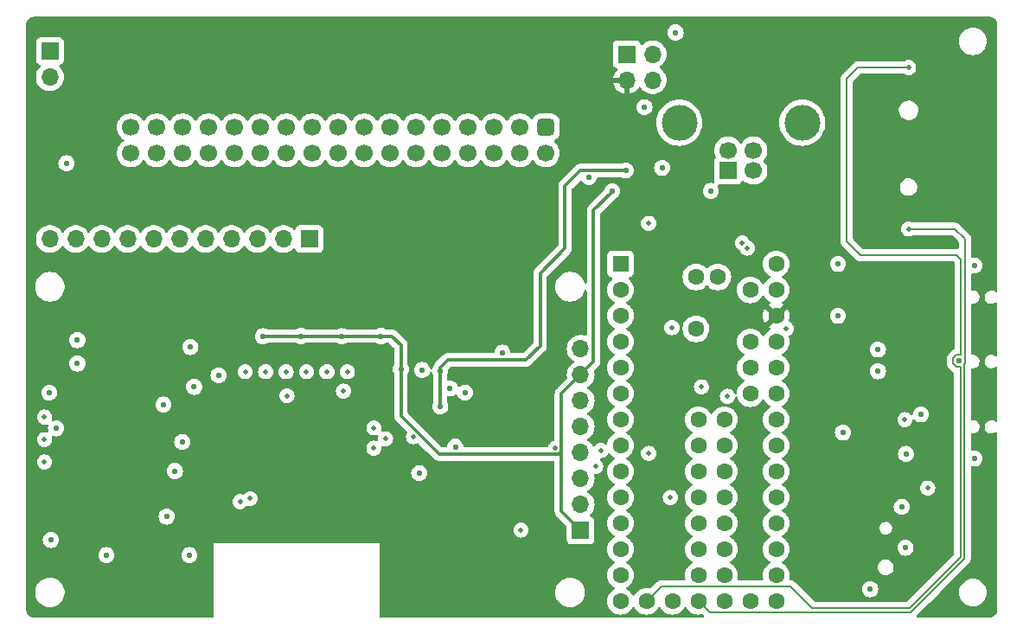
<source format=gbr>
%TF.GenerationSoftware,KiCad,Pcbnew,7.0.1*%
%TF.CreationDate,2023-04-16T22:16:48+10:00*%
%TF.ProjectId,XCopy Standalone,58436f70-7920-4537-9461-6e64616c6f6e,rev?*%
%TF.SameCoordinates,Original*%
%TF.FileFunction,Copper,L3,Inr*%
%TF.FilePolarity,Positive*%
%FSLAX46Y46*%
G04 Gerber Fmt 4.6, Leading zero omitted, Abs format (unit mm)*
G04 Created by KiCad (PCBNEW 7.0.1) date 2023-04-16 22:16:48*
%MOMM*%
%LPD*%
G01*
G04 APERTURE LIST*
G04 Aperture macros list*
%AMRoundRect*
0 Rectangle with rounded corners*
0 $1 Rounding radius*
0 $2 $3 $4 $5 $6 $7 $8 $9 X,Y pos of 4 corners*
0 Add a 4 corners polygon primitive as box body*
4,1,4,$2,$3,$4,$5,$6,$7,$8,$9,$2,$3,0*
0 Add four circle primitives for the rounded corners*
1,1,$1+$1,$2,$3*
1,1,$1+$1,$4,$5*
1,1,$1+$1,$6,$7*
1,1,$1+$1,$8,$9*
0 Add four rect primitives between the rounded corners*
20,1,$1+$1,$2,$3,$4,$5,0*
20,1,$1+$1,$4,$5,$6,$7,0*
20,1,$1+$1,$6,$7,$8,$9,0*
20,1,$1+$1,$8,$9,$2,$3,0*%
G04 Aperture macros list end*
%TA.AperFunction,ComponentPad*%
%ADD10O,1.700000X1.700000*%
%TD*%
%TA.AperFunction,ComponentPad*%
%ADD11R,1.700000X1.700000*%
%TD*%
%TA.AperFunction,ComponentPad*%
%ADD12RoundRect,0.425000X0.425000X-0.425000X0.425000X0.425000X-0.425000X0.425000X-0.425000X-0.425000X0*%
%TD*%
%TA.AperFunction,ComponentPad*%
%ADD13C,1.700000*%
%TD*%
%TA.AperFunction,ComponentPad*%
%ADD14R,1.600000X1.600000*%
%TD*%
%TA.AperFunction,ComponentPad*%
%ADD15C,1.600000*%
%TD*%
%TA.AperFunction,ComponentPad*%
%ADD16C,3.500000*%
%TD*%
%TA.AperFunction,ViaPad*%
%ADD17C,0.460000*%
%TD*%
%TA.AperFunction,ViaPad*%
%ADD18C,0.560000*%
%TD*%
%TA.AperFunction,Conductor*%
%ADD19C,0.200000*%
%TD*%
%TA.AperFunction,Conductor*%
%ADD20C,0.304800*%
%TD*%
G04 APERTURE END LIST*
D10*
%TO.N,GND*%
%TO.C,U6*%
X104342300Y-90652000D03*
%TO.N,+3V3*%
X104342300Y-93192000D03*
%TO.N,SCK*%
X104342300Y-95732000D03*
%TO.N,MOSI*%
X104342300Y-98272000D03*
%TO.N,TFT_RESET*%
X104342300Y-100812000D03*
%TO.N,TFT_DC*%
X104342300Y-103352000D03*
%TO.N,TFT_CS*%
X104342300Y-105892000D03*
D11*
%TO.N,+3V3*%
X104342300Y-108432000D03*
%TD*%
D12*
%TO.N,GND*%
%TO.C,J1*%
X100939600Y-68969300D03*
D13*
%TO.N,DENSITY*%
X100939600Y-71509300D03*
%TO.N,GND*%
X98399600Y-68969300D03*
%TO.N,unconnected-(J1-Pin_4-Pad4)*%
X98399600Y-71509300D03*
%TO.N,GND*%
X95859600Y-68969300D03*
%TO.N,unconnected-(J1-Pin_6-Pad6)*%
X95859600Y-71509300D03*
%TO.N,GND*%
X93319600Y-68969300D03*
%TO.N,INDEX*%
X93319600Y-71509300D03*
%TO.N,GND*%
X90779600Y-68969300D03*
%TO.N,unconnected-(J1-Pin_10-Pad10)*%
X90779600Y-71509300D03*
%TO.N,GND*%
X88239600Y-68969300D03*
%TO.N,DRIVE_SELECT*%
X88239600Y-71509300D03*
%TO.N,GND*%
X85699600Y-68969300D03*
%TO.N,unconnected-(J1-Pin_14-Pad14)*%
X85699600Y-71509300D03*
%TO.N,GND*%
X83159600Y-68969300D03*
%TO.N,MOTOR*%
X83159600Y-71509300D03*
%TO.N,GND*%
X80619600Y-68969300D03*
%TO.N,DIRECTION*%
X80619600Y-71509300D03*
%TO.N,GND*%
X78079600Y-68969300D03*
%TO.N,STEP*%
X78079600Y-71509300D03*
%TO.N,GND*%
X75539600Y-68969300D03*
%TO.N,WRITE_DATA*%
X75539600Y-71509300D03*
%TO.N,GND*%
X72999600Y-68969300D03*
%TO.N,WRITE_ENABLE*%
X72999600Y-71509300D03*
%TO.N,GND*%
X70459600Y-68969300D03*
%TO.N,TRACK_0*%
X70459600Y-71509300D03*
%TO.N,GND*%
X67919600Y-68969300D03*
%TO.N,WRITE_PROTECT*%
X67919600Y-71509300D03*
%TO.N,GND*%
X65379600Y-68969300D03*
%TO.N,READ_DATA*%
X65379600Y-71509300D03*
%TO.N,GND*%
X62839600Y-68969300D03*
%TO.N,HEAD_SELECT*%
X62839600Y-71509300D03*
%TO.N,GND*%
X60299600Y-68969300D03*
%TO.N,DISK_CHANGE*%
X60299600Y-71509300D03*
%TD*%
D11*
%TO.N,VBUS*%
%TO.C,J3*%
X52374800Y-61518800D03*
D10*
%TO.N,GND*%
X52374800Y-64058800D03*
%TD*%
D14*
%TO.N,GND*%
%TO.C,U1*%
X108251600Y-82346800D03*
D15*
%TO.N,RX*%
X108251600Y-84886800D03*
%TO.N,TX*%
X108251600Y-87426800D03*
%TO.N,SD_CD*%
X108251600Y-89966800D03*
%TO.N,DISK_CHANGE*%
X108251600Y-92506800D03*
%TO.N,HEAD_SELECT*%
X108251600Y-95046800D03*
%TO.N,READ_DATA*%
X108251600Y-97586800D03*
%TO.N,WRITE_PROTECT*%
X108251600Y-100126800D03*
%TO.N,TRACK_0*%
X108251600Y-102666800D03*
%TO.N,WRITE_ENABLE*%
X108251600Y-105206800D03*
%TO.N,WRITE_DATA*%
X108251600Y-107746800D03*
%TO.N,TFT_CS*%
X108251600Y-110286800D03*
%TO.N,MOSI*%
X108251600Y-112826800D03*
%TO.N,MISO*%
X108251600Y-115366800D03*
%TO.N,BAT_+*%
X110791600Y-115366800D03*
%TO.N,unconnected-(U1-3.3V-Pad16)*%
X113331600Y-115366800D03*
%TO.N,BAT_-*%
X115871600Y-115366800D03*
%TO.N,unconnected-(U1-Program-Pad18)*%
X118411600Y-115366800D03*
%TO.N,AUDIO_INP*%
X120951600Y-115366800D03*
%TO.N,SCK*%
X123491600Y-115366800D03*
%TO.N,DENSITY*%
X123491600Y-112826800D03*
%TO.N,INDEX*%
X123491600Y-110286800D03*
%TO.N,DRIVE_SELECT*%
X123491600Y-107746800D03*
%TO.N,MOTOR*%
X123491600Y-105206800D03*
%TO.N,DIRECTION*%
X123491600Y-102666800D03*
%TO.N,STEP*%
X123491600Y-100126800D03*
%TO.N,TFT_DC*%
X123491600Y-97586800D03*
%TO.N,TFT_RESET*%
X123491600Y-95046800D03*
%TO.N,SD_CS*%
X123491600Y-92506800D03*
%TO.N,FLASH_CS*%
X123491600Y-89966800D03*
%TO.N,+3.3V*%
X123491600Y-87426800D03*
%TO.N,unconnected-(U1-AGND-Pad32)*%
X123491600Y-84886800D03*
%TO.N,VBUS*%
X123491600Y-82346800D03*
%TO.N,unconnected-(U1-VUSB-Pad34)*%
X120951600Y-84886800D03*
%TO.N,unconnected-(U1-AREF-Pad35)*%
X120951600Y-89966800D03*
%TO.N,unconnected-(U1-A10-Pad36)*%
X120951600Y-92506800D03*
%TO.N,unconnected-(U1-A11-Pad37)*%
X120951600Y-95046800D03*
%TO.N,TEENSY_RESET*%
X115641600Y-88696800D03*
%TO.N,TEENSYUSB_D-*%
X115641600Y-83616800D03*
%TO.N,TEENSYUSB_D+*%
X117771600Y-83616800D03*
%TO.N,unconnected-(U1-A13-Pad41)*%
X118411600Y-97586800D03*
%TO.N,unconnected-(U1-3.3V-Pad42)*%
X118411600Y-100126800D03*
%TO.N,JOY_PUSH*%
X118411600Y-102666800D03*
%TO.N,JOY_RIGHT*%
X118411600Y-105206800D03*
%TO.N,JOY_LEFT*%
X118411600Y-107746800D03*
%TO.N,JOY_DOWN*%
X118411600Y-110286800D03*
%TO.N,JOY_UP*%
X118411600Y-112826800D03*
%TO.N,TEENSY_RESET*%
X115871600Y-112826800D03*
%TO.N,SD_WP*%
X115871600Y-110286800D03*
%TO.N,ESP_PROG*%
X115871600Y-107746800D03*
%TO.N,ESP_RESET*%
X115871600Y-105206800D03*
%TO.N,BUSY*%
X115871600Y-102666800D03*
%TO.N,GND*%
X115871600Y-100126800D03*
%TO.N,unconnected-(U1-A12-Pad54)*%
X115871600Y-97586800D03*
%TD*%
D11*
%TO.N,VBUS*%
%TO.C,J4*%
X118770400Y-73229800D03*
D13*
%TO.N,TEENSYUSB_D-*%
X121270400Y-73229800D03*
%TO.N,TEENSYUSB_D+*%
X121270400Y-71229800D03*
%TO.N,GND*%
X118770400Y-71229800D03*
D16*
%TO.N,unconnected-(J4-Shield-Pad5)*%
X114000400Y-68519800D03*
X126040400Y-68519800D03*
%TD*%
D11*
%TO.N,/ESP8266/PH1_ADC*%
%TO.C,J2*%
X77771600Y-79908400D03*
D10*
%TO.N,/ESP8266/PH2_CS0*%
X75231600Y-79908400D03*
%TO.N,/ESP8266/PH3_MISO*%
X72691600Y-79908400D03*
%TO.N,/ESP8266/PH4_GPIO9*%
X70151600Y-79908400D03*
%TO.N,/ESP8266/PH5_GPIO10*%
X67611600Y-79908400D03*
%TO.N,/ESP8266/PH6_MOSI*%
X65071600Y-79908400D03*
%TO.N,/ESP8266/PH7_SCLK*%
X62531600Y-79908400D03*
%TO.N,/ESP8266/PH8_GPIO5*%
X59991600Y-79908400D03*
%TO.N,/ESP8266/PH9_GPIO12*%
X57451600Y-79908400D03*
%TO.N,/ESP8266/PH10_GPIO14*%
X54911600Y-79908400D03*
%TO.N,/ESP8266/PH11_GPIO16*%
X52371600Y-79908400D03*
%TD*%
D11*
%TO.N,GND*%
%TO.C,J5*%
X108859400Y-61823600D03*
D10*
%TO.N,VBUS*%
X111399400Y-61823600D03*
%TO.N,+3.3V*%
X108859400Y-64363600D03*
%TO.N,+3V3*%
X111399400Y-64363600D03*
%TD*%
D17*
%TO.N,BAT_+*%
X136448800Y-63119200D03*
%TO.N,BAT_-*%
X136448800Y-78919200D03*
D18*
%TO.N,GND*%
X129540000Y-87426800D03*
X52476400Y-109372400D03*
X64617600Y-102616000D03*
X110591600Y-67005200D03*
X66127738Y-90488662D03*
X52984400Y-98450400D03*
X117094000Y-75210400D03*
X88544400Y-102819200D03*
X55067200Y-92100400D03*
X54000400Y-72491600D03*
X52324000Y-94948300D03*
X57912000Y-110845600D03*
X133451600Y-90728800D03*
X96672400Y-91033200D03*
X142900400Y-101396800D03*
X112318800Y-72948800D03*
X141376400Y-91846400D03*
X66040000Y-110845600D03*
X135788400Y-106121200D03*
X92075000Y-100253800D03*
X68896338Y-93257262D03*
X55067200Y-89814400D03*
X137668000Y-97078800D03*
X91541600Y-94538800D03*
X66497200Y-94386400D03*
X63500000Y-96113600D03*
X142900400Y-82499200D03*
X65328800Y-99771200D03*
X133451600Y-92862400D03*
X129540000Y-82346800D03*
X105156000Y-73834700D03*
X88819900Y-92731500D03*
X132689600Y-114198400D03*
X63804800Y-107086400D03*
X93014800Y-94945200D03*
X136194800Y-100939600D03*
X136147786Y-110134400D03*
X130022600Y-98856800D03*
%TO.N,VBUS*%
X90573200Y-92809700D03*
X90598600Y-96290300D03*
X113639600Y-59690000D03*
X108762800Y-73202800D03*
%TO.N,+3V3*%
X107442000Y-75222299D03*
X86744900Y-92629900D03*
X76962000Y-89408000D03*
X80960462Y-89422738D03*
X84785200Y-89408000D03*
X73241260Y-89420340D03*
%TO.N,+3.3V*%
X50901600Y-89814400D03*
X52984400Y-100634800D03*
X128778000Y-89966800D03*
X128625600Y-100888800D03*
X59029600Y-110134400D03*
X138785600Y-92202000D03*
X107137200Y-64363600D03*
X137515600Y-95046800D03*
X66192400Y-113030000D03*
D17*
%TO.N,BUSY*%
X70990528Y-105618633D03*
%TO.N,SCK*%
X51846600Y-99541200D03*
X138328400Y-104292400D03*
X105820900Y-102158800D03*
X136093200Y-97586800D03*
%TO.N,TEENSYUSB_D-*%
X120172466Y-80290288D03*
%TO.N,TEENSYUSB_D+*%
X120674512Y-80792334D03*
%TO.N,SD_CS*%
X113280800Y-88595200D03*
%TO.N,MOSI*%
X51846600Y-101741200D03*
X116176400Y-94386400D03*
X101881700Y-100377000D03*
%TO.N,MISO*%
X118716400Y-95300800D03*
X51846600Y-97341200D03*
%TO.N,SD_WP*%
X110996785Y-78382415D03*
%TO.N,ESP_RESET*%
X113131600Y-105206800D03*
X98501200Y-108407200D03*
%TO.N,ESP_PROG*%
X71996582Y-105321383D03*
%TO.N,JOY_LEFT*%
X87972804Y-99261315D03*
X106326600Y-100610550D03*
%TO.N,TEENSY_RESET*%
X124460000Y-88696800D03*
%TO.N,TFT_DC*%
X110998000Y-100888800D03*
%TO.N,/ESP8266/PH1_ADC*%
X81127600Y-94792800D03*
%TO.N,/ESP8266/PH2_CS0*%
X81501600Y-92894800D03*
%TO.N,/ESP8266/PH3_MISO*%
X79501600Y-92894800D03*
%TO.N,/ESP8266/PH4_GPIO9*%
X77501600Y-92894800D03*
%TO.N,/ESP8266/PH5_GPIO10*%
X75501600Y-92894800D03*
%TO.N,/ESP8266/PH6_MOSI*%
X73501600Y-92894800D03*
%TO.N,/ESP8266/PH7_SCLK*%
X71501600Y-92894800D03*
%TO.N,/ESP8266/PH11_GPIO16*%
X85242400Y-99465298D03*
%TO.N,/ESP8266/PH10_GPIO14*%
X84101600Y-100376500D03*
%TO.N,/ESP8266/PH9_GPIO12*%
X84101600Y-98394800D03*
%TO.N,/ESP8266/PH8_GPIO5*%
X75590400Y-95250000D03*
%TD*%
D19*
%TO.N,BAT_+*%
X136448800Y-63119200D02*
X131495600Y-63119200D01*
X124899600Y-113926800D02*
X112231600Y-113926800D01*
X141556400Y-81917200D02*
X141556400Y-91266400D01*
X141122400Y-81483200D02*
X141556400Y-81917200D01*
X130403600Y-80162400D02*
X131724400Y-81483200D01*
X140796400Y-91606156D02*
X140796400Y-92086644D01*
X136543514Y-116027200D02*
X127000000Y-116027200D01*
X141528800Y-111041914D02*
X136543514Y-116027200D01*
X127000000Y-116027200D02*
X124899600Y-113926800D01*
X141535200Y-92426400D02*
X141535200Y-93065600D01*
X141136156Y-92426400D02*
X141535200Y-92426400D01*
X140796400Y-92086644D02*
X141136156Y-92426400D01*
X131724400Y-81483200D02*
X141122400Y-81483200D01*
X112231600Y-113926800D02*
X110791600Y-115366800D01*
X141528800Y-93065600D02*
X141528800Y-111041914D01*
X131495600Y-63119200D02*
X130403600Y-64211200D01*
X141556400Y-91266400D02*
X141136156Y-91266400D01*
X141136156Y-91266400D02*
X140796400Y-91606156D01*
X130403600Y-64211200D02*
X130403600Y-80162400D01*
%TO.N,BAT_-*%
X115871600Y-115366800D02*
X116971600Y-116466800D01*
X116971600Y-116466800D02*
X136669600Y-116466800D01*
X140996800Y-78919200D02*
X136448800Y-78919200D01*
X141956400Y-92086644D02*
X141956400Y-79878800D01*
X141935200Y-111201200D02*
X141935200Y-92107844D01*
X141935200Y-92107844D02*
X141956400Y-92086644D01*
X136669600Y-116466800D02*
X141935200Y-111201200D01*
X141956400Y-79878800D02*
X140996800Y-78919200D01*
D20*
%TO.N,VBUS*%
X91338400Y-91744800D02*
X99009200Y-91744800D01*
X102819200Y-74726800D02*
X104343200Y-73202800D01*
X102819200Y-80822800D02*
X102819200Y-74726800D01*
X104343200Y-73202800D02*
X108762800Y-73202800D01*
X90573200Y-96264900D02*
X90598600Y-96290300D01*
X90573200Y-92809700D02*
X90573200Y-96264900D01*
X100380800Y-90373200D02*
X100380800Y-83261200D01*
X100380800Y-83261200D02*
X102819200Y-80822800D01*
X99009200Y-91744800D02*
X100380800Y-90373200D01*
X90573200Y-92809700D02*
X90573200Y-92510000D01*
X90573200Y-92510000D02*
X91338400Y-91744800D01*
%TO.N,+3V3*%
X107442000Y-75277299D02*
X105610000Y-77109299D01*
X104342300Y-93192000D02*
X102551750Y-94982550D01*
X86744900Y-90300900D02*
X86744900Y-92629900D01*
X102241100Y-100958900D02*
X102463600Y-100736400D01*
X105610000Y-77109299D02*
X105610000Y-91924300D01*
X86744900Y-90300900D02*
X85852000Y-89408000D01*
X90494100Y-100958900D02*
X102241100Y-100958900D01*
X86744900Y-97209700D02*
X90494100Y-100958900D01*
X102463600Y-106553300D02*
X102463600Y-100736400D01*
X80975200Y-89408000D02*
X80960462Y-89422738D01*
X73253600Y-89408000D02*
X73241260Y-89420340D01*
X102463600Y-95070700D02*
X102551750Y-94982550D01*
X76976738Y-89422738D02*
X76962000Y-89408000D01*
X84785200Y-89408000D02*
X80975200Y-89408000D01*
X104342300Y-108432000D02*
X102463600Y-106553300D01*
X76962000Y-89408000D02*
X73253600Y-89408000D01*
X80960462Y-89422738D02*
X76976738Y-89422738D01*
X105610000Y-91924300D02*
X104342300Y-93192000D01*
X86744900Y-92629900D02*
X86744900Y-97209700D01*
X85852000Y-89408000D02*
X84785200Y-89408000D01*
X102463600Y-100736400D02*
X102463600Y-95070700D01*
%TD*%
%TA.AperFunction,Conductor*%
%TO.N,+3.3V*%
G36*
X144405353Y-58164275D02*
G01*
X144532875Y-58180244D01*
X144556944Y-58185696D01*
X144664678Y-58221509D01*
X144675102Y-58224974D01*
X144697663Y-58235024D01*
X144805885Y-58296596D01*
X144826049Y-58310854D01*
X144920178Y-58392356D01*
X144937174Y-58410274D01*
X145013593Y-58508571D01*
X145026769Y-58529464D01*
X145082541Y-58640779D01*
X145091388Y-58663841D01*
X145124372Y-58783896D01*
X145128550Y-58808239D01*
X145137926Y-58938636D01*
X145138206Y-58950999D01*
X145136840Y-59002702D01*
X145138300Y-59010580D01*
X145138300Y-84974250D01*
X145124924Y-85030746D01*
X145087636Y-85075247D01*
X145034354Y-85098305D01*
X144976388Y-85095024D01*
X144941632Y-85075055D01*
X144941542Y-85075220D01*
X144783571Y-84988374D01*
X144783568Y-84988373D01*
X144624377Y-84947500D01*
X144501275Y-84947500D01*
X144501272Y-84947500D01*
X144379144Y-84962928D01*
X144350548Y-84974250D01*
X144226329Y-85023432D01*
X144226327Y-85023433D01*
X144226328Y-85023433D01*
X144093362Y-85120037D01*
X143988599Y-85246674D01*
X143918620Y-85395386D01*
X143887823Y-85556830D01*
X143898143Y-85720859D01*
X143948932Y-85877172D01*
X144036997Y-86015939D01*
X144156808Y-86128449D01*
X144300828Y-86207625D01*
X144300832Y-86207627D01*
X144460023Y-86248500D01*
X144583125Y-86248500D01*
X144583128Y-86248500D01*
X144644191Y-86240785D01*
X144705258Y-86233071D01*
X144858071Y-86172568D01*
X144938241Y-86114321D01*
X145002414Y-86090646D01*
X145069503Y-86103991D01*
X145119733Y-86150423D01*
X145138300Y-86216258D01*
X145138300Y-91273450D01*
X145124924Y-91329946D01*
X145087636Y-91374447D01*
X145034354Y-91397505D01*
X144976388Y-91394224D01*
X144941632Y-91374255D01*
X144941542Y-91374420D01*
X144783571Y-91287574D01*
X144783568Y-91287573D01*
X144624377Y-91246700D01*
X144501275Y-91246700D01*
X144501272Y-91246700D01*
X144379144Y-91262128D01*
X144352907Y-91272516D01*
X144226329Y-91322632D01*
X144216262Y-91329946D01*
X144093362Y-91419237D01*
X143988599Y-91545874D01*
X143918620Y-91694586D01*
X143887823Y-91856030D01*
X143898143Y-92020059D01*
X143948932Y-92176372D01*
X144036997Y-92315139D01*
X144036998Y-92315140D01*
X144041417Y-92319290D01*
X144156808Y-92427649D01*
X144237060Y-92471768D01*
X144300832Y-92506827D01*
X144460023Y-92547700D01*
X144583125Y-92547700D01*
X144583128Y-92547700D01*
X144644191Y-92539985D01*
X144705258Y-92532271D01*
X144858071Y-92471768D01*
X144938241Y-92413521D01*
X145002414Y-92389846D01*
X145069503Y-92403191D01*
X145119733Y-92449623D01*
X145138300Y-92515458D01*
X145138300Y-97674250D01*
X145124924Y-97730746D01*
X145087636Y-97775247D01*
X145034354Y-97798305D01*
X144976388Y-97795024D01*
X144941632Y-97775055D01*
X144941542Y-97775220D01*
X144783571Y-97688374D01*
X144783568Y-97688373D01*
X144624377Y-97647500D01*
X144501275Y-97647500D01*
X144501272Y-97647500D01*
X144379144Y-97662928D01*
X144360626Y-97670260D01*
X144226329Y-97723432D01*
X144226327Y-97723433D01*
X144226328Y-97723433D01*
X144093362Y-97820037D01*
X143988599Y-97946674D01*
X143918620Y-98095386D01*
X143887823Y-98256830D01*
X143898143Y-98420859D01*
X143948932Y-98577172D01*
X144036997Y-98715939D01*
X144156808Y-98828449D01*
X144273345Y-98892516D01*
X144300832Y-98907627D01*
X144460023Y-98948500D01*
X144583125Y-98948500D01*
X144583128Y-98948500D01*
X144644191Y-98940785D01*
X144705258Y-98933071D01*
X144858071Y-98872568D01*
X144938241Y-98814321D01*
X145002414Y-98790646D01*
X145069503Y-98803991D01*
X145119733Y-98850423D01*
X145138300Y-98916258D01*
X145138300Y-116081358D01*
X145138119Y-116082274D01*
X145138283Y-116140144D01*
X145137712Y-116152497D01*
X145124628Y-116289285D01*
X145119877Y-116313525D01*
X145082153Y-116439155D01*
X145072763Y-116462004D01*
X145011250Y-116577863D01*
X144997585Y-116598439D01*
X144930787Y-116680297D01*
X144914657Y-116700063D01*
X144897238Y-116717578D01*
X144796066Y-116801078D01*
X144775566Y-116814858D01*
X144660056Y-116877011D01*
X144637261Y-116886527D01*
X144511845Y-116924949D01*
X144487630Y-116929835D01*
X144351106Y-116943659D01*
X144338413Y-116944300D01*
X137356838Y-116944300D01*
X137299635Y-116930567D01*
X137254902Y-116892361D01*
X137232389Y-116838011D01*
X137237005Y-116779364D01*
X137267743Y-116729205D01*
X138509184Y-115487764D01*
X139495148Y-114501799D01*
X141392141Y-114501799D01*
X141412737Y-114737209D01*
X141473896Y-114965462D01*
X141573765Y-115179629D01*
X141709307Y-115373204D01*
X141876395Y-115540292D01*
X141876398Y-115540294D01*
X141876399Y-115540295D01*
X142069971Y-115675835D01*
X142284137Y-115775703D01*
X142512392Y-115836863D01*
X142688834Y-115852300D01*
X142806760Y-115852300D01*
X142806766Y-115852300D01*
X142983208Y-115836863D01*
X143211463Y-115775703D01*
X143425629Y-115675835D01*
X143619201Y-115540295D01*
X143786295Y-115373201D01*
X143921835Y-115179630D01*
X144021703Y-114965463D01*
X144082863Y-114737208D01*
X144103459Y-114501800D01*
X144082863Y-114266392D01*
X144021703Y-114038137D01*
X143921835Y-113823971D01*
X143786295Y-113630399D01*
X143786294Y-113630398D01*
X143786292Y-113630395D01*
X143619204Y-113463307D01*
X143425629Y-113327765D01*
X143211462Y-113227896D01*
X142983209Y-113166737D01*
X142958001Y-113164531D01*
X142806766Y-113151300D01*
X142688834Y-113151300D01*
X142556502Y-113162877D01*
X142512390Y-113166737D01*
X142284137Y-113227896D01*
X142069970Y-113327765D01*
X141876395Y-113463307D01*
X141709307Y-113630395D01*
X141573765Y-113823969D01*
X141473896Y-114038136D01*
X141412737Y-114266390D01*
X141392141Y-114501799D01*
X139495148Y-114501799D01*
X142331434Y-111665512D01*
X142343810Y-111654658D01*
X142369187Y-111635187D01*
X142426490Y-111560509D01*
X142466724Y-111508076D01*
X142528038Y-111360051D01*
X142531996Y-111329985D01*
X142543700Y-111241085D01*
X142544778Y-111232897D01*
X142544778Y-111232890D01*
X142548950Y-111201200D01*
X142544777Y-111169507D01*
X142543700Y-111153064D01*
X142543700Y-102284944D01*
X142557756Y-102227112D01*
X142596788Y-102182183D01*
X142652087Y-102160181D01*
X142711314Y-102166014D01*
X142723832Y-102170395D01*
X142900400Y-102190289D01*
X143076968Y-102170395D01*
X143244682Y-102111709D01*
X143395132Y-102017175D01*
X143520775Y-101891532D01*
X143615309Y-101741082D01*
X143673995Y-101573368D01*
X143693889Y-101396800D01*
X143673995Y-101220232D01*
X143615309Y-101052518D01*
X143520775Y-100902068D01*
X143520774Y-100902067D01*
X143520773Y-100902065D01*
X143395134Y-100776426D01*
X143244681Y-100681890D01*
X143076970Y-100623205D01*
X142900400Y-100603311D01*
X142723831Y-100623205D01*
X142718268Y-100625151D01*
X142711314Y-100627585D01*
X142652087Y-100633419D01*
X142596788Y-100611417D01*
X142557756Y-100566488D01*
X142543700Y-100508656D01*
X142543700Y-99074500D01*
X142560581Y-99011500D01*
X142606700Y-98965381D01*
X142669700Y-98948500D01*
X142783128Y-98948500D01*
X142844191Y-98940785D01*
X142905258Y-98933071D01*
X143058071Y-98872568D01*
X143191037Y-98775963D01*
X143295800Y-98649326D01*
X143365779Y-98500613D01*
X143396576Y-98339170D01*
X143386256Y-98175140D01*
X143335468Y-98018829D01*
X143330357Y-98010776D01*
X143247402Y-97880060D01*
X143127591Y-97767550D01*
X142983571Y-97688374D01*
X142983568Y-97688373D01*
X142824377Y-97647500D01*
X142701275Y-97647500D01*
X142692874Y-97648561D01*
X142685490Y-97649494D01*
X142616050Y-97638495D01*
X142563314Y-97592001D01*
X142543700Y-97524487D01*
X142543700Y-92673700D01*
X142560581Y-92610700D01*
X142606700Y-92564581D01*
X142669700Y-92547700D01*
X142783128Y-92547700D01*
X142844191Y-92539985D01*
X142905258Y-92532271D01*
X143058071Y-92471768D01*
X143191037Y-92375163D01*
X143295800Y-92248526D01*
X143365779Y-92099813D01*
X143396576Y-91938370D01*
X143394183Y-91900342D01*
X143386256Y-91774340D01*
X143360343Y-91694587D01*
X143335468Y-91618029D01*
X143327932Y-91606155D01*
X143247402Y-91479260D01*
X143127591Y-91366750D01*
X142983571Y-91287574D01*
X142983568Y-91287573D01*
X142824377Y-91246700D01*
X142701275Y-91246700D01*
X142693348Y-91246700D01*
X142693348Y-91243905D01*
X142637244Y-91235014D01*
X142584512Y-91188520D01*
X142564900Y-91121009D01*
X142564900Y-86374500D01*
X142581781Y-86311500D01*
X142627900Y-86265381D01*
X142690900Y-86248500D01*
X142783128Y-86248500D01*
X142844191Y-86240785D01*
X142905258Y-86233071D01*
X143058071Y-86172568D01*
X143191037Y-86075963D01*
X143295800Y-85949326D01*
X143365779Y-85800613D01*
X143396576Y-85639170D01*
X143392083Y-85567764D01*
X143386256Y-85475140D01*
X143378518Y-85451325D01*
X143335468Y-85318829D01*
X143247402Y-85180060D01*
X143127593Y-85067552D01*
X143127591Y-85067550D01*
X142983571Y-84988374D01*
X142983568Y-84988373D01*
X142824377Y-84947500D01*
X142701275Y-84947500D01*
X142693348Y-84947500D01*
X142693348Y-84944705D01*
X142637244Y-84935814D01*
X142584512Y-84889320D01*
X142564900Y-84821809D01*
X142564900Y-83394762D01*
X142578957Y-83336928D01*
X142617992Y-83291998D01*
X142673294Y-83269998D01*
X142709458Y-83273562D01*
X142709724Y-83271205D01*
X142723829Y-83272794D01*
X142723832Y-83272795D01*
X142900400Y-83292689D01*
X143076968Y-83272795D01*
X143244682Y-83214109D01*
X143395132Y-83119575D01*
X143520775Y-82993932D01*
X143615309Y-82843482D01*
X143673995Y-82675768D01*
X143693889Y-82499200D01*
X143673995Y-82322632D01*
X143615309Y-82154918D01*
X143520775Y-82004468D01*
X143520774Y-82004467D01*
X143520773Y-82004465D01*
X143395134Y-81878826D01*
X143244681Y-81784290D01*
X143076970Y-81725605D01*
X142900400Y-81705711D01*
X142723832Y-81725605D01*
X142723830Y-81725605D01*
X142709724Y-81727195D01*
X142709458Y-81724837D01*
X142673294Y-81728402D01*
X142617992Y-81706402D01*
X142578957Y-81661472D01*
X142564900Y-81603638D01*
X142564900Y-79926936D01*
X142565978Y-79910490D01*
X142566519Y-79906379D01*
X142570150Y-79878800D01*
X142565978Y-79847110D01*
X142565978Y-79847103D01*
X142549238Y-79719950D01*
X142487924Y-79571925D01*
X142482307Y-79564605D01*
X142432915Y-79500236D01*
X142414877Y-79476728D01*
X142414874Y-79476725D01*
X142402542Y-79460654D01*
X142390387Y-79444812D01*
X142365018Y-79425346D01*
X142352628Y-79414479D01*
X141461115Y-78522966D01*
X141450248Y-78510575D01*
X141430786Y-78485211D01*
X141398874Y-78460724D01*
X141398874Y-78460725D01*
X141398872Y-78460723D01*
X141303676Y-78387676D01*
X141303675Y-78387675D01*
X141199004Y-78344319D01*
X141155651Y-78326362D01*
X141155650Y-78326361D01*
X141155648Y-78326361D01*
X141136268Y-78323808D01*
X141136256Y-78323808D01*
X141122269Y-78321966D01*
X141028503Y-78309622D01*
X141028491Y-78309622D01*
X140996800Y-78305450D01*
X140965107Y-78309622D01*
X140948664Y-78310700D01*
X136904752Y-78310700D01*
X136837716Y-78291387D01*
X136771250Y-78249623D01*
X136614174Y-78194660D01*
X136448800Y-78176027D01*
X136283425Y-78194660D01*
X136126349Y-78249623D01*
X135985437Y-78338164D01*
X135867764Y-78455837D01*
X135779223Y-78596749D01*
X135724260Y-78753825D01*
X135705627Y-78919200D01*
X135724260Y-79084574D01*
X135779223Y-79241650D01*
X135867764Y-79382562D01*
X135985437Y-79500235D01*
X136126349Y-79588776D01*
X136217614Y-79620711D01*
X136283428Y-79643740D01*
X136448800Y-79662373D01*
X136614172Y-79643740D01*
X136771251Y-79588776D01*
X136827590Y-79553375D01*
X136837716Y-79547013D01*
X136904752Y-79527700D01*
X140692561Y-79527700D01*
X140740779Y-79537291D01*
X140781656Y-79564605D01*
X141310995Y-80093944D01*
X141338309Y-80134821D01*
X141347900Y-80183039D01*
X141347900Y-80755461D01*
X141328167Y-80823161D01*
X141275150Y-80869656D01*
X141205454Y-80880383D01*
X141154103Y-80873622D01*
X141154091Y-80873622D01*
X141122400Y-80869450D01*
X141090707Y-80873622D01*
X141074264Y-80874700D01*
X132028639Y-80874700D01*
X131980421Y-80865109D01*
X131939544Y-80837795D01*
X131049005Y-79947256D01*
X131021691Y-79906379D01*
X131012100Y-79858161D01*
X131012100Y-74772883D01*
X135594539Y-74772883D01*
X135604555Y-74957607D01*
X135654045Y-75135858D01*
X135740699Y-75299303D01*
X135825269Y-75398867D01*
X135860463Y-75440300D01*
X136007736Y-75552254D01*
X136175633Y-75629932D01*
X136311135Y-75659757D01*
X136356302Y-75669700D01*
X136356303Y-75669700D01*
X136494913Y-75669700D01*
X136494916Y-75669700D01*
X136598260Y-75658460D01*
X136632710Y-75654714D01*
X136721795Y-75624697D01*
X136808019Y-75595645D01*
X136808021Y-75595644D01*
X136966536Y-75500270D01*
X137100841Y-75373049D01*
X137204658Y-75219930D01*
X137273131Y-75048075D01*
X137303060Y-74865517D01*
X137293045Y-74680793D01*
X137243554Y-74502541D01*
X137156900Y-74339096D01*
X137108249Y-74281819D01*
X137037138Y-74198101D01*
X137036163Y-74197360D01*
X136889864Y-74086146D01*
X136721967Y-74008468D01*
X136721963Y-74008467D01*
X136541298Y-73968700D01*
X136541297Y-73968700D01*
X136402687Y-73968700D01*
X136402684Y-73968700D01*
X136264890Y-73983685D01*
X136089580Y-74042754D01*
X135931062Y-74138131D01*
X135796759Y-74265350D01*
X135692941Y-74418470D01*
X135624469Y-74590324D01*
X135594539Y-74772883D01*
X131012100Y-74772883D01*
X131012100Y-67367589D01*
X135494624Y-67367589D01*
X135523896Y-67558671D01*
X135591037Y-67739956D01*
X135693288Y-67904004D01*
X135826478Y-68044120D01*
X135985140Y-68154552D01*
X135985141Y-68154552D01*
X135985142Y-68154553D01*
X136162788Y-68230787D01*
X136352144Y-68269700D01*
X136497002Y-68269700D01*
X136497006Y-68269700D01*
X136641121Y-68255045D01*
X136825568Y-68197174D01*
X136994591Y-68103359D01*
X137141268Y-67977440D01*
X137259596Y-67824573D01*
X137344730Y-67651016D01*
X137393185Y-67463874D01*
X137402976Y-67270810D01*
X137373703Y-67079726D01*
X137306564Y-66898447D01*
X137306562Y-66898443D01*
X137204311Y-66734395D01*
X137071121Y-66594279D01*
X136912459Y-66483847D01*
X136734810Y-66407612D01*
X136545456Y-66368700D01*
X136400594Y-66368700D01*
X136285302Y-66380423D01*
X136256478Y-66383355D01*
X136072031Y-66441226D01*
X135995243Y-66483847D01*
X135903009Y-66535041D01*
X135903007Y-66535041D01*
X135903006Y-66535043D01*
X135756335Y-66660957D01*
X135756332Y-66660960D01*
X135707406Y-66724167D01*
X135638001Y-66813830D01*
X135552870Y-66987382D01*
X135504414Y-67174528D01*
X135494624Y-67367589D01*
X131012100Y-67367589D01*
X131012100Y-64515439D01*
X131021691Y-64467221D01*
X131049005Y-64426344D01*
X131710744Y-63764605D01*
X131751621Y-63737291D01*
X131799839Y-63727700D01*
X135992848Y-63727700D01*
X136059884Y-63747013D01*
X136126349Y-63788776D01*
X136283428Y-63843740D01*
X136448800Y-63862373D01*
X136614172Y-63843740D01*
X136771251Y-63788776D01*
X136912161Y-63700236D01*
X137029836Y-63582561D01*
X137118376Y-63441651D01*
X137173340Y-63284572D01*
X137191973Y-63119200D01*
X137173340Y-62953828D01*
X137118376Y-62796749D01*
X137072016Y-62722968D01*
X137029835Y-62655837D01*
X136912162Y-62538164D01*
X136771250Y-62449623D01*
X136614174Y-62394660D01*
X136448800Y-62376027D01*
X136283425Y-62394660D01*
X136126349Y-62449623D01*
X136059884Y-62491387D01*
X135992848Y-62510700D01*
X131543736Y-62510700D01*
X131527290Y-62509622D01*
X131495600Y-62505450D01*
X131463910Y-62509622D01*
X131463896Y-62509622D01*
X131336751Y-62526361D01*
X131250038Y-62562279D01*
X131188721Y-62587676D01*
X131096879Y-62658150D01*
X131096851Y-62658173D01*
X131061610Y-62685214D01*
X131042145Y-62710581D01*
X131031281Y-62722968D01*
X130007367Y-63746882D01*
X129994980Y-63757747D01*
X129969612Y-63777213D01*
X129942573Y-63812451D01*
X129942550Y-63812479D01*
X129872077Y-63904321D01*
X129842471Y-63975796D01*
X129842471Y-63975797D01*
X129810761Y-64052351D01*
X129794022Y-64179503D01*
X129794022Y-64179510D01*
X129789850Y-64211199D01*
X129794022Y-64242890D01*
X129795100Y-64259336D01*
X129795100Y-80114264D01*
X129794022Y-80130707D01*
X129793481Y-80134821D01*
X129789850Y-80162400D01*
X129794022Y-80194090D01*
X129794022Y-80194097D01*
X129801785Y-80253061D01*
X129801785Y-80253062D01*
X129810761Y-80321250D01*
X129872076Y-80469278D01*
X129945121Y-80564472D01*
X129945124Y-80564474D01*
X129969610Y-80596384D01*
X129969611Y-80596385D01*
X129969613Y-80596387D01*
X129994979Y-80615851D01*
X130007369Y-80626718D01*
X131260081Y-81879430D01*
X131270947Y-81891819D01*
X131290413Y-81917187D01*
X131322325Y-81941674D01*
X131322328Y-81941677D01*
X131391718Y-81994921D01*
X131417525Y-82014724D01*
X131565550Y-82076038D01*
X131684515Y-82091700D01*
X131692696Y-82092777D01*
X131692710Y-82092778D01*
X131724400Y-82096950D01*
X131756092Y-82092777D01*
X131772536Y-82091700D01*
X140818161Y-82091700D01*
X140866379Y-82101291D01*
X140907256Y-82128605D01*
X140910995Y-82132344D01*
X140938309Y-82173221D01*
X140947900Y-82221439D01*
X140947900Y-90601551D01*
X140938309Y-90649769D01*
X140910996Y-90690646D01*
X140870118Y-90717960D01*
X140829278Y-90734876D01*
X140734852Y-90807332D01*
X140734632Y-90807502D01*
X140702167Y-90832414D01*
X140682701Y-90857781D01*
X140671837Y-90870168D01*
X140400167Y-91141838D01*
X140387780Y-91152703D01*
X140362412Y-91172169D01*
X140335373Y-91207407D01*
X140335350Y-91207435D01*
X140264877Y-91299277D01*
X140212697Y-91425250D01*
X140212697Y-91425251D01*
X140203562Y-91447306D01*
X140186822Y-91574459D01*
X140186822Y-91574465D01*
X140182650Y-91606156D01*
X140185360Y-91626745D01*
X140186822Y-91637846D01*
X140187900Y-91654292D01*
X140187900Y-92038508D01*
X140186822Y-92054951D01*
X140182650Y-92086644D01*
X140182934Y-92088805D01*
X140186822Y-92118334D01*
X140186822Y-92118341D01*
X140197440Y-92198994D01*
X140203561Y-92245494D01*
X140264876Y-92393522D01*
X140337921Y-92488716D01*
X140337924Y-92488718D01*
X140362410Y-92520628D01*
X140362411Y-92520629D01*
X140362413Y-92520631D01*
X140387779Y-92540095D01*
X140400169Y-92550962D01*
X140671837Y-92822630D01*
X140682703Y-92835019D01*
X140702169Y-92860387D01*
X140727533Y-92879850D01*
X140727549Y-92879864D01*
X140829276Y-92957922D01*
X140829279Y-92957923D01*
X140829280Y-92957924D01*
X140842517Y-92963407D01*
X140883394Y-92990719D01*
X140910709Y-93031597D01*
X140920300Y-93079816D01*
X140920300Y-110737675D01*
X140910709Y-110785893D01*
X140883395Y-110826770D01*
X136328370Y-115381795D01*
X136287493Y-115409109D01*
X136239275Y-115418700D01*
X127304239Y-115418700D01*
X127256021Y-115409109D01*
X127215144Y-115381795D01*
X126031749Y-114198400D01*
X131896111Y-114198400D01*
X131916005Y-114374970D01*
X131974690Y-114542681D01*
X132069226Y-114693134D01*
X132194865Y-114818773D01*
X132194867Y-114818774D01*
X132194868Y-114818775D01*
X132345318Y-114913309D01*
X132513032Y-114971995D01*
X132689600Y-114991889D01*
X132866168Y-114971995D01*
X133033882Y-114913309D01*
X133184332Y-114818775D01*
X133309975Y-114693132D01*
X133404509Y-114542682D01*
X133463195Y-114374968D01*
X133483089Y-114198400D01*
X133463195Y-114021832D01*
X133404509Y-113854118D01*
X133309975Y-113703668D01*
X133309974Y-113703667D01*
X133309973Y-113703665D01*
X133184334Y-113578026D01*
X133033881Y-113483490D01*
X132866170Y-113424805D01*
X132689600Y-113404911D01*
X132513029Y-113424805D01*
X132345318Y-113483490D01*
X132194865Y-113578026D01*
X132069226Y-113703665D01*
X131974690Y-113854118D01*
X131916005Y-114021829D01*
X131896111Y-114198400D01*
X126031749Y-114198400D01*
X125363915Y-113530566D01*
X125353048Y-113518175D01*
X125333588Y-113492814D01*
X125305827Y-113471512D01*
X125301674Y-113468325D01*
X125301672Y-113468323D01*
X125230417Y-113413647D01*
X125206475Y-113395275D01*
X125101804Y-113351919D01*
X125058451Y-113333962D01*
X125058450Y-113333961D01*
X125058448Y-113333961D01*
X125039068Y-113331408D01*
X125039056Y-113331408D01*
X125025069Y-113329566D01*
X124931303Y-113317222D01*
X124931291Y-113317222D01*
X124926050Y-113316532D01*
X124899599Y-113313049D01*
X124896211Y-113313496D01*
X124835381Y-113306498D01*
X124785034Y-113271651D01*
X124757057Y-113217185D01*
X124758060Y-113155962D01*
X124785142Y-113054891D01*
X124785142Y-113054890D01*
X124785143Y-113054887D01*
X124805098Y-112826800D01*
X124785143Y-112598713D01*
X124725884Y-112377557D01*
X124723761Y-112373005D01*
X124629122Y-112170049D01*
X124534139Y-112034400D01*
X133433193Y-112034400D01*
X133452759Y-112208057D01*
X133510478Y-112373006D01*
X133513338Y-112377557D01*
X133603455Y-112520979D01*
X133727020Y-112644544D01*
X133727022Y-112644545D01*
X133727024Y-112644547D01*
X133874994Y-112737522D01*
X134039943Y-112795241D01*
X134170048Y-112809900D01*
X134257150Y-112809900D01*
X134257152Y-112809900D01*
X134387257Y-112795241D01*
X134552206Y-112737522D01*
X134700176Y-112644547D01*
X134823747Y-112520976D01*
X134916722Y-112373006D01*
X134974441Y-112208057D01*
X134994007Y-112034400D01*
X134974441Y-111860743D01*
X134916722Y-111695794D01*
X134823747Y-111547824D01*
X134823745Y-111547822D01*
X134823744Y-111547820D01*
X134700179Y-111424255D01*
X134597998Y-111360051D01*
X134552206Y-111331278D01*
X134387257Y-111273559D01*
X134257152Y-111258900D01*
X134170048Y-111258900D01*
X134083311Y-111268672D01*
X134039942Y-111273559D01*
X133874994Y-111331278D01*
X133727020Y-111424255D01*
X133603455Y-111547820D01*
X133510478Y-111695794D01*
X133452759Y-111860742D01*
X133439040Y-111982500D01*
X133433193Y-112034400D01*
X124534139Y-112034400D01*
X124497795Y-111982496D01*
X124335903Y-111820604D01*
X124148348Y-111689276D01*
X124109143Y-111670995D01*
X124056125Y-111624500D01*
X124036392Y-111556800D01*
X124056125Y-111489100D01*
X124109143Y-111442605D01*
X124113763Y-111440450D01*
X124148349Y-111424323D01*
X124335900Y-111292998D01*
X124497798Y-111131100D01*
X124629123Y-110943549D01*
X124725884Y-110736043D01*
X124785143Y-110514887D01*
X124805098Y-110286800D01*
X124791765Y-110134400D01*
X135354297Y-110134400D01*
X135374191Y-110310970D01*
X135432876Y-110478681D01*
X135527412Y-110629134D01*
X135653051Y-110754773D01*
X135653053Y-110754774D01*
X135653054Y-110754775D01*
X135803504Y-110849309D01*
X135971218Y-110907995D01*
X136147786Y-110927889D01*
X136324354Y-110907995D01*
X136492068Y-110849309D01*
X136642518Y-110754775D01*
X136768161Y-110629132D01*
X136862695Y-110478682D01*
X136921381Y-110310968D01*
X136941275Y-110134400D01*
X136921381Y-109957832D01*
X136862695Y-109790118D01*
X136768161Y-109639668D01*
X136768160Y-109639667D01*
X136768159Y-109639665D01*
X136642520Y-109514026D01*
X136492067Y-109419490D01*
X136324356Y-109360805D01*
X136206642Y-109347542D01*
X136147786Y-109340911D01*
X136147785Y-109340911D01*
X135971215Y-109360805D01*
X135803504Y-109419490D01*
X135653051Y-109514026D01*
X135527412Y-109639665D01*
X135432876Y-109790118D01*
X135374191Y-109957829D01*
X135354297Y-110134400D01*
X124791765Y-110134400D01*
X124785143Y-110058713D01*
X124725884Y-109837557D01*
X124677076Y-109732888D01*
X124629122Y-109630049D01*
X124497795Y-109442496D01*
X124335903Y-109280604D01*
X124148348Y-109149276D01*
X124109143Y-109130995D01*
X124056125Y-109084500D01*
X124036392Y-109016800D01*
X124056125Y-108949100D01*
X124109143Y-108902605D01*
X124113763Y-108900450D01*
X124148349Y-108884323D01*
X124335900Y-108752998D01*
X124497798Y-108591100D01*
X124629123Y-108403549D01*
X124725884Y-108196043D01*
X124726214Y-108194812D01*
X133584372Y-108194812D01*
X133594295Y-108352535D01*
X133643133Y-108502843D01*
X133727812Y-108636275D01*
X133727813Y-108636276D01*
X133727814Y-108636277D01*
X133843018Y-108744462D01*
X133981508Y-108820597D01*
X133981510Y-108820597D01*
X133981511Y-108820598D01*
X134134579Y-108859900D01*
X134134581Y-108859900D01*
X134252947Y-108859900D01*
X134252950Y-108859900D01*
X134370392Y-108845064D01*
X134517332Y-108786886D01*
X134645187Y-108693994D01*
X134745924Y-108572223D01*
X134813214Y-108429226D01*
X134842827Y-108273988D01*
X134832904Y-108116262D01*
X134784067Y-107965959D01*
X134784066Y-107965958D01*
X134784066Y-107965956D01*
X134699387Y-107832524D01*
X134584183Y-107724339D01*
X134584182Y-107724338D01*
X134445692Y-107648203D01*
X134445691Y-107648202D01*
X134445688Y-107648201D01*
X134292621Y-107608900D01*
X134292619Y-107608900D01*
X134174250Y-107608900D01*
X134086168Y-107620026D01*
X134056807Y-107623736D01*
X133909867Y-107681914D01*
X133782012Y-107774805D01*
X133681276Y-107896576D01*
X133613985Y-108039575D01*
X133584372Y-108194812D01*
X124726214Y-108194812D01*
X124785143Y-107974887D01*
X124805098Y-107746800D01*
X124785143Y-107518713D01*
X124725884Y-107297557D01*
X124689130Y-107218738D01*
X124629122Y-107090049D01*
X124527668Y-106945159D01*
X124497798Y-106902500D01*
X124497797Y-106902499D01*
X124497795Y-106902496D01*
X124335903Y-106740604D01*
X124148348Y-106609276D01*
X124109143Y-106590995D01*
X124056125Y-106544500D01*
X124036392Y-106476800D01*
X124056125Y-106409100D01*
X124109143Y-106362605D01*
X124113763Y-106360450D01*
X124148349Y-106344323D01*
X124335900Y-106212998D01*
X124427699Y-106121199D01*
X134994911Y-106121199D01*
X135014805Y-106297770D01*
X135073490Y-106465481D01*
X135168026Y-106615934D01*
X135293665Y-106741573D01*
X135444118Y-106836109D01*
X135520084Y-106862691D01*
X135611832Y-106894795D01*
X135788400Y-106914689D01*
X135964968Y-106894795D01*
X136132682Y-106836109D01*
X136283132Y-106741575D01*
X136408775Y-106615932D01*
X136503309Y-106465482D01*
X136561995Y-106297768D01*
X136581889Y-106121200D01*
X136561995Y-105944632D01*
X136560753Y-105941084D01*
X136503309Y-105776918D01*
X136408773Y-105626465D01*
X136283134Y-105500826D01*
X136132681Y-105406290D01*
X135964970Y-105347605D01*
X135788400Y-105327711D01*
X135611829Y-105347605D01*
X135444118Y-105406290D01*
X135293665Y-105500826D01*
X135168026Y-105626465D01*
X135073490Y-105776918D01*
X135014805Y-105944629D01*
X134994911Y-106121199D01*
X124427699Y-106121199D01*
X124497798Y-106051100D01*
X124629123Y-105863549D01*
X124725884Y-105656043D01*
X124785143Y-105434887D01*
X124805098Y-105206800D01*
X124785143Y-104978713D01*
X124725884Y-104757557D01*
X124722738Y-104750811D01*
X124641340Y-104576251D01*
X124629123Y-104550051D01*
X124620141Y-104537224D01*
X124497795Y-104362496D01*
X124427698Y-104292399D01*
X137585227Y-104292399D01*
X137603860Y-104457774D01*
X137658823Y-104614850D01*
X137747364Y-104755762D01*
X137865037Y-104873435D01*
X137897914Y-104894093D01*
X138005949Y-104961976D01*
X138163028Y-105016940D01*
X138328400Y-105035573D01*
X138493772Y-105016940D01*
X138650851Y-104961976D01*
X138791761Y-104873436D01*
X138909436Y-104755761D01*
X138997976Y-104614851D01*
X139052940Y-104457772D01*
X139071573Y-104292400D01*
X139052940Y-104127028D01*
X138997976Y-103969949D01*
X138909436Y-103829039D01*
X138909435Y-103829037D01*
X138791762Y-103711364D01*
X138650850Y-103622823D01*
X138493774Y-103567860D01*
X138328400Y-103549227D01*
X138163025Y-103567860D01*
X138005949Y-103622823D01*
X137865037Y-103711364D01*
X137747364Y-103829037D01*
X137658823Y-103969949D01*
X137603860Y-104127025D01*
X137585227Y-104292399D01*
X124427698Y-104292399D01*
X124335903Y-104200604D01*
X124148348Y-104069276D01*
X124109143Y-104050995D01*
X124056125Y-104004500D01*
X124036392Y-103936800D01*
X124056125Y-103869100D01*
X124109143Y-103822605D01*
X124113763Y-103820450D01*
X124148349Y-103804323D01*
X124335900Y-103672998D01*
X124497798Y-103511100D01*
X124629123Y-103323549D01*
X124725884Y-103116043D01*
X124785143Y-102894887D01*
X124805098Y-102666800D01*
X124785143Y-102438713D01*
X124725884Y-102217557D01*
X124722738Y-102210811D01*
X124629122Y-102010049D01*
X124497795Y-101822496D01*
X124335903Y-101660604D01*
X124148348Y-101529276D01*
X124109143Y-101510995D01*
X124056125Y-101464500D01*
X124036392Y-101396800D01*
X124056125Y-101329100D01*
X124109143Y-101282605D01*
X124114459Y-101280126D01*
X124148349Y-101264323D01*
X124335900Y-101132998D01*
X124497798Y-100971100D01*
X124519855Y-100939600D01*
X135401311Y-100939600D01*
X135406652Y-100987001D01*
X135421205Y-101116170D01*
X135479890Y-101283881D01*
X135574426Y-101434334D01*
X135700065Y-101559973D01*
X135850518Y-101654509D01*
X135967488Y-101695439D01*
X136018232Y-101713195D01*
X136194800Y-101733089D01*
X136371368Y-101713195D01*
X136539082Y-101654509D01*
X136689532Y-101559975D01*
X136815175Y-101434332D01*
X136909709Y-101283882D01*
X136968395Y-101116168D01*
X136988289Y-100939600D01*
X136968395Y-100763032D01*
X136943303Y-100691325D01*
X136909709Y-100595318D01*
X136815173Y-100444865D01*
X136689534Y-100319226D01*
X136539081Y-100224690D01*
X136371370Y-100166005D01*
X136253655Y-100152742D01*
X136194800Y-100146111D01*
X136194799Y-100146111D01*
X136018229Y-100166005D01*
X135850518Y-100224690D01*
X135700065Y-100319226D01*
X135574426Y-100444865D01*
X135479890Y-100595318D01*
X135421205Y-100763029D01*
X135401311Y-100939599D01*
X135401311Y-100939600D01*
X124519855Y-100939600D01*
X124629123Y-100783549D01*
X124725884Y-100576043D01*
X124785143Y-100354887D01*
X124805098Y-100126800D01*
X124785143Y-99898713D01*
X124733659Y-99706572D01*
X124725884Y-99677556D01*
X124632597Y-99477502D01*
X124629123Y-99470051D01*
X124625794Y-99465297D01*
X124497795Y-99282496D01*
X124335903Y-99120604D01*
X124148348Y-98989276D01*
X124109143Y-98970995D01*
X124056125Y-98924500D01*
X124036392Y-98856800D01*
X129229111Y-98856800D01*
X129249005Y-99033370D01*
X129307690Y-99201081D01*
X129402226Y-99351534D01*
X129527865Y-99477173D01*
X129527867Y-99477174D01*
X129527868Y-99477175D01*
X129678318Y-99571709D01*
X129846032Y-99630395D01*
X130022600Y-99650289D01*
X130199168Y-99630395D01*
X130366882Y-99571709D01*
X130517332Y-99477175D01*
X130642975Y-99351532D01*
X130737509Y-99201082D01*
X130796195Y-99033368D01*
X130816089Y-98856800D01*
X130796195Y-98680232D01*
X130785380Y-98649326D01*
X130737509Y-98512518D01*
X130642973Y-98362065D01*
X130517334Y-98236426D01*
X130366881Y-98141890D01*
X130199170Y-98083205D01*
X130022600Y-98063311D01*
X129846029Y-98083205D01*
X129678318Y-98141890D01*
X129527865Y-98236426D01*
X129402226Y-98362065D01*
X129307690Y-98512518D01*
X129249005Y-98680229D01*
X129229111Y-98856800D01*
X124036392Y-98856800D01*
X124056125Y-98789100D01*
X124109143Y-98742605D01*
X124113763Y-98740450D01*
X124148349Y-98724323D01*
X124335900Y-98592998D01*
X124497798Y-98431100D01*
X124629123Y-98243549D01*
X124725884Y-98036043D01*
X124785143Y-97814887D01*
X124805098Y-97586800D01*
X135350027Y-97586800D01*
X135354129Y-97623209D01*
X135368660Y-97752174D01*
X135423623Y-97909250D01*
X135512164Y-98050162D01*
X135629837Y-98167835D01*
X135770749Y-98256376D01*
X135820638Y-98273833D01*
X135927828Y-98311340D01*
X136093200Y-98329973D01*
X136258572Y-98311340D01*
X136415651Y-98256376D01*
X136556561Y-98167836D01*
X136674236Y-98050161D01*
X136762776Y-97909251D01*
X136817740Y-97752172D01*
X136829814Y-97645008D01*
X136856510Y-97580560D01*
X136913406Y-97540190D01*
X136983058Y-97536278D01*
X137044116Y-97570024D01*
X137173265Y-97699173D01*
X137173267Y-97699174D01*
X137173268Y-97699175D01*
X137282086Y-97767550D01*
X137323718Y-97793709D01*
X137427502Y-97830025D01*
X137491432Y-97852395D01*
X137668000Y-97872289D01*
X137844568Y-97852395D01*
X138012282Y-97793709D01*
X138162732Y-97699175D01*
X138288375Y-97573532D01*
X138382909Y-97423082D01*
X138441595Y-97255368D01*
X138461489Y-97078800D01*
X138441595Y-96902232D01*
X138433059Y-96877839D01*
X138382909Y-96734518D01*
X138288373Y-96584065D01*
X138162734Y-96458426D01*
X138012281Y-96363890D01*
X137844570Y-96305205D01*
X137668000Y-96285311D01*
X137491429Y-96305205D01*
X137323718Y-96363890D01*
X137173265Y-96458426D01*
X137047626Y-96584065D01*
X136953090Y-96734518D01*
X136894405Y-96902229D01*
X136879005Y-97038916D01*
X136852308Y-97103369D01*
X136795412Y-97143738D01*
X136725759Y-97147650D01*
X136664702Y-97113904D01*
X136556562Y-97005764D01*
X136415650Y-96917223D01*
X136258574Y-96862260D01*
X136093200Y-96843627D01*
X135927825Y-96862260D01*
X135770749Y-96917223D01*
X135629837Y-97005764D01*
X135512164Y-97123437D01*
X135423623Y-97264349D01*
X135368660Y-97421425D01*
X135353709Y-97554118D01*
X135350027Y-97586800D01*
X124805098Y-97586800D01*
X124785143Y-97358713D01*
X124736138Y-97175825D01*
X124725884Y-97137556D01*
X124629122Y-96930049D01*
X124527579Y-96785032D01*
X124497798Y-96742500D01*
X124497797Y-96742499D01*
X124497795Y-96742496D01*
X124335903Y-96580604D01*
X124148348Y-96449276D01*
X124109143Y-96430995D01*
X124056125Y-96384500D01*
X124036392Y-96316800D01*
X124056125Y-96249100D01*
X124109143Y-96202605D01*
X124113763Y-96200450D01*
X124148349Y-96184323D01*
X124335900Y-96052998D01*
X124497798Y-95891100D01*
X124629123Y-95703549D01*
X124725884Y-95496043D01*
X124785143Y-95274887D01*
X124805098Y-95046800D01*
X124785143Y-94818713D01*
X124734369Y-94629223D01*
X124725884Y-94597556D01*
X124629122Y-94390049D01*
X124519427Y-94233390D01*
X124497798Y-94202500D01*
X124497797Y-94202499D01*
X124497795Y-94202496D01*
X124335903Y-94040604D01*
X124148348Y-93909276D01*
X124109143Y-93890995D01*
X124056125Y-93844500D01*
X124036392Y-93776800D01*
X124056125Y-93709100D01*
X124109143Y-93662605D01*
X124123545Y-93655889D01*
X124148349Y-93644323D01*
X124335900Y-93512998D01*
X124497798Y-93351100D01*
X124629123Y-93163549D01*
X124725884Y-92956043D01*
X124750976Y-92862400D01*
X132658111Y-92862400D01*
X132678005Y-93038970D01*
X132736690Y-93206681D01*
X132831226Y-93357134D01*
X132956865Y-93482773D01*
X132956867Y-93482774D01*
X132956868Y-93482775D01*
X133107318Y-93577309D01*
X133275032Y-93635995D01*
X133451600Y-93655889D01*
X133628168Y-93635995D01*
X133795882Y-93577309D01*
X133946332Y-93482775D01*
X134071975Y-93357132D01*
X134166509Y-93206682D01*
X134225195Y-93038968D01*
X134245089Y-92862400D01*
X134225195Y-92685832D01*
X134166509Y-92518118D01*
X134071975Y-92367668D01*
X134071974Y-92367667D01*
X134071973Y-92367665D01*
X133946334Y-92242026D01*
X133795881Y-92147490D01*
X133628170Y-92088805D01*
X133451600Y-92068911D01*
X133275029Y-92088805D01*
X133107318Y-92147490D01*
X132956865Y-92242026D01*
X132831226Y-92367665D01*
X132736690Y-92518118D01*
X132678005Y-92685829D01*
X132658111Y-92862400D01*
X124750976Y-92862400D01*
X124785143Y-92734887D01*
X124805098Y-92506800D01*
X124785143Y-92278713D01*
X124732869Y-92083625D01*
X124725884Y-92057556D01*
X124641340Y-91876251D01*
X124629123Y-91850051D01*
X124576109Y-91774340D01*
X124497795Y-91662496D01*
X124335903Y-91500604D01*
X124148348Y-91369276D01*
X124109143Y-91350995D01*
X124056125Y-91304500D01*
X124036392Y-91236800D01*
X124056125Y-91169100D01*
X124109143Y-91122605D01*
X124137909Y-91109191D01*
X124148349Y-91104323D01*
X124335900Y-90972998D01*
X124497798Y-90811100D01*
X124555425Y-90728800D01*
X132658111Y-90728800D01*
X132678005Y-90905370D01*
X132736690Y-91073081D01*
X132831226Y-91223534D01*
X132956865Y-91349173D01*
X132956867Y-91349174D01*
X132956868Y-91349175D01*
X132984842Y-91366752D01*
X133107318Y-91443709D01*
X133211102Y-91480025D01*
X133275032Y-91502395D01*
X133451600Y-91522289D01*
X133628168Y-91502395D01*
X133795882Y-91443709D01*
X133946332Y-91349175D01*
X134071975Y-91223532D01*
X134166509Y-91073082D01*
X134225195Y-90905368D01*
X134245089Y-90728800D01*
X134225195Y-90552232D01*
X134197360Y-90472686D01*
X134166509Y-90384518D01*
X134102564Y-90282750D01*
X134071975Y-90234068D01*
X134071974Y-90234067D01*
X134071973Y-90234065D01*
X133946334Y-90108426D01*
X133795881Y-90013890D01*
X133628170Y-89955205D01*
X133451600Y-89935311D01*
X133275029Y-89955205D01*
X133107318Y-90013890D01*
X132956865Y-90108426D01*
X132831226Y-90234065D01*
X132736690Y-90384518D01*
X132678005Y-90552229D01*
X132658111Y-90728800D01*
X124555425Y-90728800D01*
X124629123Y-90623549D01*
X124725884Y-90416043D01*
X124785143Y-90194887D01*
X124805098Y-89966800D01*
X124785143Y-89738713D01*
X124775572Y-89702995D01*
X124725883Y-89517556D01*
X124725882Y-89517554D01*
X124723432Y-89508408D01*
X124720789Y-89455466D01*
X124740155Y-89406121D01*
X124778102Y-89369109D01*
X124872093Y-89310050D01*
X124923361Y-89277836D01*
X125041036Y-89160161D01*
X125129576Y-89019251D01*
X125184540Y-88862172D01*
X125203173Y-88696800D01*
X125184540Y-88531428D01*
X125129576Y-88374349D01*
X125049907Y-88247557D01*
X125041035Y-88233437D01*
X124923362Y-88115764D01*
X124777659Y-88024213D01*
X124739712Y-87987201D01*
X124720346Y-87937857D01*
X124722989Y-87884914D01*
X124784648Y-87654803D01*
X124804595Y-87426800D01*
X128746511Y-87426800D01*
X128766405Y-87603370D01*
X128825090Y-87771081D01*
X128919626Y-87921534D01*
X129045265Y-88047173D01*
X129045267Y-88047174D01*
X129045268Y-88047175D01*
X129195718Y-88141709D01*
X129363432Y-88200395D01*
X129540000Y-88220289D01*
X129716568Y-88200395D01*
X129884282Y-88141709D01*
X130034732Y-88047175D01*
X130160375Y-87921532D01*
X130254909Y-87771082D01*
X130313595Y-87603368D01*
X130333489Y-87426800D01*
X130313595Y-87250232D01*
X130254909Y-87082518D01*
X130160375Y-86932068D01*
X130160374Y-86932067D01*
X130160373Y-86932065D01*
X130034734Y-86806426D01*
X129884281Y-86711890D01*
X129716570Y-86653205D01*
X129540000Y-86633311D01*
X129363429Y-86653205D01*
X129195718Y-86711890D01*
X129045265Y-86806426D01*
X128919626Y-86932065D01*
X128825090Y-87082518D01*
X128766405Y-87250229D01*
X128746511Y-87426800D01*
X124804595Y-87426800D01*
X124804595Y-87426799D01*
X124784648Y-87198800D01*
X124725413Y-86977729D01*
X124628685Y-86770297D01*
X124578700Y-86698910D01*
X124578698Y-86698910D01*
X123491601Y-87786010D01*
X123491598Y-87786011D01*
X122763710Y-88513898D01*
X122763710Y-88513900D01*
X122835097Y-88563885D01*
X122874649Y-88582329D01*
X122927666Y-88628824D01*
X122947399Y-88696524D01*
X122927666Y-88764224D01*
X122874649Y-88810719D01*
X122834850Y-88829277D01*
X122647296Y-88960604D01*
X122485404Y-89122496D01*
X122354077Y-89310050D01*
X122335795Y-89349257D01*
X122289300Y-89402274D01*
X122221600Y-89422007D01*
X122153900Y-89402274D01*
X122107405Y-89349257D01*
X122098685Y-89330557D01*
X122089123Y-89310051D01*
X121957798Y-89122500D01*
X121957797Y-89122499D01*
X121957795Y-89122496D01*
X121795903Y-88960604D01*
X121608350Y-88829277D01*
X121400843Y-88732515D01*
X121179687Y-88673257D01*
X120951600Y-88653302D01*
X120723512Y-88673257D01*
X120502356Y-88732515D01*
X120294849Y-88829277D01*
X120107296Y-88960604D01*
X119945404Y-89122496D01*
X119814077Y-89310049D01*
X119717315Y-89517556D01*
X119658057Y-89738712D01*
X119638102Y-89966800D01*
X119658057Y-90194887D01*
X119717315Y-90416043D01*
X119814077Y-90623550D01*
X119945404Y-90811103D01*
X120107296Y-90972995D01*
X120107299Y-90972997D01*
X120107300Y-90972998D01*
X120294851Y-91104323D01*
X120305291Y-91109191D01*
X120334057Y-91122605D01*
X120387074Y-91169100D01*
X120406807Y-91236800D01*
X120387074Y-91304500D01*
X120334057Y-91350995D01*
X120294850Y-91369277D01*
X120107296Y-91500604D01*
X119945404Y-91662496D01*
X119814077Y-91850049D01*
X119717315Y-92057556D01*
X119658057Y-92278712D01*
X119638102Y-92506800D01*
X119658057Y-92734887D01*
X119717315Y-92956043D01*
X119814077Y-93163550D01*
X119945404Y-93351103D01*
X120107296Y-93512995D01*
X120107299Y-93512997D01*
X120107300Y-93512998D01*
X120294851Y-93644323D01*
X120319655Y-93655889D01*
X120334057Y-93662605D01*
X120387074Y-93709100D01*
X120406807Y-93776800D01*
X120387074Y-93844500D01*
X120334057Y-93890995D01*
X120294850Y-93909277D01*
X120107296Y-94040604D01*
X119945404Y-94202496D01*
X119814077Y-94390049D01*
X119717315Y-94597556D01*
X119658055Y-94818717D01*
X119643500Y-94985085D01*
X119619731Y-95048418D01*
X119566632Y-95090331D01*
X119499510Y-95098742D01*
X119437712Y-95071227D01*
X119399052Y-95015719D01*
X119385976Y-94978349D01*
X119305179Y-94849762D01*
X119297435Y-94837437D01*
X119179762Y-94719764D01*
X119038850Y-94631223D01*
X118881774Y-94576260D01*
X118716400Y-94557627D01*
X118551025Y-94576260D01*
X118393949Y-94631223D01*
X118253037Y-94719764D01*
X118135364Y-94837437D01*
X118046823Y-94978349D01*
X117991860Y-95135425D01*
X117977083Y-95266580D01*
X117973227Y-95300800D01*
X117974650Y-95313428D01*
X117991860Y-95466174D01*
X118046823Y-95623250D01*
X118135364Y-95764162D01*
X118253037Y-95881835D01*
X118355184Y-95946018D01*
X118393949Y-95970376D01*
X118551028Y-96025340D01*
X118716400Y-96043973D01*
X118881772Y-96025340D01*
X119038851Y-95970376D01*
X119179761Y-95881836D01*
X119297436Y-95764161D01*
X119385976Y-95623251D01*
X119440940Y-95466172D01*
X119445824Y-95422821D01*
X119471934Y-95359111D01*
X119527640Y-95318638D01*
X119596304Y-95313492D01*
X119657420Y-95345209D01*
X119692737Y-95404319D01*
X119717313Y-95496038D01*
X119814077Y-95703550D01*
X119945404Y-95891103D01*
X120107296Y-96052995D01*
X120294849Y-96184322D01*
X120502356Y-96281084D01*
X120536751Y-96290300D01*
X120723513Y-96340343D01*
X120951600Y-96360298D01*
X121179687Y-96340343D01*
X121400843Y-96281084D01*
X121608349Y-96184323D01*
X121795900Y-96052998D01*
X121957798Y-95891100D01*
X122089123Y-95703549D01*
X122107404Y-95664343D01*
X122153900Y-95611325D01*
X122221600Y-95591592D01*
X122289300Y-95611325D01*
X122335795Y-95664343D01*
X122354076Y-95703548D01*
X122485404Y-95891103D01*
X122647296Y-96052995D01*
X122647299Y-96052997D01*
X122647300Y-96052998D01*
X122834851Y-96184323D01*
X122874057Y-96202605D01*
X122927073Y-96249098D01*
X122946807Y-96316797D01*
X122927075Y-96384497D01*
X122874059Y-96430993D01*
X122834851Y-96449276D01*
X122647296Y-96580604D01*
X122485404Y-96742496D01*
X122354077Y-96930049D01*
X122257315Y-97137556D01*
X122198057Y-97358712D01*
X122178102Y-97586800D01*
X122198057Y-97814887D01*
X122257315Y-98036043D01*
X122354077Y-98243550D01*
X122485404Y-98431103D01*
X122647296Y-98592995D01*
X122647299Y-98592997D01*
X122647300Y-98592998D01*
X122834851Y-98724323D01*
X122874057Y-98742605D01*
X122927073Y-98789098D01*
X122946807Y-98856797D01*
X122927075Y-98924497D01*
X122874059Y-98970993D01*
X122834851Y-98989276D01*
X122647296Y-99120604D01*
X122485404Y-99282496D01*
X122354077Y-99470049D01*
X122257315Y-99677556D01*
X122198057Y-99898712D01*
X122178102Y-100126800D01*
X122198057Y-100354887D01*
X122257315Y-100576043D01*
X122354077Y-100783550D01*
X122485404Y-100971103D01*
X122647296Y-101132995D01*
X122647299Y-101132997D01*
X122647300Y-101132998D01*
X122834851Y-101264323D01*
X122868741Y-101280126D01*
X122874057Y-101282605D01*
X122927074Y-101329100D01*
X122946807Y-101396800D01*
X122927074Y-101464500D01*
X122874057Y-101510995D01*
X122834850Y-101529277D01*
X122647296Y-101660604D01*
X122485404Y-101822496D01*
X122354077Y-102010049D01*
X122257315Y-102217556D01*
X122198057Y-102438712D01*
X122178102Y-102666800D01*
X122198057Y-102894887D01*
X122257315Y-103116043D01*
X122354077Y-103323550D01*
X122485404Y-103511103D01*
X122647296Y-103672995D01*
X122647299Y-103672997D01*
X122647300Y-103672998D01*
X122834851Y-103804323D01*
X122869959Y-103820694D01*
X122874057Y-103822605D01*
X122927074Y-103869100D01*
X122946807Y-103936800D01*
X122927074Y-104004500D01*
X122874057Y-104050995D01*
X122834850Y-104069277D01*
X122647296Y-104200604D01*
X122485404Y-104362496D01*
X122354077Y-104550049D01*
X122257315Y-104757556D01*
X122198057Y-104978712D01*
X122178102Y-105206800D01*
X122198057Y-105434887D01*
X122257315Y-105656043D01*
X122354077Y-105863550D01*
X122485404Y-106051103D01*
X122647296Y-106212995D01*
X122647299Y-106212997D01*
X122647300Y-106212998D01*
X122834851Y-106344323D01*
X122869959Y-106360694D01*
X122874057Y-106362605D01*
X122927074Y-106409100D01*
X122946807Y-106476800D01*
X122927074Y-106544500D01*
X122874057Y-106590995D01*
X122834850Y-106609277D01*
X122647296Y-106740604D01*
X122485404Y-106902496D01*
X122354077Y-107090049D01*
X122257315Y-107297556D01*
X122198057Y-107518712D01*
X122178102Y-107746800D01*
X122198057Y-107974887D01*
X122257315Y-108196043D01*
X122354077Y-108403550D01*
X122485404Y-108591103D01*
X122647296Y-108752995D01*
X122647299Y-108752997D01*
X122647300Y-108752998D01*
X122834851Y-108884323D01*
X122869959Y-108900694D01*
X122874057Y-108902605D01*
X122927074Y-108949100D01*
X122946807Y-109016800D01*
X122927074Y-109084500D01*
X122874057Y-109130995D01*
X122834850Y-109149277D01*
X122647296Y-109280604D01*
X122485404Y-109442496D01*
X122354077Y-109630049D01*
X122257315Y-109837556D01*
X122198057Y-110058712D01*
X122178102Y-110286800D01*
X122198057Y-110514887D01*
X122257315Y-110736043D01*
X122354077Y-110943550D01*
X122485404Y-111131103D01*
X122647296Y-111292995D01*
X122647299Y-111292997D01*
X122647300Y-111292998D01*
X122834851Y-111424323D01*
X122874057Y-111442605D01*
X122927073Y-111489098D01*
X122946807Y-111556797D01*
X122927075Y-111624497D01*
X122874059Y-111670993D01*
X122834851Y-111689276D01*
X122647296Y-111820604D01*
X122485404Y-111982496D01*
X122354077Y-112170049D01*
X122257315Y-112377556D01*
X122198057Y-112598712D01*
X122178102Y-112826800D01*
X122198057Y-113054887D01*
X122226139Y-113159689D01*
X122228011Y-113216881D01*
X122204395Y-113269004D01*
X122160160Y-113305306D01*
X122104432Y-113318300D01*
X119798768Y-113318300D01*
X119743040Y-113305306D01*
X119698805Y-113269004D01*
X119675189Y-113216881D01*
X119677061Y-113159689D01*
X119686251Y-113125392D01*
X119705143Y-113054887D01*
X119725098Y-112826800D01*
X119705143Y-112598713D01*
X119645884Y-112377557D01*
X119643761Y-112373005D01*
X119549122Y-112170049D01*
X119417795Y-111982496D01*
X119255903Y-111820604D01*
X119068348Y-111689276D01*
X119029143Y-111670995D01*
X118976125Y-111624500D01*
X118956392Y-111556800D01*
X118976125Y-111489100D01*
X119029143Y-111442605D01*
X119033763Y-111440450D01*
X119068349Y-111424323D01*
X119255900Y-111292998D01*
X119417798Y-111131100D01*
X119549123Y-110943549D01*
X119645884Y-110736043D01*
X119705143Y-110514887D01*
X119725098Y-110286800D01*
X119705143Y-110058713D01*
X119645884Y-109837557D01*
X119597076Y-109732888D01*
X119549122Y-109630049D01*
X119417795Y-109442496D01*
X119255903Y-109280604D01*
X119068348Y-109149276D01*
X119029143Y-109130995D01*
X118976125Y-109084500D01*
X118956392Y-109016800D01*
X118976125Y-108949100D01*
X119029143Y-108902605D01*
X119033763Y-108900450D01*
X119068349Y-108884323D01*
X119255900Y-108752998D01*
X119417798Y-108591100D01*
X119549123Y-108403549D01*
X119645884Y-108196043D01*
X119705143Y-107974887D01*
X119725098Y-107746800D01*
X119705143Y-107518713D01*
X119645884Y-107297557D01*
X119609130Y-107218738D01*
X119549122Y-107090049D01*
X119447668Y-106945159D01*
X119417798Y-106902500D01*
X119417797Y-106902499D01*
X119417795Y-106902496D01*
X119255903Y-106740604D01*
X119068348Y-106609276D01*
X119029143Y-106590995D01*
X118976125Y-106544500D01*
X118956392Y-106476800D01*
X118976125Y-106409100D01*
X119029143Y-106362605D01*
X119033763Y-106360450D01*
X119068349Y-106344323D01*
X119255900Y-106212998D01*
X119417798Y-106051100D01*
X119549123Y-105863549D01*
X119645884Y-105656043D01*
X119705143Y-105434887D01*
X119725098Y-105206800D01*
X119705143Y-104978713D01*
X119645884Y-104757557D01*
X119642738Y-104750811D01*
X119561340Y-104576251D01*
X119549123Y-104550051D01*
X119540141Y-104537224D01*
X119417795Y-104362496D01*
X119255903Y-104200604D01*
X119068348Y-104069276D01*
X119029143Y-104050995D01*
X118976125Y-104004500D01*
X118956392Y-103936800D01*
X118976125Y-103869100D01*
X119029143Y-103822605D01*
X119033763Y-103820450D01*
X119068349Y-103804323D01*
X119255900Y-103672998D01*
X119417798Y-103511100D01*
X119549123Y-103323549D01*
X119645884Y-103116043D01*
X119705143Y-102894887D01*
X119725098Y-102666800D01*
X119705143Y-102438713D01*
X119645884Y-102217557D01*
X119642738Y-102210811D01*
X119549122Y-102010049D01*
X119417795Y-101822496D01*
X119255903Y-101660604D01*
X119068348Y-101529276D01*
X119029143Y-101510995D01*
X118976125Y-101464500D01*
X118956392Y-101396800D01*
X118976125Y-101329100D01*
X119029143Y-101282605D01*
X119034459Y-101280126D01*
X119068349Y-101264323D01*
X119255900Y-101132998D01*
X119417798Y-100971100D01*
X119549123Y-100783549D01*
X119645884Y-100576043D01*
X119705143Y-100354887D01*
X119725098Y-100126800D01*
X119705143Y-99898713D01*
X119653659Y-99706572D01*
X119645884Y-99677556D01*
X119552597Y-99477502D01*
X119549123Y-99470051D01*
X119545794Y-99465297D01*
X119417795Y-99282496D01*
X119255903Y-99120604D01*
X119068348Y-98989276D01*
X119029143Y-98970995D01*
X118976125Y-98924500D01*
X118956392Y-98856800D01*
X118976125Y-98789100D01*
X119029143Y-98742605D01*
X119033763Y-98740450D01*
X119068349Y-98724323D01*
X119255900Y-98592998D01*
X119417798Y-98431100D01*
X119549123Y-98243549D01*
X119645884Y-98036043D01*
X119705143Y-97814887D01*
X119725098Y-97586800D01*
X119705143Y-97358713D01*
X119656138Y-97175825D01*
X119645884Y-97137556D01*
X119549122Y-96930049D01*
X119447579Y-96785032D01*
X119417798Y-96742500D01*
X119417797Y-96742499D01*
X119417795Y-96742496D01*
X119255903Y-96580604D01*
X119068350Y-96449277D01*
X118860843Y-96352515D01*
X118639687Y-96293257D01*
X118411600Y-96273302D01*
X118183512Y-96293257D01*
X117962356Y-96352515D01*
X117754849Y-96449277D01*
X117567296Y-96580604D01*
X117405404Y-96742496D01*
X117274077Y-96930050D01*
X117255795Y-96969257D01*
X117209300Y-97022274D01*
X117141600Y-97042007D01*
X117073900Y-97022274D01*
X117027405Y-96969257D01*
X117025494Y-96965159D01*
X117009123Y-96930051D01*
X116877798Y-96742500D01*
X116877797Y-96742499D01*
X116877795Y-96742496D01*
X116715903Y-96580604D01*
X116528350Y-96449277D01*
X116320843Y-96352515D01*
X116099687Y-96293257D01*
X115871600Y-96273302D01*
X115643512Y-96293257D01*
X115422356Y-96352515D01*
X115214849Y-96449277D01*
X115027296Y-96580604D01*
X114865404Y-96742496D01*
X114734077Y-96930049D01*
X114637315Y-97137556D01*
X114578057Y-97358712D01*
X114558102Y-97586800D01*
X114578057Y-97814887D01*
X114637315Y-98036043D01*
X114734077Y-98243550D01*
X114865404Y-98431103D01*
X115027296Y-98592995D01*
X115027299Y-98592997D01*
X115027300Y-98592998D01*
X115214851Y-98724323D01*
X115254057Y-98742605D01*
X115307073Y-98789098D01*
X115326807Y-98856797D01*
X115307075Y-98924497D01*
X115254059Y-98970993D01*
X115214851Y-98989276D01*
X115027296Y-99120604D01*
X114865404Y-99282496D01*
X114734077Y-99470049D01*
X114637315Y-99677556D01*
X114578057Y-99898712D01*
X114558102Y-100126800D01*
X114578057Y-100354887D01*
X114637315Y-100576043D01*
X114734077Y-100783550D01*
X114865404Y-100971103D01*
X115027296Y-101132995D01*
X115027299Y-101132997D01*
X115027300Y-101132998D01*
X115214851Y-101264323D01*
X115248741Y-101280126D01*
X115254057Y-101282605D01*
X115307074Y-101329100D01*
X115326807Y-101396800D01*
X115307074Y-101464500D01*
X115254057Y-101510995D01*
X115214850Y-101529277D01*
X115027296Y-101660604D01*
X114865404Y-101822496D01*
X114734077Y-102010049D01*
X114637315Y-102217556D01*
X114578057Y-102438712D01*
X114558102Y-102666800D01*
X114578057Y-102894887D01*
X114637315Y-103116043D01*
X114734077Y-103323550D01*
X114865404Y-103511103D01*
X115027296Y-103672995D01*
X115027299Y-103672997D01*
X115027300Y-103672998D01*
X115214851Y-103804323D01*
X115249959Y-103820694D01*
X115254057Y-103822605D01*
X115307074Y-103869100D01*
X115326807Y-103936800D01*
X115307074Y-104004500D01*
X115254057Y-104050995D01*
X115214850Y-104069277D01*
X115027296Y-104200604D01*
X114865404Y-104362496D01*
X114734077Y-104550049D01*
X114637315Y-104757556D01*
X114578057Y-104978712D01*
X114558102Y-105206800D01*
X114578057Y-105434887D01*
X114637315Y-105656043D01*
X114734077Y-105863550D01*
X114865404Y-106051103D01*
X115027296Y-106212995D01*
X115027299Y-106212997D01*
X115027300Y-106212998D01*
X115214851Y-106344323D01*
X115249959Y-106360694D01*
X115254057Y-106362605D01*
X115307074Y-106409100D01*
X115326807Y-106476800D01*
X115307074Y-106544500D01*
X115254057Y-106590995D01*
X115214850Y-106609277D01*
X115027296Y-106740604D01*
X114865404Y-106902496D01*
X114734077Y-107090049D01*
X114637315Y-107297556D01*
X114578057Y-107518712D01*
X114558102Y-107746800D01*
X114578057Y-107974887D01*
X114637315Y-108196043D01*
X114734077Y-108403550D01*
X114865404Y-108591103D01*
X115027296Y-108752995D01*
X115027299Y-108752997D01*
X115027300Y-108752998D01*
X115214851Y-108884323D01*
X115249959Y-108900694D01*
X115254057Y-108902605D01*
X115307074Y-108949100D01*
X115326807Y-109016800D01*
X115307074Y-109084500D01*
X115254057Y-109130995D01*
X115214850Y-109149277D01*
X115027296Y-109280604D01*
X114865404Y-109442496D01*
X114734077Y-109630049D01*
X114637315Y-109837556D01*
X114578057Y-110058712D01*
X114558102Y-110286800D01*
X114578057Y-110514887D01*
X114637315Y-110736043D01*
X114734077Y-110943550D01*
X114865404Y-111131103D01*
X115027296Y-111292995D01*
X115027299Y-111292997D01*
X115027300Y-111292998D01*
X115214851Y-111424323D01*
X115254057Y-111442605D01*
X115307073Y-111489098D01*
X115326807Y-111556797D01*
X115307075Y-111624497D01*
X115254059Y-111670993D01*
X115214851Y-111689276D01*
X115027296Y-111820604D01*
X114865404Y-111982496D01*
X114734077Y-112170049D01*
X114637315Y-112377556D01*
X114578057Y-112598712D01*
X114558102Y-112826800D01*
X114578057Y-113054887D01*
X114606139Y-113159689D01*
X114608011Y-113216881D01*
X114584395Y-113269004D01*
X114540160Y-113305306D01*
X114484432Y-113318300D01*
X112279744Y-113318300D01*
X112263298Y-113317222D01*
X112231600Y-113313049D01*
X112072751Y-113333961D01*
X111924721Y-113395276D01*
X111830296Y-113467732D01*
X111830076Y-113467902D01*
X111797611Y-113492814D01*
X111778145Y-113518181D01*
X111767281Y-113530568D01*
X111232730Y-114065119D01*
X111176246Y-114097731D01*
X111111024Y-114097731D01*
X111019687Y-114073257D01*
X110791600Y-114053302D01*
X110563512Y-114073257D01*
X110342356Y-114132515D01*
X110134849Y-114229277D01*
X109947296Y-114360604D01*
X109785404Y-114522496D01*
X109654077Y-114710050D01*
X109635795Y-114749257D01*
X109589300Y-114802274D01*
X109521600Y-114822007D01*
X109453900Y-114802274D01*
X109407405Y-114749257D01*
X109401786Y-114737208D01*
X109389123Y-114710051D01*
X109257798Y-114522500D01*
X109257797Y-114522499D01*
X109257795Y-114522496D01*
X109095903Y-114360604D01*
X108908348Y-114229276D01*
X108869143Y-114210995D01*
X108816125Y-114164500D01*
X108796392Y-114096800D01*
X108816125Y-114029100D01*
X108869143Y-113982605D01*
X108873763Y-113980450D01*
X108908349Y-113964323D01*
X109095900Y-113832998D01*
X109257798Y-113671100D01*
X109389123Y-113483549D01*
X109485884Y-113276043D01*
X109545143Y-113054887D01*
X109565098Y-112826800D01*
X109545143Y-112598713D01*
X109485884Y-112377557D01*
X109483761Y-112373005D01*
X109389122Y-112170049D01*
X109257795Y-111982496D01*
X109095903Y-111820604D01*
X108908348Y-111689276D01*
X108869143Y-111670995D01*
X108816125Y-111624500D01*
X108796392Y-111556800D01*
X108816125Y-111489100D01*
X108869143Y-111442605D01*
X108873763Y-111440450D01*
X108908349Y-111424323D01*
X109095900Y-111292998D01*
X109257798Y-111131100D01*
X109389123Y-110943549D01*
X109485884Y-110736043D01*
X109545143Y-110514887D01*
X109565098Y-110286800D01*
X109545143Y-110058713D01*
X109485884Y-109837557D01*
X109437076Y-109732888D01*
X109389122Y-109630049D01*
X109257795Y-109442496D01*
X109095903Y-109280604D01*
X108908348Y-109149276D01*
X108869143Y-109130995D01*
X108816125Y-109084500D01*
X108796392Y-109016800D01*
X108816125Y-108949100D01*
X108869143Y-108902605D01*
X108873763Y-108900450D01*
X108908349Y-108884323D01*
X109095900Y-108752998D01*
X109257798Y-108591100D01*
X109389123Y-108403549D01*
X109485884Y-108196043D01*
X109545143Y-107974887D01*
X109565098Y-107746800D01*
X109545143Y-107518713D01*
X109485884Y-107297557D01*
X109449130Y-107218738D01*
X109389122Y-107090049D01*
X109287668Y-106945159D01*
X109257798Y-106902500D01*
X109257797Y-106902499D01*
X109257795Y-106902496D01*
X109095903Y-106740604D01*
X108908348Y-106609276D01*
X108869143Y-106590995D01*
X108816125Y-106544500D01*
X108796392Y-106476800D01*
X108816125Y-106409100D01*
X108869143Y-106362605D01*
X108873763Y-106360450D01*
X108908349Y-106344323D01*
X109095900Y-106212998D01*
X109257798Y-106051100D01*
X109389123Y-105863549D01*
X109485884Y-105656043D01*
X109545143Y-105434887D01*
X109565098Y-105206800D01*
X109565098Y-105206799D01*
X112388427Y-105206799D01*
X112407060Y-105372174D01*
X112462023Y-105529250D01*
X112550564Y-105670162D01*
X112668237Y-105787835D01*
X112668239Y-105787836D01*
X112809149Y-105876376D01*
X112966228Y-105931340D01*
X113131600Y-105949973D01*
X113296972Y-105931340D01*
X113454051Y-105876376D01*
X113594961Y-105787836D01*
X113712636Y-105670161D01*
X113801176Y-105529251D01*
X113856140Y-105372172D01*
X113874773Y-105206800D01*
X113856140Y-105041428D01*
X113854799Y-105037597D01*
X113801176Y-104884349D01*
X113712635Y-104743437D01*
X113594962Y-104625764D01*
X113454050Y-104537223D01*
X113296974Y-104482260D01*
X113131600Y-104463627D01*
X112966225Y-104482260D01*
X112809149Y-104537223D01*
X112668237Y-104625764D01*
X112550564Y-104743437D01*
X112462023Y-104884349D01*
X112407060Y-105041425D01*
X112388427Y-105206799D01*
X109565098Y-105206799D01*
X109545143Y-104978713D01*
X109485884Y-104757557D01*
X109482738Y-104750811D01*
X109401340Y-104576251D01*
X109389123Y-104550051D01*
X109380141Y-104537224D01*
X109257795Y-104362496D01*
X109095903Y-104200604D01*
X108908348Y-104069276D01*
X108869143Y-104050995D01*
X108816125Y-104004500D01*
X108796392Y-103936800D01*
X108816125Y-103869100D01*
X108869143Y-103822605D01*
X108873763Y-103820450D01*
X108908349Y-103804323D01*
X109095900Y-103672998D01*
X109257798Y-103511100D01*
X109389123Y-103323549D01*
X109485884Y-103116043D01*
X109545143Y-102894887D01*
X109565098Y-102666800D01*
X109545143Y-102438713D01*
X109485884Y-102217557D01*
X109482738Y-102210811D01*
X109389122Y-102010049D01*
X109257795Y-101822496D01*
X109095903Y-101660604D01*
X108908348Y-101529276D01*
X108869143Y-101510995D01*
X108816125Y-101464500D01*
X108796392Y-101396800D01*
X108816125Y-101329100D01*
X108869143Y-101282605D01*
X108874459Y-101280126D01*
X108908349Y-101264323D01*
X109095900Y-101132998D01*
X109257798Y-100971100D01*
X109315425Y-100888800D01*
X110254827Y-100888800D01*
X110273460Y-101054174D01*
X110328423Y-101211250D01*
X110416964Y-101352162D01*
X110534637Y-101469835D01*
X110675549Y-101558376D01*
X110789211Y-101598148D01*
X110832628Y-101613340D01*
X110998000Y-101631973D01*
X111163372Y-101613340D01*
X111320451Y-101558376D01*
X111461361Y-101469836D01*
X111579036Y-101352161D01*
X111667576Y-101211251D01*
X111722540Y-101054172D01*
X111741173Y-100888800D01*
X111722540Y-100723428D01*
X111667576Y-100566349D01*
X111579036Y-100425439D01*
X111579035Y-100425437D01*
X111461362Y-100307764D01*
X111320450Y-100219223D01*
X111163374Y-100164260D01*
X110998000Y-100145627D01*
X110832625Y-100164260D01*
X110675549Y-100219223D01*
X110534637Y-100307764D01*
X110416964Y-100425437D01*
X110328423Y-100566349D01*
X110273460Y-100723425D01*
X110254827Y-100888800D01*
X109315425Y-100888800D01*
X109389123Y-100783549D01*
X109485884Y-100576043D01*
X109545143Y-100354887D01*
X109565098Y-100126800D01*
X109545143Y-99898713D01*
X109493659Y-99706572D01*
X109485884Y-99677556D01*
X109392597Y-99477502D01*
X109389123Y-99470051D01*
X109385794Y-99465297D01*
X109257795Y-99282496D01*
X109095903Y-99120604D01*
X108908348Y-98989276D01*
X108869143Y-98970995D01*
X108816125Y-98924500D01*
X108796392Y-98856800D01*
X108816125Y-98789100D01*
X108869143Y-98742605D01*
X108873763Y-98740450D01*
X108908349Y-98724323D01*
X109095900Y-98592998D01*
X109257798Y-98431100D01*
X109389123Y-98243549D01*
X109485884Y-98036043D01*
X109545143Y-97814887D01*
X109565098Y-97586800D01*
X109545143Y-97358713D01*
X109496138Y-97175825D01*
X109485884Y-97137556D01*
X109389122Y-96930049D01*
X109287579Y-96785032D01*
X109257798Y-96742500D01*
X109257797Y-96742499D01*
X109257795Y-96742496D01*
X109095903Y-96580604D01*
X108908348Y-96449276D01*
X108869143Y-96430995D01*
X108816125Y-96384500D01*
X108796392Y-96316800D01*
X108816125Y-96249100D01*
X108869143Y-96202605D01*
X108873763Y-96200450D01*
X108908349Y-96184323D01*
X109095900Y-96052998D01*
X109257798Y-95891100D01*
X109389123Y-95703549D01*
X109485884Y-95496043D01*
X109545143Y-95274887D01*
X109565098Y-95046800D01*
X109545143Y-94818713D01*
X109494369Y-94629223D01*
X109485884Y-94597556D01*
X109389122Y-94390049D01*
X109386566Y-94386399D01*
X115433227Y-94386399D01*
X115451860Y-94551774D01*
X115506823Y-94708850D01*
X115595364Y-94849762D01*
X115713037Y-94967435D01*
X115853949Y-95055976D01*
X115952130Y-95090331D01*
X116011028Y-95110940D01*
X116176400Y-95129573D01*
X116341772Y-95110940D01*
X116498851Y-95055976D01*
X116639761Y-94967436D01*
X116757436Y-94849761D01*
X116845976Y-94708851D01*
X116900940Y-94551772D01*
X116919573Y-94386400D01*
X116900940Y-94221028D01*
X116845976Y-94063949D01*
X116837683Y-94050751D01*
X116757435Y-93923037D01*
X116639762Y-93805364D01*
X116498850Y-93716823D01*
X116341774Y-93661860D01*
X116176400Y-93643227D01*
X116011025Y-93661860D01*
X115853949Y-93716823D01*
X115713037Y-93805364D01*
X115595364Y-93923037D01*
X115506823Y-94063949D01*
X115451860Y-94221025D01*
X115433227Y-94386399D01*
X109386566Y-94386399D01*
X109279427Y-94233390D01*
X109257798Y-94202500D01*
X109257797Y-94202499D01*
X109257795Y-94202496D01*
X109095903Y-94040604D01*
X108908348Y-93909276D01*
X108869143Y-93890995D01*
X108816125Y-93844500D01*
X108796392Y-93776800D01*
X108816125Y-93709100D01*
X108869143Y-93662605D01*
X108883545Y-93655889D01*
X108908349Y-93644323D01*
X109095900Y-93512998D01*
X109257798Y-93351100D01*
X109389123Y-93163549D01*
X109485884Y-92956043D01*
X109545143Y-92734887D01*
X109565098Y-92506800D01*
X109545143Y-92278713D01*
X109492869Y-92083625D01*
X109485884Y-92057556D01*
X109401340Y-91876251D01*
X109389123Y-91850051D01*
X109336109Y-91774340D01*
X109257795Y-91662496D01*
X109095903Y-91500604D01*
X108908348Y-91369276D01*
X108869143Y-91350995D01*
X108816125Y-91304500D01*
X108796392Y-91236800D01*
X108816125Y-91169100D01*
X108869143Y-91122605D01*
X108897909Y-91109191D01*
X108908349Y-91104323D01*
X109095900Y-90972998D01*
X109257798Y-90811100D01*
X109389123Y-90623549D01*
X109485884Y-90416043D01*
X109545143Y-90194887D01*
X109565098Y-89966800D01*
X109545143Y-89738713D01*
X109492193Y-89541103D01*
X109485884Y-89517556D01*
X109389122Y-89310049D01*
X109257795Y-89122496D01*
X109095903Y-88960604D01*
X108908348Y-88829276D01*
X108869143Y-88810995D01*
X108816125Y-88764500D01*
X108796392Y-88696800D01*
X108816125Y-88629100D01*
X108854782Y-88595199D01*
X112537627Y-88595199D01*
X112556260Y-88760574D01*
X112611223Y-88917650D01*
X112699764Y-89058562D01*
X112817437Y-89176235D01*
X112958349Y-89264776D01*
X113087732Y-89310049D01*
X113115428Y-89319740D01*
X113280800Y-89338373D01*
X113446172Y-89319740D01*
X113603251Y-89264776D01*
X113744161Y-89176236D01*
X113861836Y-89058561D01*
X113950376Y-88917651D01*
X114005340Y-88760572D01*
X114012525Y-88696800D01*
X114328102Y-88696800D01*
X114348057Y-88924887D01*
X114407315Y-89146043D01*
X114504077Y-89353550D01*
X114635404Y-89541103D01*
X114797296Y-89702995D01*
X114984849Y-89834322D01*
X115192356Y-89931084D01*
X115208132Y-89935311D01*
X115413513Y-89990343D01*
X115641600Y-90010298D01*
X115869687Y-89990343D01*
X116090843Y-89931084D01*
X116298349Y-89834323D01*
X116485900Y-89702998D01*
X116647798Y-89541100D01*
X116779123Y-89353549D01*
X116875884Y-89146043D01*
X116935143Y-88924887D01*
X116955098Y-88696800D01*
X116935143Y-88468713D01*
X116882193Y-88271103D01*
X116875884Y-88247556D01*
X116779122Y-88040049D01*
X116691417Y-87914795D01*
X116647798Y-87852500D01*
X116647797Y-87852499D01*
X116647795Y-87852496D01*
X116485903Y-87690604D01*
X116298350Y-87559277D01*
X116090843Y-87462515D01*
X115957548Y-87426799D01*
X122178604Y-87426799D01*
X122198551Y-87654799D01*
X122257786Y-87875870D01*
X122354512Y-88083297D01*
X122404500Y-88154687D01*
X123132390Y-87426800D01*
X123132390Y-87426799D01*
X122404500Y-86698909D01*
X122354513Y-86770299D01*
X122257786Y-86977729D01*
X122198551Y-87198800D01*
X122178604Y-87426799D01*
X115957548Y-87426799D01*
X115869687Y-87403257D01*
X115641600Y-87383302D01*
X115413512Y-87403257D01*
X115192356Y-87462515D01*
X114984849Y-87559277D01*
X114797296Y-87690604D01*
X114635404Y-87852496D01*
X114504077Y-88040049D01*
X114407315Y-88247556D01*
X114348057Y-88468712D01*
X114328102Y-88696800D01*
X114012525Y-88696800D01*
X114023973Y-88595200D01*
X114005340Y-88429828D01*
X113950376Y-88272749D01*
X113917413Y-88220289D01*
X113861835Y-88131837D01*
X113744162Y-88014164D01*
X113603250Y-87925623D01*
X113446174Y-87870660D01*
X113280800Y-87852027D01*
X113115425Y-87870660D01*
X112958349Y-87925623D01*
X112817437Y-88014164D01*
X112699764Y-88131837D01*
X112611223Y-88272749D01*
X112556260Y-88429825D01*
X112537627Y-88595199D01*
X108854782Y-88595199D01*
X108869143Y-88582605D01*
X108873763Y-88580450D01*
X108908349Y-88564323D01*
X109095900Y-88432998D01*
X109257798Y-88271100D01*
X109389123Y-88083549D01*
X109485884Y-87876043D01*
X109545143Y-87654887D01*
X109565098Y-87426800D01*
X109545143Y-87198713D01*
X109485884Y-86977557D01*
X109464672Y-86932068D01*
X109389122Y-86770049D01*
X109257795Y-86582496D01*
X109095903Y-86420604D01*
X108908348Y-86289276D01*
X108869143Y-86270995D01*
X108816125Y-86224500D01*
X108796392Y-86156800D01*
X108816125Y-86089100D01*
X108869143Y-86042605D01*
X108890813Y-86032500D01*
X108908349Y-86024323D01*
X109095900Y-85892998D01*
X109257798Y-85731100D01*
X109389123Y-85543549D01*
X109485884Y-85336043D01*
X109545143Y-85114887D01*
X109565098Y-84886800D01*
X109545143Y-84658713D01*
X109492193Y-84461103D01*
X109485884Y-84437556D01*
X109389122Y-84230049D01*
X109257795Y-84042496D01*
X109095903Y-83880604D01*
X109092598Y-83878290D01*
X109052830Y-83832724D01*
X109038875Y-83773877D01*
X109053948Y-83715306D01*
X109094578Y-83670506D01*
X109151400Y-83649799D01*
X109160801Y-83648789D01*
X109246566Y-83616800D01*
X114328102Y-83616800D01*
X114348057Y-83844887D01*
X114407315Y-84066043D01*
X114504077Y-84273550D01*
X114635404Y-84461103D01*
X114797296Y-84622995D01*
X114984849Y-84754322D01*
X115192356Y-84851084D01*
X115251615Y-84866962D01*
X115413513Y-84910343D01*
X115641600Y-84930298D01*
X115869687Y-84910343D01*
X116090843Y-84851084D01*
X116298349Y-84754323D01*
X116485900Y-84622998D01*
X116538049Y-84570849D01*
X116617505Y-84491394D01*
X116673989Y-84458782D01*
X116739211Y-84458782D01*
X116795695Y-84491394D01*
X116927296Y-84622995D01*
X117114849Y-84754322D01*
X117322356Y-84851084D01*
X117381615Y-84866962D01*
X117543513Y-84910343D01*
X117771600Y-84930298D01*
X117999687Y-84910343D01*
X118087550Y-84886800D01*
X119638102Y-84886800D01*
X119658057Y-85114887D01*
X119717315Y-85336043D01*
X119814077Y-85543550D01*
X119945404Y-85731103D01*
X120107296Y-85892995D01*
X120294849Y-86024322D01*
X120502356Y-86121084D01*
X120529843Y-86128449D01*
X120723513Y-86180343D01*
X120951600Y-86200298D01*
X121179687Y-86180343D01*
X121400843Y-86121084D01*
X121608349Y-86024323D01*
X121795900Y-85892998D01*
X121957798Y-85731100D01*
X122089123Y-85543549D01*
X122107404Y-85504343D01*
X122153900Y-85451325D01*
X122221600Y-85431592D01*
X122289300Y-85451325D01*
X122335795Y-85504343D01*
X122354076Y-85543548D01*
X122485404Y-85731103D01*
X122647296Y-85892995D01*
X122647299Y-85892997D01*
X122647300Y-85892998D01*
X122834851Y-86024323D01*
X122852387Y-86032500D01*
X122874649Y-86042881D01*
X122927666Y-86089376D01*
X122947399Y-86157075D01*
X122927667Y-86224775D01*
X122874650Y-86271270D01*
X122835102Y-86289711D01*
X122763709Y-86339700D01*
X123491599Y-87067590D01*
X123491600Y-87067590D01*
X124219488Y-86339699D01*
X124148097Y-86289712D01*
X124108550Y-86271271D01*
X124055533Y-86224775D01*
X124035800Y-86157075D01*
X124055533Y-86089376D01*
X124108551Y-86042881D01*
X124130813Y-86032500D01*
X124148349Y-86024323D01*
X124335900Y-85892998D01*
X124497798Y-85731100D01*
X124629123Y-85543549D01*
X124725884Y-85336043D01*
X124785143Y-85114887D01*
X124805098Y-84886800D01*
X124785143Y-84658713D01*
X124732193Y-84461103D01*
X124725884Y-84437556D01*
X124629122Y-84230049D01*
X124497795Y-84042496D01*
X124335903Y-83880604D01*
X124148348Y-83749276D01*
X124109143Y-83730995D01*
X124056125Y-83684500D01*
X124036392Y-83616800D01*
X124056125Y-83549100D01*
X124109143Y-83502605D01*
X124118915Y-83498048D01*
X124148349Y-83484323D01*
X124335900Y-83352998D01*
X124497798Y-83191100D01*
X124629123Y-83003549D01*
X124725884Y-82796043D01*
X124785143Y-82574887D01*
X124805098Y-82346800D01*
X128746511Y-82346800D01*
X128766405Y-82523370D01*
X128825090Y-82691081D01*
X128919626Y-82841534D01*
X129045265Y-82967173D01*
X129045267Y-82967174D01*
X129045268Y-82967175D01*
X129104861Y-83004620D01*
X129195718Y-83061709D01*
X129361088Y-83119575D01*
X129363432Y-83120395D01*
X129540000Y-83140289D01*
X129716568Y-83120395D01*
X129884282Y-83061709D01*
X130034732Y-82967175D01*
X130160375Y-82841532D01*
X130254909Y-82691082D01*
X130313595Y-82523368D01*
X130333489Y-82346800D01*
X130313595Y-82170232D01*
X130254909Y-82002518D01*
X130160375Y-81852068D01*
X130160374Y-81852067D01*
X130160373Y-81852065D01*
X130034734Y-81726426D01*
X129884281Y-81631890D01*
X129716570Y-81573205D01*
X129540000Y-81553311D01*
X129363429Y-81573205D01*
X129195718Y-81631890D01*
X129045265Y-81726426D01*
X128919626Y-81852065D01*
X128825090Y-82002518D01*
X128766405Y-82170229D01*
X128746511Y-82346800D01*
X124805098Y-82346800D01*
X124785143Y-82118713D01*
X124736359Y-81936649D01*
X124725884Y-81897556D01*
X124629122Y-81690049D01*
X124497795Y-81502496D01*
X124335903Y-81340604D01*
X124148350Y-81209277D01*
X123940843Y-81112515D01*
X123719687Y-81053257D01*
X123491600Y-81033302D01*
X123263512Y-81053257D01*
X123042356Y-81112515D01*
X122834849Y-81209277D01*
X122647296Y-81340604D01*
X122485404Y-81502496D01*
X122354077Y-81690049D01*
X122257315Y-81897556D01*
X122198057Y-82118712D01*
X122178102Y-82346800D01*
X122198057Y-82574887D01*
X122257315Y-82796043D01*
X122354077Y-83003550D01*
X122485404Y-83191103D01*
X122647296Y-83352995D01*
X122647299Y-83352997D01*
X122647300Y-83352998D01*
X122834851Y-83484323D01*
X122864285Y-83498048D01*
X122874057Y-83502605D01*
X122927074Y-83549100D01*
X122946807Y-83616800D01*
X122927074Y-83684500D01*
X122874057Y-83730995D01*
X122834850Y-83749277D01*
X122647296Y-83880604D01*
X122485404Y-84042496D01*
X122354077Y-84230050D01*
X122335795Y-84269257D01*
X122289300Y-84322274D01*
X122221600Y-84342007D01*
X122153900Y-84322274D01*
X122107405Y-84269257D01*
X122100672Y-84254819D01*
X122089123Y-84230051D01*
X121957798Y-84042500D01*
X121957797Y-84042499D01*
X121957795Y-84042496D01*
X121795903Y-83880604D01*
X121608350Y-83749277D01*
X121400843Y-83652515D01*
X121179687Y-83593257D01*
X120951600Y-83573302D01*
X120723512Y-83593257D01*
X120502356Y-83652515D01*
X120294849Y-83749277D01*
X120107296Y-83880604D01*
X119945404Y-84042496D01*
X119814077Y-84230049D01*
X119717315Y-84437556D01*
X119658057Y-84658712D01*
X119638102Y-84886800D01*
X118087550Y-84886800D01*
X118220843Y-84851084D01*
X118428349Y-84754323D01*
X118615900Y-84622998D01*
X118777798Y-84461100D01*
X118909123Y-84273549D01*
X119005884Y-84066043D01*
X119065143Y-83844887D01*
X119085098Y-83616800D01*
X119065143Y-83388713D01*
X119012193Y-83191103D01*
X119005884Y-83167556D01*
X118909122Y-82960049D01*
X118777795Y-82772496D01*
X118615903Y-82610604D01*
X118428350Y-82479277D01*
X118220843Y-82382515D01*
X117999687Y-82323257D01*
X117771600Y-82303302D01*
X117543512Y-82323257D01*
X117322356Y-82382515D01*
X117114849Y-82479277D01*
X116927296Y-82610604D01*
X116795695Y-82742206D01*
X116739211Y-82774818D01*
X116673989Y-82774818D01*
X116617505Y-82742206D01*
X116485903Y-82610604D01*
X116298350Y-82479277D01*
X116090843Y-82382515D01*
X115869687Y-82323257D01*
X115641600Y-82303302D01*
X115413512Y-82323257D01*
X115192356Y-82382515D01*
X114984849Y-82479277D01*
X114797296Y-82610604D01*
X114635404Y-82772496D01*
X114504077Y-82960049D01*
X114407315Y-83167556D01*
X114348057Y-83388712D01*
X114328102Y-83616800D01*
X109246566Y-83616800D01*
X109297804Y-83597689D01*
X109414861Y-83510061D01*
X109502489Y-83393004D01*
X109553589Y-83256001D01*
X109560100Y-83195438D01*
X109560100Y-81498162D01*
X109553589Y-81437599D01*
X109502489Y-81300596D01*
X109502488Y-81300594D01*
X109414861Y-81183538D01*
X109297805Y-81095911D01*
X109183445Y-81053257D01*
X109160801Y-81044811D01*
X109100238Y-81038300D01*
X107402962Y-81038300D01*
X107342399Y-81044811D01*
X107205394Y-81095911D01*
X107088338Y-81183538D01*
X107000711Y-81300594D01*
X106973567Y-81373370D01*
X106949611Y-81437599D01*
X106943100Y-81498162D01*
X106943100Y-83195438D01*
X106949611Y-83256001D01*
X106963295Y-83292688D01*
X107000711Y-83393005D01*
X107088338Y-83510061D01*
X107205394Y-83597688D01*
X107205395Y-83597688D01*
X107205396Y-83597689D01*
X107342399Y-83648789D01*
X107351798Y-83649799D01*
X107408621Y-83670505D01*
X107449250Y-83715304D01*
X107464324Y-83773874D01*
X107450371Y-83832721D01*
X107410605Y-83878287D01*
X107407298Y-83880602D01*
X107245404Y-84042496D01*
X107114077Y-84230049D01*
X107017315Y-84437556D01*
X106958057Y-84658712D01*
X106938102Y-84886800D01*
X106958057Y-85114887D01*
X107017315Y-85336043D01*
X107114077Y-85543550D01*
X107245404Y-85731103D01*
X107407296Y-85892995D01*
X107407299Y-85892997D01*
X107407300Y-85892998D01*
X107594851Y-86024323D01*
X107634057Y-86042605D01*
X107687073Y-86089098D01*
X107706807Y-86156797D01*
X107687075Y-86224497D01*
X107634059Y-86270993D01*
X107594851Y-86289276D01*
X107407296Y-86420604D01*
X107245404Y-86582496D01*
X107114077Y-86770049D01*
X107017315Y-86977556D01*
X106958057Y-87198712D01*
X106938102Y-87426800D01*
X106958057Y-87654887D01*
X107017315Y-87876043D01*
X107114077Y-88083550D01*
X107245404Y-88271103D01*
X107407296Y-88432995D01*
X107407299Y-88432997D01*
X107407300Y-88432998D01*
X107594851Y-88564323D01*
X107629959Y-88580694D01*
X107634057Y-88582605D01*
X107687074Y-88629100D01*
X107706807Y-88696800D01*
X107687074Y-88764500D01*
X107634057Y-88810995D01*
X107594850Y-88829277D01*
X107407296Y-88960604D01*
X107245404Y-89122496D01*
X107114077Y-89310049D01*
X107017315Y-89517556D01*
X106958057Y-89738712D01*
X106938102Y-89966800D01*
X106958057Y-90194887D01*
X107017315Y-90416043D01*
X107114077Y-90623550D01*
X107245404Y-90811103D01*
X107407296Y-90972995D01*
X107407299Y-90972997D01*
X107407300Y-90972998D01*
X107594851Y-91104323D01*
X107605291Y-91109191D01*
X107634057Y-91122605D01*
X107687074Y-91169100D01*
X107706807Y-91236800D01*
X107687074Y-91304500D01*
X107634057Y-91350995D01*
X107594850Y-91369277D01*
X107407296Y-91500604D01*
X107245404Y-91662496D01*
X107114077Y-91850049D01*
X107017315Y-92057556D01*
X106958057Y-92278712D01*
X106938102Y-92506800D01*
X106958057Y-92734887D01*
X107017315Y-92956043D01*
X107114077Y-93163550D01*
X107245404Y-93351103D01*
X107407296Y-93512995D01*
X107407299Y-93512997D01*
X107407300Y-93512998D01*
X107594851Y-93644323D01*
X107619655Y-93655889D01*
X107634057Y-93662605D01*
X107687074Y-93709100D01*
X107706807Y-93776800D01*
X107687074Y-93844500D01*
X107634057Y-93890995D01*
X107594850Y-93909277D01*
X107407296Y-94040604D01*
X107245404Y-94202496D01*
X107114077Y-94390049D01*
X107017315Y-94597556D01*
X106958057Y-94818712D01*
X106938102Y-95046800D01*
X106958057Y-95274887D01*
X107017315Y-95496043D01*
X107114077Y-95703550D01*
X107245404Y-95891103D01*
X107407296Y-96052995D01*
X107407299Y-96052997D01*
X107407300Y-96052998D01*
X107594851Y-96184323D01*
X107634057Y-96202605D01*
X107687073Y-96249098D01*
X107706807Y-96316797D01*
X107687075Y-96384497D01*
X107634059Y-96430993D01*
X107594851Y-96449276D01*
X107407296Y-96580604D01*
X107245404Y-96742496D01*
X107114077Y-96930049D01*
X107017315Y-97137556D01*
X106958057Y-97358712D01*
X106938102Y-97586800D01*
X106958057Y-97814887D01*
X107017315Y-98036043D01*
X107114077Y-98243550D01*
X107245404Y-98431103D01*
X107407296Y-98592995D01*
X107407299Y-98592997D01*
X107407300Y-98592998D01*
X107594851Y-98724323D01*
X107634057Y-98742605D01*
X107687073Y-98789098D01*
X107706807Y-98856797D01*
X107687075Y-98924497D01*
X107634059Y-98970993D01*
X107594851Y-98989276D01*
X107407296Y-99120604D01*
X107245404Y-99282496D01*
X107114077Y-99470049D01*
X107017315Y-99677556D01*
X106958055Y-99898718D01*
X106956420Y-99917412D01*
X106935005Y-99977408D01*
X106886980Y-100019261D01*
X106824619Y-100032272D01*
X106763864Y-100013116D01*
X106649050Y-99940973D01*
X106491974Y-99886010D01*
X106326600Y-99867377D01*
X106161225Y-99886010D01*
X106004149Y-99940973D01*
X105863237Y-100029514D01*
X105745564Y-100147187D01*
X105744841Y-100148339D01*
X105736350Y-100156401D01*
X105735525Y-100157227D01*
X105735503Y-100157205D01*
X105699590Y-100191309D01*
X105639270Y-100207296D01*
X105578677Y-100192379D01*
X105532672Y-100150217D01*
X105484988Y-100077232D01*
X105418022Y-99974732D01*
X105265540Y-99809094D01*
X105265539Y-99809093D01*
X105265537Y-99809091D01*
X105087879Y-99670813D01*
X105087877Y-99670812D01*
X105087876Y-99670811D01*
X105054617Y-99652812D01*
X105006347Y-99606498D01*
X104988588Y-99542000D01*
X105006347Y-99477502D01*
X105054617Y-99431187D01*
X105087876Y-99413189D01*
X105265540Y-99274906D01*
X105418022Y-99109268D01*
X105541160Y-98920791D01*
X105631596Y-98714616D01*
X105686864Y-98496368D01*
X105705456Y-98272000D01*
X105686864Y-98047632D01*
X105631596Y-97829384D01*
X105541160Y-97623209D01*
X105418022Y-97434732D01*
X105265540Y-97269094D01*
X105265539Y-97269093D01*
X105265537Y-97269091D01*
X105087879Y-97130813D01*
X105087877Y-97130812D01*
X105087876Y-97130811D01*
X105054617Y-97112812D01*
X105006347Y-97066498D01*
X104988588Y-97002000D01*
X105006347Y-96937502D01*
X105054617Y-96891187D01*
X105087876Y-96873189D01*
X105265540Y-96734906D01*
X105418022Y-96569268D01*
X105541160Y-96380791D01*
X105631596Y-96174616D01*
X105686864Y-95956368D01*
X105705456Y-95732000D01*
X105686864Y-95507632D01*
X105631596Y-95289384D01*
X105541160Y-95083209D01*
X105418022Y-94894732D01*
X105265540Y-94729094D01*
X105265539Y-94729093D01*
X105265537Y-94729091D01*
X105087879Y-94590813D01*
X105087877Y-94590812D01*
X105087876Y-94590811D01*
X105054617Y-94572812D01*
X105006347Y-94526498D01*
X104988588Y-94462000D01*
X105006347Y-94397502D01*
X105054617Y-94351187D01*
X105087876Y-94333189D01*
X105265540Y-94194906D01*
X105418022Y-94029268D01*
X105541160Y-93840791D01*
X105631596Y-93634616D01*
X105686864Y-93416368D01*
X105705456Y-93192000D01*
X105686864Y-92967632D01*
X105666946Y-92888982D01*
X105667612Y-92824602D01*
X105699994Y-92768958D01*
X106060520Y-92408432D01*
X106066029Y-92403245D01*
X106108324Y-92365777D01*
X106140421Y-92319274D01*
X106144905Y-92313181D01*
X106179740Y-92268719D01*
X106183327Y-92260747D01*
X106194527Y-92240888D01*
X106199496Y-92233691D01*
X106219528Y-92180869D01*
X106222412Y-92173902D01*
X106245609Y-92122364D01*
X106247184Y-92113767D01*
X106253308Y-92091795D01*
X106256408Y-92083625D01*
X106263216Y-92027545D01*
X106264352Y-92020082D01*
X106274540Y-91964497D01*
X106271130Y-91908126D01*
X106270900Y-91900518D01*
X106270900Y-80290288D01*
X119429293Y-80290288D01*
X119447926Y-80455662D01*
X119502889Y-80612738D01*
X119591430Y-80753650D01*
X119709103Y-80871323D01*
X119709105Y-80871324D01*
X119850015Y-80959864D01*
X119907504Y-80979980D01*
X119954984Y-81009813D01*
X119984818Y-81057293D01*
X120004936Y-81114786D01*
X120093476Y-81255696D01*
X120211149Y-81373369D01*
X120211151Y-81373370D01*
X120352061Y-81461910D01*
X120509140Y-81516874D01*
X120674512Y-81535507D01*
X120839884Y-81516874D01*
X120996963Y-81461910D01*
X121137873Y-81373370D01*
X121255548Y-81255695D01*
X121344088Y-81114785D01*
X121399052Y-80957706D01*
X121417685Y-80792334D01*
X121399052Y-80626962D01*
X121344088Y-80469883D01*
X121335151Y-80455660D01*
X121255547Y-80328971D01*
X121137874Y-80211298D01*
X120996964Y-80122758D01*
X120939471Y-80102640D01*
X120891991Y-80072806D01*
X120862158Y-80025326D01*
X120842042Y-79967837D01*
X120766184Y-79847110D01*
X120753501Y-79826925D01*
X120635828Y-79709252D01*
X120494916Y-79620711D01*
X120337840Y-79565748D01*
X120172466Y-79547115D01*
X120007091Y-79565748D01*
X119850015Y-79620711D01*
X119709103Y-79709252D01*
X119591430Y-79826925D01*
X119502889Y-79967837D01*
X119447926Y-80124913D01*
X119429293Y-80290288D01*
X106270900Y-80290288D01*
X106270900Y-78382414D01*
X110253612Y-78382414D01*
X110272245Y-78547789D01*
X110327208Y-78704865D01*
X110415749Y-78845777D01*
X110533422Y-78963450D01*
X110674333Y-79051990D01*
X110674334Y-79051991D01*
X110831413Y-79106955D01*
X110996785Y-79125588D01*
X111162157Y-79106955D01*
X111319236Y-79051991D01*
X111460146Y-78963451D01*
X111577821Y-78845776D01*
X111666361Y-78704866D01*
X111721325Y-78547787D01*
X111739958Y-78382415D01*
X111721325Y-78217043D01*
X111666361Y-78059964D01*
X111577821Y-77919054D01*
X111577820Y-77919052D01*
X111460147Y-77801379D01*
X111319235Y-77712838D01*
X111162159Y-77657875D01*
X110996785Y-77639242D01*
X110831410Y-77657875D01*
X110674334Y-77712838D01*
X110533422Y-77801379D01*
X110415749Y-77919052D01*
X110327208Y-78059964D01*
X110272245Y-78217040D01*
X110253612Y-78382414D01*
X106270900Y-78382414D01*
X106270900Y-77435242D01*
X106280491Y-77387024D01*
X106307802Y-77346149D01*
X107658980Y-75994970D01*
X107706455Y-75965139D01*
X107786282Y-75937208D01*
X107936732Y-75842674D01*
X108062375Y-75717031D01*
X108156909Y-75566581D01*
X108215595Y-75398867D01*
X108235489Y-75222299D01*
X108234148Y-75210400D01*
X116300511Y-75210400D01*
X116320405Y-75386970D01*
X116379090Y-75554681D01*
X116473626Y-75705134D01*
X116599265Y-75830773D01*
X116749718Y-75925309D01*
X116890688Y-75974637D01*
X116917432Y-75983995D01*
X117094000Y-76003889D01*
X117270568Y-75983995D01*
X117438282Y-75925309D01*
X117588732Y-75830775D01*
X117714375Y-75705132D01*
X117808909Y-75554682D01*
X117867595Y-75386968D01*
X117887489Y-75210400D01*
X117867595Y-75033832D01*
X117808909Y-74866118D01*
X117755441Y-74781025D01*
X117736129Y-74714145D01*
X117755277Y-74647217D01*
X117807040Y-74600671D01*
X117865008Y-74590564D01*
X117865008Y-74588300D01*
X119669038Y-74588300D01*
X119729601Y-74581789D01*
X119866604Y-74530689D01*
X119983661Y-74443061D01*
X120071289Y-74326004D01*
X120103865Y-74238663D01*
X120140395Y-74186626D01*
X120197686Y-74159049D01*
X120261149Y-74162959D01*
X120314621Y-74197360D01*
X120347159Y-74232706D01*
X120482355Y-74337934D01*
X120524824Y-74370989D01*
X120722826Y-74478142D01*
X120935765Y-74551244D01*
X121157831Y-74588300D01*
X121382966Y-74588300D01*
X121382969Y-74588300D01*
X121605035Y-74551244D01*
X121817974Y-74478142D01*
X122015976Y-74370989D01*
X122193640Y-74232706D01*
X122346122Y-74067068D01*
X122469260Y-73878591D01*
X122559696Y-73672416D01*
X122614964Y-73454168D01*
X122633556Y-73229800D01*
X122614964Y-73005432D01*
X122559696Y-72787184D01*
X122469260Y-72581009D01*
X122346122Y-72392532D01*
X122274872Y-72315135D01*
X122245431Y-72260731D01*
X122245431Y-72198869D01*
X122274872Y-72144464D01*
X122346122Y-72067068D01*
X122469260Y-71878591D01*
X122559696Y-71672416D01*
X122614964Y-71454168D01*
X122633556Y-71229800D01*
X122614964Y-71005432D01*
X122559696Y-70787184D01*
X122469260Y-70581009D01*
X122346122Y-70392532D01*
X122193640Y-70226894D01*
X122193639Y-70226893D01*
X122193637Y-70226891D01*
X122015978Y-70088612D01*
X121817973Y-69981457D01*
X121673827Y-69931972D01*
X121605035Y-69908356D01*
X121382969Y-69871300D01*
X121157831Y-69871300D01*
X120935765Y-69908356D01*
X120935762Y-69908356D01*
X120935762Y-69908357D01*
X120722826Y-69981457D01*
X120524821Y-70088612D01*
X120347162Y-70226891D01*
X120194678Y-70392531D01*
X120125883Y-70497831D01*
X120080369Y-70539729D01*
X120020400Y-70554915D01*
X119960431Y-70539729D01*
X119914917Y-70497831D01*
X119846121Y-70392531D01*
X119823643Y-70368114D01*
X119693640Y-70226894D01*
X119693639Y-70226893D01*
X119693637Y-70226891D01*
X119515978Y-70088612D01*
X119317973Y-69981457D01*
X119173827Y-69931972D01*
X119105035Y-69908356D01*
X118882969Y-69871300D01*
X118657831Y-69871300D01*
X118435765Y-69908356D01*
X118435762Y-69908356D01*
X118435762Y-69908357D01*
X118222826Y-69981457D01*
X118024821Y-70088612D01*
X117847162Y-70226891D01*
X117694678Y-70392531D01*
X117571539Y-70581009D01*
X117481102Y-70787188D01*
X117461391Y-70865027D01*
X117425836Y-71005432D01*
X117407244Y-71229800D01*
X117425836Y-71454168D01*
X117425836Y-71454171D01*
X117425837Y-71454172D01*
X117481102Y-71672411D01*
X117574854Y-71886147D01*
X117584639Y-71951170D01*
X117560334Y-72012269D01*
X117469511Y-72133594D01*
X117422092Y-72260731D01*
X117418411Y-72270599D01*
X117411900Y-72331162D01*
X117411900Y-74128438D01*
X117418411Y-74189001D01*
X117430692Y-74221928D01*
X117453030Y-74281819D01*
X117458229Y-74352007D01*
X117424973Y-74414034D01*
X117363637Y-74448547D01*
X117293359Y-74444780D01*
X117270568Y-74436805D01*
X117094000Y-74416911D01*
X116917429Y-74436805D01*
X116749718Y-74495490D01*
X116599265Y-74590026D01*
X116473626Y-74715665D01*
X116379090Y-74866118D01*
X116320405Y-75033829D01*
X116300511Y-75210400D01*
X108234148Y-75210400D01*
X108215595Y-75045731D01*
X108156909Y-74878017D01*
X108062375Y-74727567D01*
X108062374Y-74727566D01*
X108062373Y-74727564D01*
X107936734Y-74601925D01*
X107786281Y-74507389D01*
X107618570Y-74448704D01*
X107442000Y-74428810D01*
X107265429Y-74448704D01*
X107097718Y-74507389D01*
X106947265Y-74601925D01*
X106821626Y-74727564D01*
X106727091Y-74878016D01*
X106668404Y-75045733D01*
X106664386Y-75081386D01*
X106652700Y-75121946D01*
X106628274Y-75156370D01*
X105159501Y-76625143D01*
X105153961Y-76630359D01*
X105111676Y-76667820D01*
X105079589Y-76714307D01*
X105075081Y-76720433D01*
X105040259Y-76764881D01*
X105036669Y-76772857D01*
X105025476Y-76792704D01*
X105020504Y-76799907D01*
X105000474Y-76852719D01*
X104997563Y-76859745D01*
X104974390Y-76911234D01*
X104972813Y-76919841D01*
X104966693Y-76941794D01*
X104963592Y-76949971D01*
X104956785Y-77006024D01*
X104955640Y-77013543D01*
X104945459Y-77069099D01*
X104948870Y-77125473D01*
X104949100Y-77133081D01*
X104949100Y-84156681D01*
X104929708Y-84223843D01*
X104877501Y-84270332D01*
X104808549Y-84281838D01*
X104744076Y-84254819D01*
X104703927Y-84197593D01*
X104635183Y-83997347D01*
X104635182Y-83997344D01*
X104520772Y-83785933D01*
X104373125Y-83596236D01*
X104363247Y-83587143D01*
X104196272Y-83433432D01*
X104196269Y-83433429D01*
X103995028Y-83301951D01*
X103995025Y-83301949D01*
X103995024Y-83301949D01*
X103794768Y-83214109D01*
X103774891Y-83205390D01*
X103541863Y-83146380D01*
X103362290Y-83131500D01*
X103242310Y-83131500D01*
X103062737Y-83146380D01*
X102829709Y-83205390D01*
X102829705Y-83205391D01*
X102829704Y-83205392D01*
X102609575Y-83301949D01*
X102609571Y-83301951D01*
X102609572Y-83301951D01*
X102408331Y-83433429D01*
X102408329Y-83433430D01*
X102408327Y-83433432D01*
X102231478Y-83596232D01*
X102083829Y-83785931D01*
X101969416Y-83997347D01*
X101914718Y-84156681D01*
X101891366Y-84224703D01*
X101851800Y-84461808D01*
X101851800Y-84702192D01*
X101891366Y-84939297D01*
X101899479Y-84962929D01*
X101969416Y-85166652D01*
X101969417Y-85166655D01*
X101969418Y-85166656D01*
X102083828Y-85378067D01*
X102231475Y-85567764D01*
X102408331Y-85730571D01*
X102609572Y-85862049D01*
X102829709Y-85958610D01*
X103062737Y-86017620D01*
X103242310Y-86032500D01*
X103362285Y-86032500D01*
X103362290Y-86032500D01*
X103541863Y-86017620D01*
X103774891Y-85958610D01*
X103995028Y-85862049D01*
X104196269Y-85730571D01*
X104373125Y-85567764D01*
X104520772Y-85378067D01*
X104635182Y-85166656D01*
X104703927Y-84966406D01*
X104744076Y-84909181D01*
X104808549Y-84882162D01*
X104877501Y-84893668D01*
X104929708Y-84940157D01*
X104949100Y-85007319D01*
X104949100Y-89247516D01*
X104935129Y-89305182D01*
X104896316Y-89350061D01*
X104841266Y-89372200D01*
X104782188Y-89366689D01*
X104699702Y-89338372D01*
X104676935Y-89330556D01*
X104454869Y-89293500D01*
X104229731Y-89293500D01*
X104007665Y-89330556D01*
X104007662Y-89330556D01*
X104007662Y-89330557D01*
X103794726Y-89403657D01*
X103596721Y-89510812D01*
X103419062Y-89649091D01*
X103266578Y-89814731D01*
X103143439Y-90003209D01*
X103053002Y-90209388D01*
X102997737Y-90427627D01*
X102997736Y-90427632D01*
X102979144Y-90652000D01*
X102997736Y-90876368D01*
X102997736Y-90876371D01*
X102997737Y-90876372D01*
X103053002Y-91094611D01*
X103053003Y-91094614D01*
X103053004Y-91094616D01*
X103058705Y-91107613D01*
X103143439Y-91300790D01*
X103266578Y-91489268D01*
X103419062Y-91654908D01*
X103520911Y-91734181D01*
X103596724Y-91793189D01*
X103629982Y-91811187D01*
X103678251Y-91857500D01*
X103696011Y-91921997D01*
X103678253Y-91986494D01*
X103629983Y-92032811D01*
X103596723Y-92050810D01*
X103419062Y-92189091D01*
X103266578Y-92354731D01*
X103143439Y-92543209D01*
X103053002Y-92749388D01*
X103000195Y-92957922D01*
X102997736Y-92967632D01*
X102979144Y-93192000D01*
X102997736Y-93416368D01*
X103005238Y-93445993D01*
X103017652Y-93495019D01*
X103016986Y-93559398D01*
X102984603Y-93615042D01*
X102112694Y-94486952D01*
X102112690Y-94486956D01*
X102013088Y-94586556D01*
X102007549Y-94591770D01*
X101965277Y-94629221D01*
X101933189Y-94675708D01*
X101928681Y-94681834D01*
X101893859Y-94726282D01*
X101890269Y-94734258D01*
X101879076Y-94754105D01*
X101874104Y-94761308D01*
X101854074Y-94814120D01*
X101851163Y-94821146D01*
X101827990Y-94872635D01*
X101826413Y-94881242D01*
X101820293Y-94903195D01*
X101817192Y-94911372D01*
X101810385Y-94967425D01*
X101809240Y-94974944D01*
X101799059Y-95030500D01*
X101802470Y-95086874D01*
X101802700Y-95094482D01*
X101802700Y-99532836D01*
X101792187Y-99583222D01*
X101762402Y-99625201D01*
X101718315Y-99651765D01*
X101716329Y-99652459D01*
X101716328Y-99652460D01*
X101643350Y-99677996D01*
X101559249Y-99707424D01*
X101418337Y-99795964D01*
X101300664Y-99913637D01*
X101217286Y-100046333D01*
X101212124Y-100054549D01*
X101163896Y-100192379D01*
X101156465Y-100213615D01*
X101129901Y-100257702D01*
X101087922Y-100287487D01*
X101037536Y-100298000D01*
X92986070Y-100298000D01*
X92927194Y-100283399D01*
X92881964Y-100242978D01*
X92860862Y-100186108D01*
X92858282Y-100163209D01*
X92848595Y-100077232D01*
X92812728Y-99974732D01*
X92789909Y-99909518D01*
X92747705Y-99842351D01*
X92695375Y-99759068D01*
X92695374Y-99759067D01*
X92695373Y-99759065D01*
X92569734Y-99633426D01*
X92419281Y-99538890D01*
X92251570Y-99480205D01*
X92119253Y-99465297D01*
X92075000Y-99460311D01*
X92074999Y-99460311D01*
X91898429Y-99480205D01*
X91730718Y-99538890D01*
X91580265Y-99633426D01*
X91454626Y-99759065D01*
X91360090Y-99909518D01*
X91301405Y-100077229D01*
X91289138Y-100186108D01*
X91268036Y-100242978D01*
X91222806Y-100283399D01*
X91163930Y-100298000D01*
X90820044Y-100298000D01*
X90771826Y-100288409D01*
X90730949Y-100261095D01*
X87442705Y-96972852D01*
X87415391Y-96931975D01*
X87405800Y-96883757D01*
X87405800Y-93096436D01*
X87425113Y-93029400D01*
X87459809Y-92974182D01*
X87518495Y-92806468D01*
X87526942Y-92731500D01*
X88026411Y-92731500D01*
X88046305Y-92908070D01*
X88104990Y-93075781D01*
X88199526Y-93226234D01*
X88325165Y-93351873D01*
X88325167Y-93351874D01*
X88325168Y-93351875D01*
X88333538Y-93357134D01*
X88475618Y-93446409D01*
X88614536Y-93495019D01*
X88643332Y-93505095D01*
X88819900Y-93524989D01*
X88996468Y-93505095D01*
X89164182Y-93446409D01*
X89314632Y-93351875D01*
X89440275Y-93226232D01*
X89534809Y-93075782D01*
X89563939Y-92992532D01*
X89597859Y-92941145D01*
X89652081Y-92911967D01*
X89713655Y-92911967D01*
X89767876Y-92941145D01*
X89801796Y-92992531D01*
X89832339Y-93079816D01*
X89858291Y-93153982D01*
X89892987Y-93209200D01*
X89912300Y-93276236D01*
X89912300Y-95864188D01*
X89892987Y-95931224D01*
X89883690Y-95946018D01*
X89825005Y-96113729D01*
X89805111Y-96290299D01*
X89825005Y-96466870D01*
X89883690Y-96634581D01*
X89978226Y-96785034D01*
X90103865Y-96910673D01*
X90254318Y-97005209D01*
X90350646Y-97038916D01*
X90422032Y-97063895D01*
X90598600Y-97083789D01*
X90775168Y-97063895D01*
X90942882Y-97005209D01*
X91093332Y-96910675D01*
X91218975Y-96785032D01*
X91313509Y-96634582D01*
X91372195Y-96466868D01*
X91392089Y-96290300D01*
X91372195Y-96113732D01*
X91313509Y-95946018D01*
X91253412Y-95850375D01*
X91234100Y-95783340D01*
X91234100Y-95438636D01*
X91253413Y-95371600D01*
X91305431Y-95325114D01*
X91374204Y-95313428D01*
X91541600Y-95332289D01*
X91718168Y-95312395D01*
X91885882Y-95253709D01*
X92036332Y-95159175D01*
X92056001Y-95139505D01*
X92110213Y-95107526D01*
X92173132Y-95105760D01*
X92229055Y-95134649D01*
X92264025Y-95186985D01*
X92299891Y-95289482D01*
X92394426Y-95439934D01*
X92520065Y-95565573D01*
X92520067Y-95565574D01*
X92520068Y-95565575D01*
X92531011Y-95572451D01*
X92670518Y-95660109D01*
X92822702Y-95713361D01*
X92838232Y-95718795D01*
X93014800Y-95738689D01*
X93191368Y-95718795D01*
X93359082Y-95660109D01*
X93509532Y-95565575D01*
X93635175Y-95439932D01*
X93729709Y-95289482D01*
X93788395Y-95121768D01*
X93808289Y-94945200D01*
X93788395Y-94768632D01*
X93729709Y-94600918D01*
X93635175Y-94450468D01*
X93635174Y-94450467D01*
X93635173Y-94450465D01*
X93509534Y-94324826D01*
X93359081Y-94230290D01*
X93191370Y-94171605D01*
X93014800Y-94151711D01*
X92838229Y-94171605D01*
X92670518Y-94230290D01*
X92520067Y-94324824D01*
X92500397Y-94344495D01*
X92446183Y-94376474D01*
X92383265Y-94378239D01*
X92327343Y-94349349D01*
X92292374Y-94297014D01*
X92270111Y-94233390D01*
X92256509Y-94194518D01*
X92161975Y-94044068D01*
X92161974Y-94044067D01*
X92161973Y-94044065D01*
X92036334Y-93918426D01*
X91885881Y-93823890D01*
X91718170Y-93765205D01*
X91541600Y-93745311D01*
X91374204Y-93764171D01*
X91305431Y-93752486D01*
X91253413Y-93706000D01*
X91234100Y-93638964D01*
X91234100Y-93276236D01*
X91253413Y-93209200D01*
X91254996Y-93206681D01*
X91288109Y-93153982D01*
X91346795Y-92986268D01*
X91366689Y-92809700D01*
X91357428Y-92727510D01*
X91363707Y-92671791D01*
X91393539Y-92624313D01*
X91575248Y-92442604D01*
X91616126Y-92415291D01*
X91664344Y-92405700D01*
X98985418Y-92405700D01*
X98993026Y-92405930D01*
X99049397Y-92409340D01*
X99104982Y-92399152D01*
X99112445Y-92398016D01*
X99168525Y-92391208D01*
X99176695Y-92388108D01*
X99198667Y-92381984D01*
X99207264Y-92380409D01*
X99258783Y-92357221D01*
X99265771Y-92354327D01*
X99318591Y-92334296D01*
X99325789Y-92329327D01*
X99345648Y-92318126D01*
X99353620Y-92314539D01*
X99398077Y-92279707D01*
X99404181Y-92275217D01*
X99450677Y-92243124D01*
X99488153Y-92200820D01*
X99493340Y-92195311D01*
X100831320Y-90857332D01*
X100836828Y-90852146D01*
X100879124Y-90814677D01*
X100911214Y-90768185D01*
X100915716Y-90762069D01*
X100941781Y-90728799D01*
X100950539Y-90717620D01*
X100954123Y-90709655D01*
X100965328Y-90689787D01*
X100970296Y-90682591D01*
X100990327Y-90629771D01*
X100993221Y-90622783D01*
X101016409Y-90571264D01*
X101017984Y-90562667D01*
X101024108Y-90540695D01*
X101027208Y-90532525D01*
X101030362Y-90506540D01*
X101034015Y-90476463D01*
X101035156Y-90468954D01*
X101045339Y-90413397D01*
X101045304Y-90412826D01*
X101041930Y-90357037D01*
X101041700Y-90349429D01*
X101041700Y-83587143D01*
X101051291Y-83538925D01*
X101078605Y-83498048D01*
X102097376Y-82479277D01*
X103269720Y-81306932D01*
X103275228Y-81301746D01*
X103317524Y-81264277D01*
X103349614Y-81217785D01*
X103354116Y-81211669D01*
X103388937Y-81167222D01*
X103388939Y-81167220D01*
X103392523Y-81159255D01*
X103403728Y-81139387D01*
X103408696Y-81132191D01*
X103428727Y-81079371D01*
X103431621Y-81072383D01*
X103454809Y-81020864D01*
X103456384Y-81012267D01*
X103462508Y-80990295D01*
X103465608Y-80982125D01*
X103468762Y-80956140D01*
X103472415Y-80926063D01*
X103473556Y-80918554D01*
X103483739Y-80862997D01*
X103481329Y-80823161D01*
X103480330Y-80806637D01*
X103480100Y-80799029D01*
X103480100Y-75052743D01*
X103489691Y-75004525D01*
X103517001Y-74963651D01*
X104275573Y-74205079D01*
X104323049Y-74175249D01*
X104378771Y-74168970D01*
X104431700Y-74187491D01*
X104471351Y-74227142D01*
X104535625Y-74329433D01*
X104661265Y-74455073D01*
X104661267Y-74455074D01*
X104661268Y-74455075D01*
X104811718Y-74549609D01*
X104979432Y-74608295D01*
X105156000Y-74628189D01*
X105332568Y-74608295D01*
X105500282Y-74549609D01*
X105650732Y-74455075D01*
X105776375Y-74329432D01*
X105870909Y-74178982D01*
X105929595Y-74011268D01*
X105933614Y-73975590D01*
X105954716Y-73918722D01*
X105999946Y-73878302D01*
X106058822Y-73863700D01*
X108296264Y-73863700D01*
X108363299Y-73883012D01*
X108418518Y-73917709D01*
X108586232Y-73976395D01*
X108762800Y-73996289D01*
X108939368Y-73976395D01*
X109107082Y-73917709D01*
X109257532Y-73823175D01*
X109383175Y-73697532D01*
X109477709Y-73547082D01*
X109536395Y-73379368D01*
X109556289Y-73202800D01*
X109536395Y-73026232D01*
X109509300Y-72948799D01*
X111525311Y-72948799D01*
X111545205Y-73125370D01*
X111603890Y-73293081D01*
X111698426Y-73443534D01*
X111824065Y-73569173D01*
X111824067Y-73569174D01*
X111824068Y-73569175D01*
X111974518Y-73663709D01*
X112142232Y-73722395D01*
X112318800Y-73742289D01*
X112495368Y-73722395D01*
X112663082Y-73663709D01*
X112813532Y-73569175D01*
X112939175Y-73443532D01*
X113033709Y-73293082D01*
X113092395Y-73125368D01*
X113112289Y-72948800D01*
X113092395Y-72772232D01*
X113033709Y-72604518D01*
X112939175Y-72454068D01*
X112939174Y-72454067D01*
X112939173Y-72454065D01*
X112813534Y-72328426D01*
X112663081Y-72233890D01*
X112495370Y-72175205D01*
X112318800Y-72155311D01*
X112142229Y-72175205D01*
X111974518Y-72233890D01*
X111824065Y-72328426D01*
X111698426Y-72454065D01*
X111603890Y-72604518D01*
X111545205Y-72772229D01*
X111525311Y-72948799D01*
X109509300Y-72948799D01*
X109477709Y-72858518D01*
X109383175Y-72708068D01*
X109383174Y-72708067D01*
X109383173Y-72708065D01*
X109257534Y-72582426D01*
X109107081Y-72487890D01*
X108939370Y-72429205D01*
X108762800Y-72409311D01*
X108586229Y-72429205D01*
X108418518Y-72487890D01*
X108363300Y-72522587D01*
X108296264Y-72541900D01*
X104366966Y-72541900D01*
X104359358Y-72541670D01*
X104303001Y-72538260D01*
X104247454Y-72548440D01*
X104239932Y-72549585D01*
X104183872Y-72556392D01*
X104175695Y-72559493D01*
X104153742Y-72565613D01*
X104145135Y-72567190D01*
X104093646Y-72590363D01*
X104086620Y-72593274D01*
X104033808Y-72613304D01*
X104026605Y-72618276D01*
X104006757Y-72629469D01*
X103998781Y-72633059D01*
X103954334Y-72667880D01*
X103948209Y-72672387D01*
X103901723Y-72704475D01*
X103864268Y-72746752D01*
X103859052Y-72752292D01*
X102368701Y-74242644D01*
X102363161Y-74247860D01*
X102320876Y-74285321D01*
X102288789Y-74331808D01*
X102284281Y-74337934D01*
X102249459Y-74382382D01*
X102245869Y-74390358D01*
X102234676Y-74410205D01*
X102229704Y-74417408D01*
X102209674Y-74470220D01*
X102206763Y-74477246D01*
X102183590Y-74528735D01*
X102182013Y-74537342D01*
X102175893Y-74559295D01*
X102172792Y-74567472D01*
X102165985Y-74623525D01*
X102164840Y-74631044D01*
X102154659Y-74686600D01*
X102158070Y-74742974D01*
X102158300Y-74750582D01*
X102158300Y-80496856D01*
X102148709Y-80545074D01*
X102121395Y-80585951D01*
X99930301Y-82777044D01*
X99924761Y-82782260D01*
X99882476Y-82819721D01*
X99850389Y-82866208D01*
X99845881Y-82872334D01*
X99811059Y-82916782D01*
X99807469Y-82924758D01*
X99796276Y-82944605D01*
X99791304Y-82951808D01*
X99771274Y-83004620D01*
X99768363Y-83011646D01*
X99745190Y-83063135D01*
X99743613Y-83071742D01*
X99737493Y-83093695D01*
X99734392Y-83101872D01*
X99727585Y-83157925D01*
X99726440Y-83165444D01*
X99716259Y-83221000D01*
X99719670Y-83277374D01*
X99719900Y-83284982D01*
X99719900Y-90047256D01*
X99710309Y-90095474D01*
X99682997Y-90136348D01*
X98772349Y-91046997D01*
X98731475Y-91074309D01*
X98683257Y-91083900D01*
X97584202Y-91083900D01*
X97525326Y-91069299D01*
X97480096Y-91028878D01*
X97458994Y-90972007D01*
X97448219Y-90876372D01*
X97445995Y-90856632D01*
X97415051Y-90768201D01*
X97387309Y-90688918D01*
X97318007Y-90578625D01*
X97292775Y-90538468D01*
X97292774Y-90538467D01*
X97292773Y-90538465D01*
X97167134Y-90412826D01*
X97016681Y-90318290D01*
X96848970Y-90259605D01*
X96672400Y-90239711D01*
X96495829Y-90259605D01*
X96328118Y-90318290D01*
X96177665Y-90412826D01*
X96052026Y-90538465D01*
X95957490Y-90688918D01*
X95898805Y-90856629D01*
X95885806Y-90972007D01*
X95864704Y-91028878D01*
X95819474Y-91069299D01*
X95760598Y-91083900D01*
X91362182Y-91083900D01*
X91354574Y-91083670D01*
X91298200Y-91080259D01*
X91242644Y-91090440D01*
X91235125Y-91091585D01*
X91179072Y-91098392D01*
X91170895Y-91101493D01*
X91148942Y-91107613D01*
X91140335Y-91109190D01*
X91088846Y-91132363D01*
X91081820Y-91135274D01*
X91029008Y-91155304D01*
X91021805Y-91160276D01*
X91001958Y-91171469D01*
X90993982Y-91175059D01*
X90949534Y-91209881D01*
X90943408Y-91214389D01*
X90896921Y-91246476D01*
X90859460Y-91288761D01*
X90854244Y-91294301D01*
X90122701Y-92025844D01*
X90117161Y-92031060D01*
X90074876Y-92068521D01*
X90042789Y-92115008D01*
X90038281Y-92121134D01*
X90003459Y-92165582D01*
X89999869Y-92173558D01*
X89988676Y-92193405D01*
X89983704Y-92200608D01*
X89963674Y-92253420D01*
X89960763Y-92260446D01*
X89937590Y-92311935D01*
X89936013Y-92320542D01*
X89929893Y-92342495D01*
X89925769Y-92353371D01*
X89914642Y-92375732D01*
X89858292Y-92465414D01*
X89829160Y-92548668D01*
X89795239Y-92600055D01*
X89741017Y-92629232D01*
X89679443Y-92629232D01*
X89625222Y-92600054D01*
X89591302Y-92548666D01*
X89585565Y-92532271D01*
X89534809Y-92387218D01*
X89440275Y-92236768D01*
X89440274Y-92236767D01*
X89440273Y-92236765D01*
X89314634Y-92111126D01*
X89164181Y-92016590D01*
X88996470Y-91957905D01*
X88819900Y-91938011D01*
X88643329Y-91957905D01*
X88475618Y-92016590D01*
X88325165Y-92111126D01*
X88199526Y-92236765D01*
X88104990Y-92387218D01*
X88046305Y-92554929D01*
X88026411Y-92731500D01*
X87526942Y-92731500D01*
X87538389Y-92629900D01*
X87518495Y-92453332D01*
X87459809Y-92285618D01*
X87425112Y-92230399D01*
X87405800Y-92163364D01*
X87405800Y-90324671D01*
X87406030Y-90317063D01*
X87409439Y-90260704D01*
X87405592Y-90239711D01*
X87399254Y-90205131D01*
X87398117Y-90197663D01*
X87391308Y-90141575D01*
X87388208Y-90133403D01*
X87382083Y-90111429D01*
X87381533Y-90108426D01*
X87380509Y-90102836D01*
X87357329Y-90051334D01*
X87354422Y-90044314D01*
X87334396Y-89991509D01*
X87329429Y-89984313D01*
X87318225Y-89964447D01*
X87314639Y-89956481D01*
X87314639Y-89956480D01*
X87279811Y-89912025D01*
X87275321Y-89905924D01*
X87243224Y-89859423D01*
X87200937Y-89821960D01*
X87195396Y-89816743D01*
X86336155Y-88957502D01*
X86330938Y-88951961D01*
X86307591Y-88925608D01*
X86293477Y-88909676D01*
X86246973Y-88877576D01*
X86240870Y-88873085D01*
X86213478Y-88851625D01*
X86196418Y-88838259D01*
X86188447Y-88834672D01*
X86168587Y-88823471D01*
X86161390Y-88818503D01*
X86108591Y-88798479D01*
X86101562Y-88795567D01*
X86050063Y-88772390D01*
X86041458Y-88770813D01*
X86019498Y-88764691D01*
X86011326Y-88761592D01*
X85955274Y-88754785D01*
X85947753Y-88753640D01*
X85892198Y-88743459D01*
X85835826Y-88746870D01*
X85828218Y-88747100D01*
X85251736Y-88747100D01*
X85184700Y-88727787D01*
X85129481Y-88693090D01*
X84961770Y-88634405D01*
X84785200Y-88614511D01*
X84608629Y-88634405D01*
X84440918Y-88693090D01*
X84385700Y-88727787D01*
X84318664Y-88747100D01*
X81403543Y-88747100D01*
X81336507Y-88727787D01*
X81304744Y-88707829D01*
X81304741Y-88707827D01*
X81137032Y-88649143D01*
X80960462Y-88629249D01*
X80783891Y-88649143D01*
X80616180Y-88707828D01*
X80560962Y-88742525D01*
X80493926Y-88761838D01*
X77451991Y-88761838D01*
X77384956Y-88742525D01*
X77345355Y-88717642D01*
X77306281Y-88693090D01*
X77138570Y-88634405D01*
X76962000Y-88614511D01*
X76785429Y-88634405D01*
X76617718Y-88693090D01*
X76562500Y-88727787D01*
X76495464Y-88747100D01*
X73688157Y-88747100D01*
X73621121Y-88727787D01*
X73585541Y-88705430D01*
X73417830Y-88646745D01*
X73241260Y-88626851D01*
X73064689Y-88646745D01*
X72896978Y-88705430D01*
X72746525Y-88799966D01*
X72620886Y-88925605D01*
X72526350Y-89076058D01*
X72467665Y-89243769D01*
X72447771Y-89420340D01*
X72467665Y-89596910D01*
X72526350Y-89764621D01*
X72620886Y-89915074D01*
X72746525Y-90040713D01*
X72746527Y-90040714D01*
X72746528Y-90040715D01*
X72839998Y-90099446D01*
X72896978Y-90135249D01*
X73029426Y-90181595D01*
X73064692Y-90193935D01*
X73241260Y-90213829D01*
X73417828Y-90193935D01*
X73585542Y-90135249D01*
X73660399Y-90088212D01*
X73727435Y-90068900D01*
X76495464Y-90068900D01*
X76562499Y-90088212D01*
X76617718Y-90122909D01*
X76785432Y-90181595D01*
X76962000Y-90201489D01*
X77138568Y-90181595D01*
X77306282Y-90122909D01*
X77338045Y-90102950D01*
X77405081Y-90083638D01*
X80493926Y-90083638D01*
X80560961Y-90102950D01*
X80592387Y-90122697D01*
X80616180Y-90137647D01*
X80779761Y-90194887D01*
X80783894Y-90196333D01*
X80960462Y-90216227D01*
X81137030Y-90196333D01*
X81304744Y-90137647D01*
X81383418Y-90088212D01*
X81450453Y-90068900D01*
X84318664Y-90068900D01*
X84385699Y-90088212D01*
X84440918Y-90122909D01*
X84608632Y-90181595D01*
X84785200Y-90201489D01*
X84961768Y-90181595D01*
X85129482Y-90122909D01*
X85184700Y-90088212D01*
X85251736Y-90068900D01*
X85526057Y-90068900D01*
X85574275Y-90078491D01*
X85615152Y-90105805D01*
X86047095Y-90537748D01*
X86074409Y-90578625D01*
X86084000Y-90626843D01*
X86084000Y-92163364D01*
X86064687Y-92230399D01*
X86058100Y-92240883D01*
X86029990Y-92285618D01*
X85971305Y-92453329D01*
X85951411Y-92629900D01*
X85971305Y-92806470D01*
X86029990Y-92974181D01*
X86029991Y-92974182D01*
X86062371Y-93025715D01*
X86064687Y-93029400D01*
X86084000Y-93096436D01*
X86084000Y-97185918D01*
X86083770Y-97193526D01*
X86080359Y-97249898D01*
X86090540Y-97305453D01*
X86091685Y-97312974D01*
X86098492Y-97369026D01*
X86101591Y-97377198D01*
X86107713Y-97399158D01*
X86109290Y-97407763D01*
X86132467Y-97459262D01*
X86135379Y-97466291D01*
X86155403Y-97519090D01*
X86160371Y-97526287D01*
X86171572Y-97546147D01*
X86175159Y-97554118D01*
X86175161Y-97554120D01*
X86209985Y-97598570D01*
X86214476Y-97604673D01*
X86246576Y-97651177D01*
X86288562Y-97688373D01*
X86288861Y-97688638D01*
X86294402Y-97693855D01*
X87323314Y-98722767D01*
X87353148Y-98770246D01*
X87359427Y-98825968D01*
X87340907Y-98878897D01*
X87303227Y-98938865D01*
X87248264Y-99095940D01*
X87229631Y-99261315D01*
X87248264Y-99426689D01*
X87303227Y-99583765D01*
X87391768Y-99724677D01*
X87509441Y-99842350D01*
X87622897Y-99913639D01*
X87650353Y-99930891D01*
X87807432Y-99985855D01*
X87972804Y-100004488D01*
X88138176Y-99985855D01*
X88295255Y-99930891D01*
X88355221Y-99893211D01*
X88408148Y-99874691D01*
X88463871Y-99880970D01*
X88511350Y-99910803D01*
X89272138Y-100671592D01*
X90009951Y-101409405D01*
X90015168Y-101414946D01*
X90052623Y-101457224D01*
X90083122Y-101478276D01*
X90099105Y-101489309D01*
X90105233Y-101493817D01*
X90149680Y-101528639D01*
X90151098Y-101529277D01*
X90157646Y-101532224D01*
X90177513Y-101543429D01*
X90184709Y-101548396D01*
X90235676Y-101567725D01*
X90237514Y-101568422D01*
X90244534Y-101571329D01*
X90296036Y-101594509D01*
X90304633Y-101596084D01*
X90326603Y-101602208D01*
X90334775Y-101605308D01*
X90390863Y-101612117D01*
X90398331Y-101613254D01*
X90453903Y-101623439D01*
X90453903Y-101623438D01*
X90453904Y-101623439D01*
X90510258Y-101620030D01*
X90517866Y-101619800D01*
X101676700Y-101619800D01*
X101739700Y-101636681D01*
X101785819Y-101682800D01*
X101802700Y-101745800D01*
X101802700Y-106529518D01*
X101802470Y-106537126D01*
X101799059Y-106593498D01*
X101809240Y-106649053D01*
X101810385Y-106656574D01*
X101817192Y-106712626D01*
X101820291Y-106720798D01*
X101826413Y-106742758D01*
X101827990Y-106751363D01*
X101851167Y-106802862D01*
X101854079Y-106809891D01*
X101874103Y-106862690D01*
X101879071Y-106869887D01*
X101890272Y-106889747D01*
X101893859Y-106897718D01*
X101897606Y-106902500D01*
X101928685Y-106942170D01*
X101933176Y-106948273D01*
X101965276Y-106994777D01*
X101970585Y-106999480D01*
X102007561Y-107032238D01*
X102013102Y-107037455D01*
X102946895Y-107971248D01*
X102974209Y-108012125D01*
X102983800Y-108060343D01*
X102983800Y-109330638D01*
X102990311Y-109391201D01*
X103000863Y-109419491D01*
X103041411Y-109528205D01*
X103129038Y-109645261D01*
X103246094Y-109732888D01*
X103246095Y-109732888D01*
X103246096Y-109732889D01*
X103383099Y-109783989D01*
X103443662Y-109790500D01*
X105240938Y-109790500D01*
X105301501Y-109783989D01*
X105438504Y-109732889D01*
X105555561Y-109645261D01*
X105643189Y-109528204D01*
X105694289Y-109391201D01*
X105700800Y-109330638D01*
X105700800Y-107533362D01*
X105694289Y-107472799D01*
X105643189Y-107335796D01*
X105614563Y-107297556D01*
X105555561Y-107218738D01*
X105438505Y-107131111D01*
X105376970Y-107108159D01*
X105323491Y-107088213D01*
X105273158Y-107053650D01*
X105244984Y-106999480D01*
X105245587Y-106938424D01*
X105274822Y-106884822D01*
X105418022Y-106729268D01*
X105541160Y-106540791D01*
X105631596Y-106334616D01*
X105686864Y-106116368D01*
X105705456Y-105892000D01*
X105686864Y-105667632D01*
X105631596Y-105449384D01*
X105541160Y-105243209D01*
X105418022Y-105054732D01*
X105265540Y-104889094D01*
X105265539Y-104889093D01*
X105265537Y-104889091D01*
X105087878Y-104750812D01*
X105054617Y-104732812D01*
X105006346Y-104686495D01*
X104988588Y-104621997D01*
X105006349Y-104557499D01*
X105054617Y-104511187D01*
X105087876Y-104493189D01*
X105265540Y-104354906D01*
X105418022Y-104189268D01*
X105541160Y-104000791D01*
X105631596Y-103794616D01*
X105686864Y-103576368D01*
X105705456Y-103352000D01*
X105686864Y-103127632D01*
X105668807Y-103056326D01*
X105668407Y-102996089D01*
X105696016Y-102942550D01*
X105745324Y-102907946D01*
X105805059Y-102900188D01*
X105820900Y-102901973D01*
X105986272Y-102883340D01*
X106143351Y-102828376D01*
X106284261Y-102739836D01*
X106401936Y-102622161D01*
X106490476Y-102481251D01*
X106545440Y-102324172D01*
X106564073Y-102158800D01*
X106545440Y-101993428D01*
X106490476Y-101836349D01*
X106425593Y-101733088D01*
X106401935Y-101695437D01*
X106274223Y-101567725D01*
X106276282Y-101565665D01*
X106250695Y-101538901D01*
X106234317Y-101479547D01*
X106248020Y-101419518D01*
X106288531Y-101373151D01*
X106346173Y-101351517D01*
X106491972Y-101335090D01*
X106649051Y-101280126D01*
X106789961Y-101191586D01*
X106907636Y-101073911D01*
X106996176Y-100933001D01*
X106996177Y-100932997D01*
X107000424Y-100926239D01*
X107044792Y-100883765D01*
X107103969Y-100867314D01*
X107163893Y-100880795D01*
X107210324Y-100921004D01*
X107245404Y-100971103D01*
X107407296Y-101132995D01*
X107407299Y-101132997D01*
X107407300Y-101132998D01*
X107594851Y-101264323D01*
X107628741Y-101280126D01*
X107634057Y-101282605D01*
X107687074Y-101329100D01*
X107706807Y-101396800D01*
X107687074Y-101464500D01*
X107634057Y-101510995D01*
X107594850Y-101529277D01*
X107407296Y-101660604D01*
X107245404Y-101822496D01*
X107114077Y-102010049D01*
X107017315Y-102217556D01*
X106958057Y-102438712D01*
X106938102Y-102666800D01*
X106958057Y-102894887D01*
X107017315Y-103116043D01*
X107114077Y-103323550D01*
X107245404Y-103511103D01*
X107407296Y-103672995D01*
X107407299Y-103672997D01*
X107407300Y-103672998D01*
X107594851Y-103804323D01*
X107629959Y-103820694D01*
X107634057Y-103822605D01*
X107687074Y-103869100D01*
X107706807Y-103936800D01*
X107687074Y-104004500D01*
X107634057Y-104050995D01*
X107594850Y-104069277D01*
X107407296Y-104200604D01*
X107245404Y-104362496D01*
X107114077Y-104550049D01*
X107017315Y-104757556D01*
X106958057Y-104978712D01*
X106938102Y-105206800D01*
X106958057Y-105434887D01*
X107017315Y-105656043D01*
X107114077Y-105863550D01*
X107245404Y-106051103D01*
X107407296Y-106212995D01*
X107407299Y-106212997D01*
X107407300Y-106212998D01*
X107594851Y-106344323D01*
X107629959Y-106360694D01*
X107634057Y-106362605D01*
X107687074Y-106409100D01*
X107706807Y-106476800D01*
X107687074Y-106544500D01*
X107634057Y-106590995D01*
X107594850Y-106609277D01*
X107407296Y-106740604D01*
X107245404Y-106902496D01*
X107114077Y-107090049D01*
X107017315Y-107297556D01*
X106958057Y-107518712D01*
X106938102Y-107746800D01*
X106958057Y-107974887D01*
X107017315Y-108196043D01*
X107114077Y-108403550D01*
X107245404Y-108591103D01*
X107407296Y-108752995D01*
X107407299Y-108752997D01*
X107407300Y-108752998D01*
X107594851Y-108884323D01*
X107629959Y-108900694D01*
X107634057Y-108902605D01*
X107687074Y-108949100D01*
X107706807Y-109016800D01*
X107687074Y-109084500D01*
X107634057Y-109130995D01*
X107594850Y-109149277D01*
X107407296Y-109280604D01*
X107245404Y-109442496D01*
X107114077Y-109630049D01*
X107017315Y-109837556D01*
X106958057Y-110058712D01*
X106938102Y-110286800D01*
X106958057Y-110514887D01*
X107017315Y-110736043D01*
X107114077Y-110943550D01*
X107245404Y-111131103D01*
X107407296Y-111292995D01*
X107407299Y-111292997D01*
X107407300Y-111292998D01*
X107594851Y-111424323D01*
X107634057Y-111442605D01*
X107687073Y-111489098D01*
X107706807Y-111556797D01*
X107687075Y-111624497D01*
X107634059Y-111670993D01*
X107594851Y-111689276D01*
X107407296Y-111820604D01*
X107245404Y-111982496D01*
X107114077Y-112170049D01*
X107017315Y-112377556D01*
X106958057Y-112598712D01*
X106938102Y-112826800D01*
X106958057Y-113054887D01*
X107017315Y-113276043D01*
X107114077Y-113483550D01*
X107245404Y-113671103D01*
X107407296Y-113832995D01*
X107407299Y-113832997D01*
X107407300Y-113832998D01*
X107594851Y-113964323D01*
X107629959Y-113980694D01*
X107634057Y-113982605D01*
X107687074Y-114029100D01*
X107706807Y-114096800D01*
X107687074Y-114164500D01*
X107634057Y-114210995D01*
X107594850Y-114229277D01*
X107407296Y-114360604D01*
X107245404Y-114522496D01*
X107114077Y-114710049D01*
X107017315Y-114917556D01*
X106958057Y-115138712D01*
X106938102Y-115366800D01*
X106958057Y-115594887D01*
X107017315Y-115816043D01*
X107114077Y-116023550D01*
X107245404Y-116211103D01*
X107407296Y-116372995D01*
X107594849Y-116504322D01*
X107802356Y-116601084D01*
X107830877Y-116608726D01*
X108023513Y-116660343D01*
X108251600Y-116680298D01*
X108479687Y-116660343D01*
X108700843Y-116601084D01*
X108908349Y-116504323D01*
X109095900Y-116372998D01*
X109257798Y-116211100D01*
X109389123Y-116023549D01*
X109407404Y-115984343D01*
X109453900Y-115931325D01*
X109521600Y-115911592D01*
X109589300Y-115931325D01*
X109635795Y-115984343D01*
X109654076Y-116023548D01*
X109785404Y-116211103D01*
X109947296Y-116372995D01*
X110134849Y-116504322D01*
X110342356Y-116601084D01*
X110370877Y-116608726D01*
X110563513Y-116660343D01*
X110791600Y-116680298D01*
X111019687Y-116660343D01*
X111240843Y-116601084D01*
X111448349Y-116504323D01*
X111635900Y-116372998D01*
X111797798Y-116211100D01*
X111929123Y-116023549D01*
X111947404Y-115984343D01*
X111993900Y-115931325D01*
X112061600Y-115911592D01*
X112129300Y-115931325D01*
X112175795Y-115984343D01*
X112194076Y-116023548D01*
X112325404Y-116211103D01*
X112487296Y-116372995D01*
X112674849Y-116504322D01*
X112882356Y-116601084D01*
X112910877Y-116608726D01*
X113103513Y-116660343D01*
X113331600Y-116680298D01*
X113559687Y-116660343D01*
X113780843Y-116601084D01*
X113988349Y-116504323D01*
X114175900Y-116372998D01*
X114337798Y-116211100D01*
X114469123Y-116023549D01*
X114487404Y-115984343D01*
X114533900Y-115931325D01*
X114601600Y-115911592D01*
X114669300Y-115931325D01*
X114715795Y-115984343D01*
X114734076Y-116023548D01*
X114865404Y-116211103D01*
X115027296Y-116372995D01*
X115214849Y-116504322D01*
X115422356Y-116601084D01*
X115450877Y-116608726D01*
X115643513Y-116660343D01*
X115871600Y-116680298D01*
X116099687Y-116660343D01*
X116191026Y-116635867D01*
X116256246Y-116635867D01*
X116312731Y-116668479D01*
X116373457Y-116729205D01*
X116404195Y-116779364D01*
X116408811Y-116838011D01*
X116386298Y-116892361D01*
X116341565Y-116930567D01*
X116284362Y-116944300D01*
X84747600Y-116944300D01*
X84684600Y-116927419D01*
X84638481Y-116881300D01*
X84621600Y-116818300D01*
X84621600Y-114622192D01*
X101851800Y-114622192D01*
X101891366Y-114859297D01*
X101909908Y-114913309D01*
X101969416Y-115086652D01*
X101969417Y-115086655D01*
X101969418Y-115086656D01*
X102083828Y-115298067D01*
X102231475Y-115487764D01*
X102408331Y-115650571D01*
X102609572Y-115782049D01*
X102829709Y-115878610D01*
X103062737Y-115937620D01*
X103242310Y-115952500D01*
X103362285Y-115952500D01*
X103362290Y-115952500D01*
X103541863Y-115937620D01*
X103774891Y-115878610D01*
X103995028Y-115782049D01*
X104196269Y-115650571D01*
X104373125Y-115487764D01*
X104520772Y-115298067D01*
X104635182Y-115086656D01*
X104713234Y-114859297D01*
X104752800Y-114622192D01*
X104752800Y-114381808D01*
X104713234Y-114144703D01*
X104635182Y-113917344D01*
X104520772Y-113705933D01*
X104373125Y-113516236D01*
X104337618Y-113483550D01*
X104272064Y-113423203D01*
X104196269Y-113353429D01*
X103995028Y-113221951D01*
X103995025Y-113221949D01*
X103995024Y-113221949D01*
X103833960Y-113151300D01*
X103774891Y-113125390D01*
X103541863Y-113066380D01*
X103362290Y-113051500D01*
X103242310Y-113051500D01*
X103062737Y-113066380D01*
X102829709Y-113125390D01*
X102829705Y-113125391D01*
X102829704Y-113125392D01*
X102609575Y-113221949D01*
X102609571Y-113221951D01*
X102609572Y-113221951D01*
X102408331Y-113353429D01*
X102408329Y-113353430D01*
X102408327Y-113353432D01*
X102231478Y-113516232D01*
X102083829Y-113705931D01*
X101969416Y-113917347D01*
X101920072Y-114061084D01*
X101891366Y-114144703D01*
X101851800Y-114381808D01*
X101851800Y-114622192D01*
X84621600Y-114622192D01*
X84621600Y-109694800D01*
X68381600Y-109694800D01*
X68381600Y-116818300D01*
X68364719Y-116881300D01*
X68318600Y-116927419D01*
X68255600Y-116944300D01*
X50808645Y-116944300D01*
X50795089Y-116943569D01*
X50662753Y-116929248D01*
X50638574Y-116924196D01*
X50516855Y-116885989D01*
X50494125Y-116876316D01*
X50382200Y-116815096D01*
X50361795Y-116801175D01*
X50361679Y-116801078D01*
X50263961Y-116719291D01*
X50246669Y-116701661D01*
X50166692Y-116602263D01*
X50153172Y-116581601D01*
X50094118Y-116468499D01*
X50084889Y-116445590D01*
X50080842Y-116431769D01*
X50049042Y-116323156D01*
X50044460Y-116298892D01*
X50032636Y-116165585D01*
X50032150Y-116153268D01*
X50032478Y-116119569D01*
X50032477Y-116119566D01*
X50032694Y-116097247D01*
X50032103Y-116094199D01*
X50032110Y-115984343D01*
X50032186Y-114622192D01*
X50931800Y-114622192D01*
X50971366Y-114859297D01*
X50989908Y-114913309D01*
X51049416Y-115086652D01*
X51049417Y-115086655D01*
X51049418Y-115086656D01*
X51163828Y-115298067D01*
X51311475Y-115487764D01*
X51488331Y-115650571D01*
X51689572Y-115782049D01*
X51909709Y-115878610D01*
X52142737Y-115937620D01*
X52322310Y-115952500D01*
X52442285Y-115952500D01*
X52442290Y-115952500D01*
X52621863Y-115937620D01*
X52854891Y-115878610D01*
X53075028Y-115782049D01*
X53276269Y-115650571D01*
X53453125Y-115487764D01*
X53600772Y-115298067D01*
X53715182Y-115086656D01*
X53793234Y-114859297D01*
X53832800Y-114622192D01*
X53832800Y-114381808D01*
X53793234Y-114144703D01*
X53715182Y-113917344D01*
X53600772Y-113705933D01*
X53453125Y-113516236D01*
X53417618Y-113483550D01*
X53352064Y-113423203D01*
X53276269Y-113353429D01*
X53075028Y-113221951D01*
X53075025Y-113221949D01*
X53075024Y-113221949D01*
X52913960Y-113151300D01*
X52854891Y-113125390D01*
X52621863Y-113066380D01*
X52442290Y-113051500D01*
X52322310Y-113051500D01*
X52142737Y-113066380D01*
X51909709Y-113125390D01*
X51909705Y-113125391D01*
X51909704Y-113125392D01*
X51689575Y-113221949D01*
X51689571Y-113221951D01*
X51689572Y-113221951D01*
X51488331Y-113353429D01*
X51488329Y-113353430D01*
X51488327Y-113353432D01*
X51311478Y-113516232D01*
X51163829Y-113705931D01*
X51049416Y-113917347D01*
X51000072Y-114061084D01*
X50971366Y-114144703D01*
X50931800Y-114381808D01*
X50931800Y-114622192D01*
X50032186Y-114622192D01*
X50032397Y-110845599D01*
X57118511Y-110845599D01*
X57138405Y-111022170D01*
X57197090Y-111189881D01*
X57291626Y-111340334D01*
X57417265Y-111465973D01*
X57417267Y-111465974D01*
X57417268Y-111465975D01*
X57567718Y-111560509D01*
X57735432Y-111619195D01*
X57912000Y-111639089D01*
X58088568Y-111619195D01*
X58256282Y-111560509D01*
X58406732Y-111465975D01*
X58532375Y-111340332D01*
X58626909Y-111189882D01*
X58685595Y-111022168D01*
X58705489Y-110845600D01*
X58705489Y-110845599D01*
X65246511Y-110845599D01*
X65266405Y-111022170D01*
X65325090Y-111189881D01*
X65419626Y-111340334D01*
X65545265Y-111465973D01*
X65545267Y-111465974D01*
X65545268Y-111465975D01*
X65695718Y-111560509D01*
X65863432Y-111619195D01*
X66040000Y-111639089D01*
X66216568Y-111619195D01*
X66384282Y-111560509D01*
X66534732Y-111465975D01*
X66660375Y-111340332D01*
X66754909Y-111189882D01*
X66813595Y-111022168D01*
X66833489Y-110845600D01*
X66813595Y-110669032D01*
X66754909Y-110501318D01*
X66660375Y-110350868D01*
X66660374Y-110350867D01*
X66660373Y-110350865D01*
X66534734Y-110225226D01*
X66384281Y-110130690D01*
X66216570Y-110072005D01*
X66098587Y-110058712D01*
X66040000Y-110052111D01*
X66039999Y-110052111D01*
X65863429Y-110072005D01*
X65695718Y-110130690D01*
X65545265Y-110225226D01*
X65419626Y-110350865D01*
X65325090Y-110501318D01*
X65266405Y-110669029D01*
X65246511Y-110845599D01*
X58705489Y-110845599D01*
X58685595Y-110669032D01*
X58626909Y-110501318D01*
X58532375Y-110350868D01*
X58532374Y-110350867D01*
X58532373Y-110350865D01*
X58406734Y-110225226D01*
X58256281Y-110130690D01*
X58088570Y-110072005D01*
X57970587Y-110058712D01*
X57912000Y-110052111D01*
X57911999Y-110052111D01*
X57735429Y-110072005D01*
X57567718Y-110130690D01*
X57417265Y-110225226D01*
X57291626Y-110350865D01*
X57197090Y-110501318D01*
X57138405Y-110669029D01*
X57118511Y-110845599D01*
X50032397Y-110845599D01*
X50032479Y-109372399D01*
X51682911Y-109372399D01*
X51702805Y-109548970D01*
X51761490Y-109716681D01*
X51856026Y-109867134D01*
X51981665Y-109992773D01*
X52132118Y-110087309D01*
X52266695Y-110134400D01*
X52299832Y-110145995D01*
X52476400Y-110165889D01*
X52652968Y-110145995D01*
X52820682Y-110087309D01*
X52971132Y-109992775D01*
X53096775Y-109867132D01*
X53191309Y-109716682D01*
X53249995Y-109548968D01*
X53269889Y-109372400D01*
X53249995Y-109195832D01*
X53191309Y-109028118D01*
X53096775Y-108877668D01*
X53096774Y-108877667D01*
X53096773Y-108877665D01*
X52971134Y-108752026D01*
X52820681Y-108657490D01*
X52652970Y-108598805D01*
X52476400Y-108578911D01*
X52299829Y-108598805D01*
X52132118Y-108657490D01*
X51981665Y-108752026D01*
X51856026Y-108877665D01*
X51761490Y-109028118D01*
X51702805Y-109195829D01*
X51682911Y-109372399D01*
X50032479Y-109372399D01*
X50032533Y-108407200D01*
X97758027Y-108407200D01*
X97776660Y-108572574D01*
X97831623Y-108729650D01*
X97920164Y-108870562D01*
X98037837Y-108988235D01*
X98178748Y-109076775D01*
X98178749Y-109076776D01*
X98335828Y-109131740D01*
X98501200Y-109150373D01*
X98666572Y-109131740D01*
X98823651Y-109076776D01*
X98964561Y-108988236D01*
X99082236Y-108870561D01*
X99170776Y-108729651D01*
X99225740Y-108572572D01*
X99244373Y-108407200D01*
X99225740Y-108241828D01*
X99209288Y-108194812D01*
X99170776Y-108084749D01*
X99082235Y-107943837D01*
X98964562Y-107826164D01*
X98823650Y-107737623D01*
X98666574Y-107682660D01*
X98501200Y-107664027D01*
X98335825Y-107682660D01*
X98178749Y-107737623D01*
X98037837Y-107826164D01*
X97920164Y-107943837D01*
X97831623Y-108084749D01*
X97776660Y-108241825D01*
X97758027Y-108407200D01*
X50032533Y-108407200D01*
X50032607Y-107086400D01*
X63011311Y-107086400D01*
X63031205Y-107262970D01*
X63089890Y-107430681D01*
X63184426Y-107581134D01*
X63310065Y-107706773D01*
X63310067Y-107706774D01*
X63310068Y-107706775D01*
X63460518Y-107801309D01*
X63628232Y-107859995D01*
X63804800Y-107879889D01*
X63981368Y-107859995D01*
X64149082Y-107801309D01*
X64299532Y-107706775D01*
X64425175Y-107581132D01*
X64519709Y-107430682D01*
X64578395Y-107262968D01*
X64598289Y-107086400D01*
X64578395Y-106909832D01*
X64519709Y-106742118D01*
X64425175Y-106591668D01*
X64425174Y-106591667D01*
X64425173Y-106591665D01*
X64299534Y-106466026D01*
X64149081Y-106371490D01*
X63981370Y-106312805D01*
X63804800Y-106292911D01*
X63628229Y-106312805D01*
X63460518Y-106371490D01*
X63310065Y-106466026D01*
X63184426Y-106591665D01*
X63089890Y-106742118D01*
X63031205Y-106909829D01*
X63011311Y-107086400D01*
X50032607Y-107086400D01*
X50032689Y-105618633D01*
X70247355Y-105618633D01*
X70251570Y-105656043D01*
X70265988Y-105784007D01*
X70320951Y-105941083D01*
X70409492Y-106081995D01*
X70527165Y-106199668D01*
X70527167Y-106199669D01*
X70668077Y-106288209D01*
X70825156Y-106343173D01*
X70990528Y-106361806D01*
X71155900Y-106343173D01*
X71312979Y-106288209D01*
X71453889Y-106199669D01*
X71571564Y-106081994D01*
X71583482Y-106063025D01*
X71623131Y-106023375D01*
X71676061Y-106004853D01*
X71731781Y-106011131D01*
X71831210Y-106045923D01*
X71996582Y-106064556D01*
X72161954Y-106045923D01*
X72319033Y-105990959D01*
X72459943Y-105902419D01*
X72577618Y-105784744D01*
X72666158Y-105643834D01*
X72721122Y-105486755D01*
X72739755Y-105321383D01*
X72721122Y-105156011D01*
X72666158Y-104998932D01*
X72595299Y-104886161D01*
X72577617Y-104858020D01*
X72459944Y-104740347D01*
X72319032Y-104651806D01*
X72161956Y-104596843D01*
X71996582Y-104578210D01*
X71831207Y-104596843D01*
X71674131Y-104651806D01*
X71533219Y-104740347D01*
X71415546Y-104858020D01*
X71403626Y-104876991D01*
X71363975Y-104916641D01*
X71311047Y-104935161D01*
X71255326Y-104928883D01*
X71155900Y-104894093D01*
X70990528Y-104875460D01*
X70825153Y-104894093D01*
X70668077Y-104949056D01*
X70527165Y-105037597D01*
X70409492Y-105155270D01*
X70320951Y-105296182D01*
X70265988Y-105453258D01*
X70258158Y-105522750D01*
X70247355Y-105618633D01*
X50032689Y-105618633D01*
X50032857Y-102616000D01*
X63824111Y-102616000D01*
X63844005Y-102792570D01*
X63902690Y-102960281D01*
X63997226Y-103110734D01*
X64122865Y-103236373D01*
X64122867Y-103236374D01*
X64122868Y-103236375D01*
X64273318Y-103330909D01*
X64441032Y-103389595D01*
X64617600Y-103409489D01*
X64794168Y-103389595D01*
X64961882Y-103330909D01*
X65112332Y-103236375D01*
X65237975Y-103110732D01*
X65332509Y-102960282D01*
X65381876Y-102819199D01*
X87750911Y-102819199D01*
X87770805Y-102995770D01*
X87829490Y-103163481D01*
X87924026Y-103313934D01*
X88049665Y-103439573D01*
X88200118Y-103534109D01*
X88320886Y-103576368D01*
X88367832Y-103592795D01*
X88544400Y-103612689D01*
X88720968Y-103592795D01*
X88888682Y-103534109D01*
X89039132Y-103439575D01*
X89164775Y-103313932D01*
X89259309Y-103163482D01*
X89317995Y-102995768D01*
X89337889Y-102819200D01*
X89317995Y-102642632D01*
X89259309Y-102474918D01*
X89164775Y-102324468D01*
X89164774Y-102324467D01*
X89164773Y-102324465D01*
X89039134Y-102198826D01*
X88888681Y-102104290D01*
X88720970Y-102045605D01*
X88544400Y-102025711D01*
X88367829Y-102045605D01*
X88200118Y-102104290D01*
X88049665Y-102198826D01*
X87924026Y-102324465D01*
X87829490Y-102474918D01*
X87770805Y-102642629D01*
X87750911Y-102819199D01*
X65381876Y-102819199D01*
X65391195Y-102792568D01*
X65411089Y-102616000D01*
X65391195Y-102439432D01*
X65332509Y-102271718D01*
X65237975Y-102121268D01*
X65237974Y-102121267D01*
X65237973Y-102121265D01*
X65112334Y-101995626D01*
X64961881Y-101901090D01*
X64794170Y-101842405D01*
X64617600Y-101822511D01*
X64441029Y-101842405D01*
X64273318Y-101901090D01*
X64122865Y-101995626D01*
X63997226Y-102121265D01*
X63902690Y-102271718D01*
X63844005Y-102439429D01*
X63824111Y-102616000D01*
X50032857Y-102616000D01*
X50032906Y-101741200D01*
X51103427Y-101741200D01*
X51122060Y-101906574D01*
X51177023Y-102063650D01*
X51265564Y-102204562D01*
X51383237Y-102322235D01*
X51383239Y-102322236D01*
X51524149Y-102410776D01*
X51681228Y-102465740D01*
X51846600Y-102484373D01*
X52011972Y-102465740D01*
X52169051Y-102410776D01*
X52309961Y-102322236D01*
X52427636Y-102204561D01*
X52516176Y-102063651D01*
X52571140Y-101906572D01*
X52589773Y-101741200D01*
X52571140Y-101575828D01*
X52516176Y-101418749D01*
X52510305Y-101409405D01*
X52427635Y-101277837D01*
X52309962Y-101160164D01*
X52169050Y-101071623D01*
X52011974Y-101016660D01*
X51846600Y-100998027D01*
X51681225Y-101016660D01*
X51524149Y-101071623D01*
X51383237Y-101160164D01*
X51265564Y-101277837D01*
X51177023Y-101418749D01*
X51122060Y-101575825D01*
X51103427Y-101741200D01*
X50032906Y-101741200D01*
X50033029Y-99541200D01*
X51103427Y-99541200D01*
X51122060Y-99706574D01*
X51177023Y-99863650D01*
X51265564Y-100004562D01*
X51383237Y-100122235D01*
X51524149Y-100210776D01*
X51658256Y-100257702D01*
X51681228Y-100265740D01*
X51846600Y-100284373D01*
X52011972Y-100265740D01*
X52169051Y-100210776D01*
X52309961Y-100122236D01*
X52427636Y-100004561D01*
X52516176Y-99863651D01*
X52548526Y-99771200D01*
X64535311Y-99771200D01*
X64537176Y-99787749D01*
X64555205Y-99947770D01*
X64613890Y-100115481D01*
X64708426Y-100265934D01*
X64834065Y-100391573D01*
X64984518Y-100486109D01*
X65143878Y-100541872D01*
X65152232Y-100544795D01*
X65328800Y-100564689D01*
X65505368Y-100544795D01*
X65673082Y-100486109D01*
X65823532Y-100391575D01*
X65838607Y-100376500D01*
X83358427Y-100376500D01*
X83377060Y-100541874D01*
X83432023Y-100698950D01*
X83520564Y-100839862D01*
X83638237Y-100957535D01*
X83779149Y-101046076D01*
X83852158Y-101071623D01*
X83936228Y-101101040D01*
X84101600Y-101119673D01*
X84266972Y-101101040D01*
X84424051Y-101046076D01*
X84564961Y-100957536D01*
X84682636Y-100839861D01*
X84771176Y-100698951D01*
X84826140Y-100541872D01*
X84844773Y-100376500D01*
X84835796Y-100296833D01*
X84844595Y-100234512D01*
X84882444Y-100184219D01*
X84939898Y-100158510D01*
X85002617Y-100163800D01*
X85077028Y-100189838D01*
X85242400Y-100208471D01*
X85407772Y-100189838D01*
X85564851Y-100134874D01*
X85705761Y-100046334D01*
X85823436Y-99928659D01*
X85911976Y-99787749D01*
X85966940Y-99630670D01*
X85985573Y-99465298D01*
X85966940Y-99299926D01*
X85959211Y-99277839D01*
X85911976Y-99142847D01*
X85823435Y-99001935D01*
X85705762Y-98884262D01*
X85564850Y-98795721D01*
X85407774Y-98740758D01*
X85242400Y-98722125D01*
X85077027Y-98740758D01*
X84966086Y-98779578D01*
X84896434Y-98783489D01*
X84835376Y-98749743D01*
X84801631Y-98688685D01*
X84805542Y-98619035D01*
X84826140Y-98560172D01*
X84844773Y-98394800D01*
X84826140Y-98229428D01*
X84771176Y-98072349D01*
X84682636Y-97931439D01*
X84682635Y-97931437D01*
X84564962Y-97813764D01*
X84424050Y-97725223D01*
X84266974Y-97670260D01*
X84101600Y-97651627D01*
X83936225Y-97670260D01*
X83779149Y-97725223D01*
X83638237Y-97813764D01*
X83520564Y-97931437D01*
X83432023Y-98072349D01*
X83377060Y-98229425D01*
X83358427Y-98394799D01*
X83377060Y-98560174D01*
X83432023Y-98717250D01*
X83520564Y-98858162D01*
X83638237Y-98975835D01*
X83729800Y-99033368D01*
X83779149Y-99064376D01*
X83936228Y-99119340D01*
X84101600Y-99137973D01*
X84266972Y-99119340D01*
X84377914Y-99080519D01*
X84447564Y-99076608D01*
X84508622Y-99110353D01*
X84542368Y-99171411D01*
X84538457Y-99241063D01*
X84517860Y-99299925D01*
X84499227Y-99465298D01*
X84508203Y-99544960D01*
X84499404Y-99607285D01*
X84461555Y-99657578D01*
X84404101Y-99683287D01*
X84341380Y-99677996D01*
X84266975Y-99651960D01*
X84101600Y-99633327D01*
X83936225Y-99651960D01*
X83779149Y-99706923D01*
X83638237Y-99795464D01*
X83520564Y-99913137D01*
X83432023Y-100054049D01*
X83377060Y-100211125D01*
X83358427Y-100376500D01*
X65838607Y-100376500D01*
X65949175Y-100265932D01*
X66043709Y-100115482D01*
X66102395Y-99947768D01*
X66122289Y-99771200D01*
X66102395Y-99594632D01*
X66043709Y-99426918D01*
X65949175Y-99276468D01*
X65949174Y-99276467D01*
X65949173Y-99276465D01*
X65823534Y-99150826D01*
X65673081Y-99056290D01*
X65505370Y-98997605D01*
X65328800Y-98977711D01*
X65152229Y-98997605D01*
X64984518Y-99056290D01*
X64834065Y-99150826D01*
X64708426Y-99276465D01*
X64613890Y-99426918D01*
X64555205Y-99594629D01*
X64540553Y-99724676D01*
X64535311Y-99771200D01*
X52548526Y-99771200D01*
X52571140Y-99706572D01*
X52589773Y-99541200D01*
X52571140Y-99375828D01*
X52563989Y-99355391D01*
X52560077Y-99285738D01*
X52593823Y-99224680D01*
X52654881Y-99190935D01*
X52724531Y-99194846D01*
X52807832Y-99223995D01*
X52984400Y-99243889D01*
X53160968Y-99223995D01*
X53328682Y-99165309D01*
X53479132Y-99070775D01*
X53604775Y-98945132D01*
X53699309Y-98794682D01*
X53757995Y-98626968D01*
X53777889Y-98450400D01*
X53757995Y-98273832D01*
X53747398Y-98243549D01*
X53699309Y-98106118D01*
X53672412Y-98063311D01*
X53604775Y-97955668D01*
X53604774Y-97955667D01*
X53604773Y-97955665D01*
X53479134Y-97830026D01*
X53328681Y-97735490D01*
X53160970Y-97676805D01*
X52984400Y-97656911D01*
X52807829Y-97676805D01*
X52717196Y-97708520D01*
X52647543Y-97712432D01*
X52586485Y-97678686D01*
X52552740Y-97617628D01*
X52556651Y-97547976D01*
X52571140Y-97506572D01*
X52589773Y-97341200D01*
X52571140Y-97175828D01*
X52557748Y-97137557D01*
X52516176Y-97018749D01*
X52427635Y-96877837D01*
X52309962Y-96760164D01*
X52169050Y-96671623D01*
X52011974Y-96616660D01*
X51846600Y-96598027D01*
X51681225Y-96616660D01*
X51524149Y-96671623D01*
X51383237Y-96760164D01*
X51265564Y-96877837D01*
X51177023Y-97018749D01*
X51122060Y-97175825D01*
X51103427Y-97341200D01*
X51122060Y-97506574D01*
X51177023Y-97663650D01*
X51265564Y-97804562D01*
X51383237Y-97922235D01*
X51524149Y-98010776D01*
X51636705Y-98050161D01*
X51681228Y-98065740D01*
X51846600Y-98084373D01*
X52011972Y-98065740D01*
X52074565Y-98043837D01*
X52144213Y-98039926D01*
X52205272Y-98073671D01*
X52239018Y-98134729D01*
X52235107Y-98204381D01*
X52216755Y-98256830D01*
X52210805Y-98273833D01*
X52190911Y-98450399D01*
X52210805Y-98626970D01*
X52227769Y-98675449D01*
X52231681Y-98745101D01*
X52197936Y-98806159D01*
X52136878Y-98839905D01*
X52067226Y-98835994D01*
X52011972Y-98816660D01*
X51918773Y-98806159D01*
X51846600Y-98798027D01*
X51846599Y-98798027D01*
X51681225Y-98816660D01*
X51524149Y-98871623D01*
X51383237Y-98960164D01*
X51265564Y-99077837D01*
X51177023Y-99218749D01*
X51122060Y-99375825D01*
X51103427Y-99541200D01*
X50033029Y-99541200D01*
X50033221Y-96113600D01*
X62706511Y-96113600D01*
X62726405Y-96290170D01*
X62785090Y-96457881D01*
X62879626Y-96608334D01*
X63005265Y-96733973D01*
X63005267Y-96733974D01*
X63005268Y-96733975D01*
X63046948Y-96760164D01*
X63155718Y-96828509D01*
X63296688Y-96877837D01*
X63323432Y-96887195D01*
X63500000Y-96907089D01*
X63676568Y-96887195D01*
X63844282Y-96828509D01*
X63994732Y-96733975D01*
X64120375Y-96608332D01*
X64214909Y-96457882D01*
X64273595Y-96290168D01*
X64293489Y-96113600D01*
X64273595Y-95937032D01*
X64214909Y-95769318D01*
X64120375Y-95618868D01*
X64120374Y-95618867D01*
X64120373Y-95618865D01*
X63994734Y-95493226D01*
X63844281Y-95398690D01*
X63676570Y-95340005D01*
X63500000Y-95320111D01*
X63323429Y-95340005D01*
X63155718Y-95398690D01*
X63005265Y-95493226D01*
X62879626Y-95618865D01*
X62785090Y-95769318D01*
X62726405Y-95937029D01*
X62706511Y-96113600D01*
X50033221Y-96113600D01*
X50033286Y-94948300D01*
X51530511Y-94948300D01*
X51533513Y-94974944D01*
X51550405Y-95124870D01*
X51609090Y-95292581D01*
X51703626Y-95443034D01*
X51829265Y-95568673D01*
X51829267Y-95568674D01*
X51829268Y-95568675D01*
X51865740Y-95591592D01*
X51979718Y-95663209D01*
X52094999Y-95703548D01*
X52147432Y-95721895D01*
X52324000Y-95741789D01*
X52500568Y-95721895D01*
X52668282Y-95663209D01*
X52818732Y-95568675D01*
X52944375Y-95443032D01*
X53038909Y-95292582D01*
X53053809Y-95250000D01*
X74847227Y-95250000D01*
X74865860Y-95415374D01*
X74920823Y-95572450D01*
X75009364Y-95713362D01*
X75127037Y-95831035D01*
X75267949Y-95919576D01*
X75373106Y-95956372D01*
X75425028Y-95974540D01*
X75590400Y-95993173D01*
X75755772Y-95974540D01*
X75912851Y-95919576D01*
X76053761Y-95831036D01*
X76171436Y-95713361D01*
X76259976Y-95572451D01*
X76314940Y-95415372D01*
X76333573Y-95250000D01*
X76314940Y-95084628D01*
X76314443Y-95083209D01*
X76259976Y-94927549D01*
X76175307Y-94792799D01*
X80384427Y-94792799D01*
X80403060Y-94958174D01*
X80458023Y-95115250D01*
X80546564Y-95256162D01*
X80664237Y-95373835D01*
X80805149Y-95462376D01*
X80962228Y-95517340D01*
X81127600Y-95535973D01*
X81292972Y-95517340D01*
X81450051Y-95462376D01*
X81590961Y-95373836D01*
X81708636Y-95256161D01*
X81797176Y-95115251D01*
X81852140Y-94958172D01*
X81870773Y-94792800D01*
X81852140Y-94627428D01*
X81797176Y-94470349D01*
X81744427Y-94386400D01*
X81708635Y-94329437D01*
X81590962Y-94211764D01*
X81450050Y-94123223D01*
X81292974Y-94068260D01*
X81127600Y-94049627D01*
X80962225Y-94068260D01*
X80805149Y-94123223D01*
X80664237Y-94211764D01*
X80546564Y-94329437D01*
X80458023Y-94470349D01*
X80403060Y-94627425D01*
X80384427Y-94792799D01*
X76175307Y-94792799D01*
X76171435Y-94786637D01*
X76053762Y-94668964D01*
X75912850Y-94580423D01*
X75755774Y-94525460D01*
X75590400Y-94506827D01*
X75425025Y-94525460D01*
X75267949Y-94580423D01*
X75127037Y-94668964D01*
X75009364Y-94786637D01*
X74920823Y-94927549D01*
X74865860Y-95084625D01*
X74847227Y-95250000D01*
X53053809Y-95250000D01*
X53097595Y-95124868D01*
X53117489Y-94948300D01*
X53097595Y-94771732D01*
X53093947Y-94761308D01*
X53038909Y-94604018D01*
X52965354Y-94486956D01*
X52944375Y-94453568D01*
X52944374Y-94453567D01*
X52944373Y-94453565D01*
X52877208Y-94386400D01*
X65703711Y-94386400D01*
X65723605Y-94562970D01*
X65782290Y-94730681D01*
X65876826Y-94881134D01*
X66002465Y-95006773D01*
X66002467Y-95006774D01*
X66002468Y-95006775D01*
X66080771Y-95055976D01*
X66152918Y-95101309D01*
X66318288Y-95159175D01*
X66320632Y-95159995D01*
X66497200Y-95179889D01*
X66673768Y-95159995D01*
X66841482Y-95101309D01*
X66991932Y-95006775D01*
X67117575Y-94881132D01*
X67212109Y-94730682D01*
X67270795Y-94562968D01*
X67290689Y-94386400D01*
X67270795Y-94209832D01*
X67258503Y-94174705D01*
X67212109Y-94042118D01*
X67134388Y-93918426D01*
X67117575Y-93891668D01*
X67117574Y-93891667D01*
X67117573Y-93891665D01*
X66991934Y-93766026D01*
X66841481Y-93671490D01*
X66673770Y-93612805D01*
X66497200Y-93592911D01*
X66320629Y-93612805D01*
X66152918Y-93671490D01*
X66002465Y-93766026D01*
X65876826Y-93891665D01*
X65782290Y-94042118D01*
X65723605Y-94209829D01*
X65703711Y-94386400D01*
X52877208Y-94386400D01*
X52818734Y-94327926D01*
X52668281Y-94233390D01*
X52500570Y-94174705D01*
X52324000Y-94154811D01*
X52147429Y-94174705D01*
X51979718Y-94233390D01*
X51829265Y-94327926D01*
X51703626Y-94453565D01*
X51609090Y-94604018D01*
X51550405Y-94771729D01*
X51535593Y-94903195D01*
X51530511Y-94948300D01*
X50033286Y-94948300D01*
X50033380Y-93257261D01*
X68102849Y-93257261D01*
X68122743Y-93433832D01*
X68181428Y-93601543D01*
X68275964Y-93751996D01*
X68401603Y-93877635D01*
X68401605Y-93877636D01*
X68401606Y-93877637D01*
X68552056Y-93972171D01*
X68719770Y-94030857D01*
X68896338Y-94050751D01*
X69072906Y-94030857D01*
X69240620Y-93972171D01*
X69391070Y-93877637D01*
X69516713Y-93751994D01*
X69611247Y-93601544D01*
X69669933Y-93433830D01*
X69689827Y-93257262D01*
X69669933Y-93080694D01*
X69611247Y-92912980D01*
X69599824Y-92894800D01*
X70758427Y-92894800D01*
X70777060Y-93060174D01*
X70832023Y-93217250D01*
X70920564Y-93358162D01*
X71038237Y-93475835D01*
X71116465Y-93524989D01*
X71179149Y-93564376D01*
X71336228Y-93619340D01*
X71501600Y-93637973D01*
X71666972Y-93619340D01*
X71824051Y-93564376D01*
X71964961Y-93475836D01*
X72082636Y-93358161D01*
X72171176Y-93217251D01*
X72226140Y-93060172D01*
X72244773Y-92894800D01*
X72758427Y-92894800D01*
X72777060Y-93060174D01*
X72832023Y-93217250D01*
X72920564Y-93358162D01*
X73038237Y-93475835D01*
X73116465Y-93524989D01*
X73179149Y-93564376D01*
X73336228Y-93619340D01*
X73501600Y-93637973D01*
X73666972Y-93619340D01*
X73824051Y-93564376D01*
X73964961Y-93475836D01*
X74082636Y-93358161D01*
X74171176Y-93217251D01*
X74226140Y-93060172D01*
X74244773Y-92894800D01*
X74758427Y-92894800D01*
X74777060Y-93060174D01*
X74832023Y-93217250D01*
X74920564Y-93358162D01*
X75038237Y-93475835D01*
X75116465Y-93524989D01*
X75179149Y-93564376D01*
X75336228Y-93619340D01*
X75501600Y-93637973D01*
X75666972Y-93619340D01*
X75824051Y-93564376D01*
X75964961Y-93475836D01*
X76082636Y-93358161D01*
X76171176Y-93217251D01*
X76226140Y-93060172D01*
X76244773Y-92894800D01*
X76758427Y-92894800D01*
X76777060Y-93060174D01*
X76832023Y-93217250D01*
X76920564Y-93358162D01*
X77038237Y-93475835D01*
X77116465Y-93524989D01*
X77179149Y-93564376D01*
X77336228Y-93619340D01*
X77501600Y-93637973D01*
X77666972Y-93619340D01*
X77824051Y-93564376D01*
X77964961Y-93475836D01*
X78082636Y-93358161D01*
X78171176Y-93217251D01*
X78226140Y-93060172D01*
X78244773Y-92894800D01*
X78758427Y-92894800D01*
X78777060Y-93060174D01*
X78832023Y-93217250D01*
X78920564Y-93358162D01*
X79038237Y-93475835D01*
X79116465Y-93524989D01*
X79179149Y-93564376D01*
X79336228Y-93619340D01*
X79501600Y-93637973D01*
X79666972Y-93619340D01*
X79824051Y-93564376D01*
X79964961Y-93475836D01*
X80082636Y-93358161D01*
X80171176Y-93217251D01*
X80226140Y-93060172D01*
X80244773Y-92894800D01*
X80758427Y-92894800D01*
X80777060Y-93060174D01*
X80832023Y-93217250D01*
X80920564Y-93358162D01*
X81038237Y-93475835D01*
X81116465Y-93524989D01*
X81179149Y-93564376D01*
X81336228Y-93619340D01*
X81501600Y-93637973D01*
X81666972Y-93619340D01*
X81824051Y-93564376D01*
X81964961Y-93475836D01*
X82082636Y-93358161D01*
X82171176Y-93217251D01*
X82226140Y-93060172D01*
X82244773Y-92894800D01*
X82226140Y-92729428D01*
X82171176Y-92572349D01*
X82115453Y-92483667D01*
X82082635Y-92431437D01*
X81964962Y-92313764D01*
X81824050Y-92225223D01*
X81666974Y-92170260D01*
X81501600Y-92151627D01*
X81336225Y-92170260D01*
X81179149Y-92225223D01*
X81038237Y-92313764D01*
X80920564Y-92431437D01*
X80832023Y-92572349D01*
X80777060Y-92729425D01*
X80758427Y-92894800D01*
X80244773Y-92894800D01*
X80226140Y-92729428D01*
X80171176Y-92572349D01*
X80115453Y-92483667D01*
X80082635Y-92431437D01*
X79964962Y-92313764D01*
X79824050Y-92225223D01*
X79666974Y-92170260D01*
X79501600Y-92151627D01*
X79336225Y-92170260D01*
X79179149Y-92225223D01*
X79038237Y-92313764D01*
X78920564Y-92431437D01*
X78832023Y-92572349D01*
X78777060Y-92729425D01*
X78758427Y-92894800D01*
X78244773Y-92894800D01*
X78226140Y-92729428D01*
X78171176Y-92572349D01*
X78115453Y-92483667D01*
X78082635Y-92431437D01*
X77964962Y-92313764D01*
X77824050Y-92225223D01*
X77666974Y-92170260D01*
X77501600Y-92151627D01*
X77336225Y-92170260D01*
X77179149Y-92225223D01*
X77038237Y-92313764D01*
X76920564Y-92431437D01*
X76832023Y-92572349D01*
X76777060Y-92729425D01*
X76758427Y-92894800D01*
X76244773Y-92894800D01*
X76226140Y-92729428D01*
X76171176Y-92572349D01*
X76115453Y-92483667D01*
X76082635Y-92431437D01*
X75964962Y-92313764D01*
X75824050Y-92225223D01*
X75666974Y-92170260D01*
X75501600Y-92151627D01*
X75336225Y-92170260D01*
X75179149Y-92225223D01*
X75038237Y-92313764D01*
X74920564Y-92431437D01*
X74832023Y-92572349D01*
X74777060Y-92729425D01*
X74758427Y-92894800D01*
X74244773Y-92894800D01*
X74226140Y-92729428D01*
X74171176Y-92572349D01*
X74115453Y-92483667D01*
X74082635Y-92431437D01*
X73964962Y-92313764D01*
X73824050Y-92225223D01*
X73666974Y-92170260D01*
X73501600Y-92151627D01*
X73336225Y-92170260D01*
X73179149Y-92225223D01*
X73038237Y-92313764D01*
X72920564Y-92431437D01*
X72832023Y-92572349D01*
X72777060Y-92729425D01*
X72758427Y-92894800D01*
X72244773Y-92894800D01*
X72226140Y-92729428D01*
X72171176Y-92572349D01*
X72115453Y-92483667D01*
X72082635Y-92431437D01*
X71964962Y-92313764D01*
X71824050Y-92225223D01*
X71666974Y-92170260D01*
X71501600Y-92151627D01*
X71336225Y-92170260D01*
X71179149Y-92225223D01*
X71038237Y-92313764D01*
X70920564Y-92431437D01*
X70832023Y-92572349D01*
X70777060Y-92729425D01*
X70758427Y-92894800D01*
X69599824Y-92894800D01*
X69516713Y-92762530D01*
X69516712Y-92762529D01*
X69516711Y-92762527D01*
X69391072Y-92636888D01*
X69240619Y-92542352D01*
X69072908Y-92483667D01*
X68896338Y-92463773D01*
X68719767Y-92483667D01*
X68552056Y-92542352D01*
X68401603Y-92636888D01*
X68275964Y-92762527D01*
X68181428Y-92912980D01*
X68122743Y-93080691D01*
X68102849Y-93257261D01*
X50033380Y-93257261D01*
X50033445Y-92100399D01*
X54273711Y-92100399D01*
X54293605Y-92276970D01*
X54352290Y-92444681D01*
X54446826Y-92595134D01*
X54572465Y-92720773D01*
X54572467Y-92720774D01*
X54572468Y-92720775D01*
X54586239Y-92729428D01*
X54722918Y-92815309D01*
X54857495Y-92862400D01*
X54890632Y-92873995D01*
X55067200Y-92893889D01*
X55243768Y-92873995D01*
X55411482Y-92815309D01*
X55561932Y-92720775D01*
X55687575Y-92595132D01*
X55782109Y-92444682D01*
X55840795Y-92276968D01*
X55860689Y-92100400D01*
X55840795Y-91923832D01*
X55782109Y-91756118D01*
X55687575Y-91605668D01*
X55687574Y-91605667D01*
X55687573Y-91605665D01*
X55561934Y-91480026D01*
X55411481Y-91385490D01*
X55243770Y-91326805D01*
X55067200Y-91306911D01*
X54890629Y-91326805D01*
X54722918Y-91385490D01*
X54572465Y-91480026D01*
X54446826Y-91605665D01*
X54352290Y-91756118D01*
X54293605Y-91923829D01*
X54273711Y-92100399D01*
X50033445Y-92100399D01*
X50033573Y-89814400D01*
X54273711Y-89814400D01*
X54293605Y-89990970D01*
X54352290Y-90158681D01*
X54446826Y-90309134D01*
X54572465Y-90434773D01*
X54722918Y-90529309D01*
X54818260Y-90562671D01*
X54890632Y-90587995D01*
X55067200Y-90607889D01*
X55243768Y-90587995D01*
X55411482Y-90529309D01*
X55476173Y-90488661D01*
X65334249Y-90488661D01*
X65354143Y-90665232D01*
X65412828Y-90832943D01*
X65507364Y-90983396D01*
X65633003Y-91109035D01*
X65633005Y-91109036D01*
X65633006Y-91109037D01*
X65783456Y-91203571D01*
X65951170Y-91262257D01*
X66127738Y-91282151D01*
X66304306Y-91262257D01*
X66472020Y-91203571D01*
X66622470Y-91109037D01*
X66748113Y-90983394D01*
X66842647Y-90832944D01*
X66901333Y-90665230D01*
X66921227Y-90488662D01*
X66901333Y-90312094D01*
X66867787Y-90216227D01*
X66842647Y-90144380D01*
X66842646Y-90144379D01*
X66748113Y-89993930D01*
X66748112Y-89993929D01*
X66748111Y-89993927D01*
X66622472Y-89868288D01*
X66472019Y-89773752D01*
X66304308Y-89715067D01*
X66127738Y-89695173D01*
X65951167Y-89715067D01*
X65783456Y-89773752D01*
X65633003Y-89868288D01*
X65507364Y-89993927D01*
X65412828Y-90144380D01*
X65354143Y-90312091D01*
X65334249Y-90488661D01*
X55476173Y-90488661D01*
X55561932Y-90434775D01*
X55687575Y-90309132D01*
X55782109Y-90158682D01*
X55840795Y-89990968D01*
X55860689Y-89814400D01*
X55840795Y-89637832D01*
X55782109Y-89470118D01*
X55687575Y-89319668D01*
X55687574Y-89319667D01*
X55687573Y-89319665D01*
X55561934Y-89194026D01*
X55411481Y-89099490D01*
X55243770Y-89040805D01*
X55067200Y-89020911D01*
X54890629Y-89040805D01*
X54722918Y-89099490D01*
X54572465Y-89194026D01*
X54446826Y-89319665D01*
X54352290Y-89470118D01*
X54293605Y-89637829D01*
X54273711Y-89814400D01*
X50033573Y-89814400D01*
X50033858Y-84702192D01*
X50931800Y-84702192D01*
X50971366Y-84939297D01*
X50979479Y-84962929D01*
X51049416Y-85166652D01*
X51049417Y-85166655D01*
X51049418Y-85166656D01*
X51163828Y-85378067D01*
X51311475Y-85567764D01*
X51488331Y-85730571D01*
X51689572Y-85862049D01*
X51909709Y-85958610D01*
X52142737Y-86017620D01*
X52322310Y-86032500D01*
X52442285Y-86032500D01*
X52442290Y-86032500D01*
X52621863Y-86017620D01*
X52854891Y-85958610D01*
X53075028Y-85862049D01*
X53276269Y-85730571D01*
X53453125Y-85567764D01*
X53600772Y-85378067D01*
X53715182Y-85166656D01*
X53793234Y-84939297D01*
X53832800Y-84702192D01*
X53832800Y-84461808D01*
X53793234Y-84224703D01*
X53715182Y-83997344D01*
X53600772Y-83785933D01*
X53453125Y-83596236D01*
X53443247Y-83587143D01*
X53276272Y-83433432D01*
X53276269Y-83433429D01*
X53075028Y-83301951D01*
X53075025Y-83301949D01*
X53075024Y-83301949D01*
X52874768Y-83214109D01*
X52854891Y-83205390D01*
X52621863Y-83146380D01*
X52442290Y-83131500D01*
X52322310Y-83131500D01*
X52142737Y-83146380D01*
X51909709Y-83205390D01*
X51909705Y-83205391D01*
X51909704Y-83205392D01*
X51689575Y-83301949D01*
X51689571Y-83301951D01*
X51689572Y-83301951D01*
X51488331Y-83433429D01*
X51488329Y-83433430D01*
X51488327Y-83433432D01*
X51311478Y-83596232D01*
X51163829Y-83785931D01*
X51049416Y-83997347D01*
X50994718Y-84156681D01*
X50971366Y-84224703D01*
X50931800Y-84461808D01*
X50931800Y-84702192D01*
X50033858Y-84702192D01*
X50034126Y-79908400D01*
X51008444Y-79908400D01*
X51027036Y-80132768D01*
X51027036Y-80132771D01*
X51027037Y-80132772D01*
X51082302Y-80351011D01*
X51172739Y-80557190D01*
X51295876Y-80745665D01*
X51295878Y-80745668D01*
X51414661Y-80874700D01*
X51448362Y-80911308D01*
X51611520Y-81038300D01*
X51626024Y-81049589D01*
X51824026Y-81156742D01*
X52036965Y-81229844D01*
X52259031Y-81266900D01*
X52484166Y-81266900D01*
X52484169Y-81266900D01*
X52706235Y-81229844D01*
X52919174Y-81156742D01*
X53117176Y-81049589D01*
X53294840Y-80911306D01*
X53447322Y-80745668D01*
X53536118Y-80609754D01*
X53581630Y-80567857D01*
X53641600Y-80552671D01*
X53701570Y-80567857D01*
X53747081Y-80609754D01*
X53835878Y-80745668D01*
X53969080Y-80890362D01*
X53988362Y-80911308D01*
X54151520Y-81038300D01*
X54166024Y-81049589D01*
X54364026Y-81156742D01*
X54576965Y-81229844D01*
X54799031Y-81266900D01*
X55024166Y-81266900D01*
X55024169Y-81266900D01*
X55246235Y-81229844D01*
X55459174Y-81156742D01*
X55657176Y-81049589D01*
X55834840Y-80911306D01*
X55987322Y-80745668D01*
X56076118Y-80609754D01*
X56121630Y-80567857D01*
X56181600Y-80552671D01*
X56241570Y-80567857D01*
X56287081Y-80609754D01*
X56375878Y-80745668D01*
X56509080Y-80890362D01*
X56528362Y-80911308D01*
X56691520Y-81038300D01*
X56706024Y-81049589D01*
X56904026Y-81156742D01*
X57116965Y-81229844D01*
X57339031Y-81266900D01*
X57564166Y-81266900D01*
X57564169Y-81266900D01*
X57786235Y-81229844D01*
X57999174Y-81156742D01*
X58197176Y-81049589D01*
X58374840Y-80911306D01*
X58527322Y-80745668D01*
X58616118Y-80609754D01*
X58661630Y-80567857D01*
X58721600Y-80552671D01*
X58781570Y-80567857D01*
X58827081Y-80609754D01*
X58915878Y-80745668D01*
X59049080Y-80890362D01*
X59068362Y-80911308D01*
X59231520Y-81038300D01*
X59246024Y-81049589D01*
X59444026Y-81156742D01*
X59656965Y-81229844D01*
X59879031Y-81266900D01*
X60104166Y-81266900D01*
X60104169Y-81266900D01*
X60326235Y-81229844D01*
X60539174Y-81156742D01*
X60737176Y-81049589D01*
X60914840Y-80911306D01*
X61067322Y-80745668D01*
X61156118Y-80609754D01*
X61201630Y-80567857D01*
X61261600Y-80552671D01*
X61321570Y-80567857D01*
X61367081Y-80609754D01*
X61455878Y-80745668D01*
X61589080Y-80890362D01*
X61608362Y-80911308D01*
X61771520Y-81038300D01*
X61786024Y-81049589D01*
X61984026Y-81156742D01*
X62196965Y-81229844D01*
X62419031Y-81266900D01*
X62644166Y-81266900D01*
X62644169Y-81266900D01*
X62866235Y-81229844D01*
X63079174Y-81156742D01*
X63277176Y-81049589D01*
X63454840Y-80911306D01*
X63607322Y-80745668D01*
X63696118Y-80609754D01*
X63741630Y-80567857D01*
X63801600Y-80552671D01*
X63861570Y-80567857D01*
X63907081Y-80609754D01*
X63995878Y-80745668D01*
X64129080Y-80890362D01*
X64148362Y-80911308D01*
X64311520Y-81038300D01*
X64326024Y-81049589D01*
X64524026Y-81156742D01*
X64736965Y-81229844D01*
X64959031Y-81266900D01*
X65184166Y-81266900D01*
X65184169Y-81266900D01*
X65406235Y-81229844D01*
X65619174Y-81156742D01*
X65817176Y-81049589D01*
X65994840Y-80911306D01*
X66147322Y-80745668D01*
X66236118Y-80609754D01*
X66281630Y-80567857D01*
X66341600Y-80552671D01*
X66401570Y-80567857D01*
X66447081Y-80609754D01*
X66535878Y-80745668D01*
X66669080Y-80890362D01*
X66688362Y-80911308D01*
X66851520Y-81038300D01*
X66866024Y-81049589D01*
X67064026Y-81156742D01*
X67276965Y-81229844D01*
X67499031Y-81266900D01*
X67724166Y-81266900D01*
X67724169Y-81266900D01*
X67946235Y-81229844D01*
X68159174Y-81156742D01*
X68357176Y-81049589D01*
X68534840Y-80911306D01*
X68687322Y-80745668D01*
X68776118Y-80609754D01*
X68821631Y-80567858D01*
X68881600Y-80552672D01*
X68941569Y-80567858D01*
X68987081Y-80609754D01*
X69075878Y-80745668D01*
X69194661Y-80874700D01*
X69228362Y-80911308D01*
X69391520Y-81038300D01*
X69406024Y-81049589D01*
X69604026Y-81156742D01*
X69816965Y-81229844D01*
X70039031Y-81266900D01*
X70264166Y-81266900D01*
X70264169Y-81266900D01*
X70486235Y-81229844D01*
X70699174Y-81156742D01*
X70897176Y-81049589D01*
X71074840Y-80911306D01*
X71227322Y-80745668D01*
X71316118Y-80609754D01*
X71361631Y-80567858D01*
X71421600Y-80552672D01*
X71481569Y-80567858D01*
X71527081Y-80609754D01*
X71615878Y-80745668D01*
X71734661Y-80874700D01*
X71768362Y-80911308D01*
X71931520Y-81038300D01*
X71946024Y-81049589D01*
X72144026Y-81156742D01*
X72356965Y-81229844D01*
X72579031Y-81266900D01*
X72804166Y-81266900D01*
X72804169Y-81266900D01*
X73026235Y-81229844D01*
X73239174Y-81156742D01*
X73437176Y-81049589D01*
X73614840Y-80911306D01*
X73767322Y-80745668D01*
X73856118Y-80609754D01*
X73901631Y-80567858D01*
X73961600Y-80552672D01*
X74021569Y-80567858D01*
X74067081Y-80609754D01*
X74155878Y-80745668D01*
X74274661Y-80874700D01*
X74308362Y-80911308D01*
X74471520Y-81038300D01*
X74486024Y-81049589D01*
X74684026Y-81156742D01*
X74896965Y-81229844D01*
X75119031Y-81266900D01*
X75344166Y-81266900D01*
X75344169Y-81266900D01*
X75566235Y-81229844D01*
X75779174Y-81156742D01*
X75977176Y-81049589D01*
X76154840Y-80911306D01*
X76215846Y-80845035D01*
X76269316Y-80810638D01*
X76332777Y-80806727D01*
X76390069Y-80834303D01*
X76426600Y-80886342D01*
X76470709Y-81004603D01*
X76558338Y-81121661D01*
X76675394Y-81209288D01*
X76675395Y-81209288D01*
X76675396Y-81209289D01*
X76812399Y-81260389D01*
X76872962Y-81266900D01*
X78670238Y-81266900D01*
X78730801Y-81260389D01*
X78867804Y-81209289D01*
X78984861Y-81121661D01*
X79072489Y-81004604D01*
X79123589Y-80867601D01*
X79130100Y-80807038D01*
X79130100Y-79009762D01*
X79123589Y-78949199D01*
X79072489Y-78812196D01*
X79072488Y-78812194D01*
X78984861Y-78695138D01*
X78867805Y-78607511D01*
X78799302Y-78581961D01*
X78730801Y-78556411D01*
X78670238Y-78549900D01*
X76872962Y-78549900D01*
X76812399Y-78556411D01*
X76675394Y-78607511D01*
X76558338Y-78695138D01*
X76470709Y-78812196D01*
X76426600Y-78930457D01*
X76390069Y-78982496D01*
X76332778Y-79010072D01*
X76269316Y-79006162D01*
X76215845Y-78971762D01*
X76154840Y-78905494D01*
X76154839Y-78905493D01*
X76154837Y-78905491D01*
X75977178Y-78767212D01*
X75779173Y-78660057D01*
X75594761Y-78596749D01*
X75566235Y-78586956D01*
X75344169Y-78549900D01*
X75119031Y-78549900D01*
X74896965Y-78586956D01*
X74896962Y-78586956D01*
X74896962Y-78586957D01*
X74684026Y-78660057D01*
X74486021Y-78767212D01*
X74308362Y-78905491D01*
X74155878Y-79071131D01*
X74067083Y-79207043D01*
X74021569Y-79248941D01*
X73961600Y-79264127D01*
X73901631Y-79248941D01*
X73856117Y-79207043D01*
X73790726Y-79106955D01*
X73767322Y-79071132D01*
X73614840Y-78905494D01*
X73614839Y-78905493D01*
X73614837Y-78905491D01*
X73437178Y-78767212D01*
X73239173Y-78660057D01*
X73054761Y-78596749D01*
X73026235Y-78586956D01*
X72804169Y-78549900D01*
X72579031Y-78549900D01*
X72356965Y-78586956D01*
X72356962Y-78586956D01*
X72356962Y-78586957D01*
X72144026Y-78660057D01*
X71946021Y-78767212D01*
X71768362Y-78905491D01*
X71615878Y-79071131D01*
X71527083Y-79207043D01*
X71481569Y-79248941D01*
X71421600Y-79264127D01*
X71361631Y-79248941D01*
X71316117Y-79207043D01*
X71250726Y-79106955D01*
X71227322Y-79071132D01*
X71074840Y-78905494D01*
X71074839Y-78905493D01*
X71074837Y-78905491D01*
X70897178Y-78767212D01*
X70699173Y-78660057D01*
X70514761Y-78596749D01*
X70486235Y-78586956D01*
X70264169Y-78549900D01*
X70039031Y-78549900D01*
X69816965Y-78586956D01*
X69816962Y-78586956D01*
X69816962Y-78586957D01*
X69604026Y-78660057D01*
X69406021Y-78767212D01*
X69228362Y-78905491D01*
X69075878Y-79071131D01*
X68987083Y-79207043D01*
X68941569Y-79248941D01*
X68881600Y-79264127D01*
X68821631Y-79248941D01*
X68776117Y-79207043D01*
X68710726Y-79106955D01*
X68687322Y-79071132D01*
X68534840Y-78905494D01*
X68534839Y-78905493D01*
X68534837Y-78905491D01*
X68357178Y-78767212D01*
X68159173Y-78660057D01*
X67974761Y-78596749D01*
X67946235Y-78586956D01*
X67724169Y-78549900D01*
X67499031Y-78549900D01*
X67276965Y-78586956D01*
X67276962Y-78586956D01*
X67276962Y-78586957D01*
X67064026Y-78660057D01*
X66866021Y-78767212D01*
X66688362Y-78905491D01*
X66535878Y-79071131D01*
X66447083Y-79207043D01*
X66401569Y-79248941D01*
X66341600Y-79264127D01*
X66281631Y-79248941D01*
X66236117Y-79207043D01*
X66170726Y-79106955D01*
X66147322Y-79071132D01*
X65994840Y-78905494D01*
X65994839Y-78905493D01*
X65994837Y-78905491D01*
X65817178Y-78767212D01*
X65619173Y-78660057D01*
X65434761Y-78596749D01*
X65406235Y-78586956D01*
X65184169Y-78549900D01*
X64959031Y-78549900D01*
X64736965Y-78586956D01*
X64736962Y-78586956D01*
X64736962Y-78586957D01*
X64524026Y-78660057D01*
X64326021Y-78767212D01*
X64148362Y-78905491D01*
X63995878Y-79071131D01*
X63907083Y-79207043D01*
X63861569Y-79248941D01*
X63801600Y-79264127D01*
X63741631Y-79248941D01*
X63696117Y-79207043D01*
X63630726Y-79106955D01*
X63607322Y-79071132D01*
X63454840Y-78905494D01*
X63454839Y-78905493D01*
X63454837Y-78905491D01*
X63277178Y-78767212D01*
X63079173Y-78660057D01*
X62894761Y-78596749D01*
X62866235Y-78586956D01*
X62644169Y-78549900D01*
X62419031Y-78549900D01*
X62196965Y-78586956D01*
X62196962Y-78586956D01*
X62196962Y-78586957D01*
X61984026Y-78660057D01*
X61786021Y-78767212D01*
X61608362Y-78905491D01*
X61455878Y-79071131D01*
X61367083Y-79207043D01*
X61321569Y-79248941D01*
X61261600Y-79264127D01*
X61201631Y-79248941D01*
X61156117Y-79207043D01*
X61090726Y-79106955D01*
X61067322Y-79071132D01*
X60914840Y-78905494D01*
X60914839Y-78905493D01*
X60914837Y-78905491D01*
X60737178Y-78767212D01*
X60539173Y-78660057D01*
X60354761Y-78596749D01*
X60326235Y-78586956D01*
X60104169Y-78549900D01*
X59879031Y-78549900D01*
X59656965Y-78586956D01*
X59656962Y-78586956D01*
X59656962Y-78586957D01*
X59444026Y-78660057D01*
X59246021Y-78767212D01*
X59068362Y-78905491D01*
X58915878Y-79071131D01*
X58827083Y-79207043D01*
X58781569Y-79248941D01*
X58721600Y-79264127D01*
X58661631Y-79248941D01*
X58616117Y-79207043D01*
X58550726Y-79106955D01*
X58527322Y-79071132D01*
X58374840Y-78905494D01*
X58374839Y-78905493D01*
X58374837Y-78905491D01*
X58197178Y-78767212D01*
X57999173Y-78660057D01*
X57814761Y-78596749D01*
X57786235Y-78586956D01*
X57564169Y-78549900D01*
X57339031Y-78549900D01*
X57116965Y-78586956D01*
X57116962Y-78586956D01*
X57116962Y-78586957D01*
X56904026Y-78660057D01*
X56706021Y-78767212D01*
X56528362Y-78905491D01*
X56375878Y-79071131D01*
X56287083Y-79207043D01*
X56241569Y-79248941D01*
X56181600Y-79264127D01*
X56121631Y-79248941D01*
X56076117Y-79207043D01*
X56010726Y-79106955D01*
X55987322Y-79071132D01*
X55834840Y-78905494D01*
X55834839Y-78905493D01*
X55834837Y-78905491D01*
X55657178Y-78767212D01*
X55459173Y-78660057D01*
X55274761Y-78596749D01*
X55246235Y-78586956D01*
X55024169Y-78549900D01*
X54799031Y-78549900D01*
X54576965Y-78586956D01*
X54576962Y-78586956D01*
X54576962Y-78586957D01*
X54364026Y-78660057D01*
X54166021Y-78767212D01*
X53988362Y-78905491D01*
X53835878Y-79071131D01*
X53747083Y-79207043D01*
X53701569Y-79248941D01*
X53641600Y-79264127D01*
X53581631Y-79248941D01*
X53536117Y-79207043D01*
X53470726Y-79106955D01*
X53447322Y-79071132D01*
X53294840Y-78905494D01*
X53294839Y-78905493D01*
X53294837Y-78905491D01*
X53117178Y-78767212D01*
X52919173Y-78660057D01*
X52734761Y-78596749D01*
X52706235Y-78586956D01*
X52484169Y-78549900D01*
X52259031Y-78549900D01*
X52036965Y-78586956D01*
X52036962Y-78586956D01*
X52036962Y-78586957D01*
X51824026Y-78660057D01*
X51626021Y-78767212D01*
X51448362Y-78905491D01*
X51295878Y-79071131D01*
X51172739Y-79259609D01*
X51082302Y-79465788D01*
X51027037Y-79684027D01*
X51027036Y-79684032D01*
X51008444Y-79908400D01*
X50034126Y-79908400D01*
X50034541Y-72491599D01*
X53206911Y-72491599D01*
X53226805Y-72668170D01*
X53285490Y-72835881D01*
X53380026Y-72986334D01*
X53505665Y-73111973D01*
X53505667Y-73111974D01*
X53505668Y-73111975D01*
X53656118Y-73206509D01*
X53823832Y-73265195D01*
X54000400Y-73285089D01*
X54176968Y-73265195D01*
X54344682Y-73206509D01*
X54495132Y-73111975D01*
X54620775Y-72986332D01*
X54715309Y-72835882D01*
X54773995Y-72668168D01*
X54793889Y-72491600D01*
X54773995Y-72315032D01*
X54715309Y-72147318D01*
X54620775Y-71996868D01*
X54620774Y-71996867D01*
X54620773Y-71996865D01*
X54495134Y-71871226D01*
X54344681Y-71776690D01*
X54176970Y-71718005D01*
X54000400Y-71698111D01*
X53823829Y-71718005D01*
X53656118Y-71776690D01*
X53505665Y-71871226D01*
X53380026Y-71996865D01*
X53285490Y-72147318D01*
X53226805Y-72315029D01*
X53206911Y-72491599D01*
X50034541Y-72491599D01*
X50034596Y-71509300D01*
X58936444Y-71509300D01*
X58955036Y-71733668D01*
X58955036Y-71733671D01*
X58955037Y-71733672D01*
X59010302Y-71951911D01*
X59100739Y-72158090D01*
X59203344Y-72315138D01*
X59223878Y-72346568D01*
X59299951Y-72429205D01*
X59376362Y-72512208D01*
X59554021Y-72650487D01*
X59554024Y-72650489D01*
X59752026Y-72757642D01*
X59964965Y-72830744D01*
X60187031Y-72867800D01*
X60412166Y-72867800D01*
X60412169Y-72867800D01*
X60634235Y-72830744D01*
X60847174Y-72757642D01*
X61045176Y-72650489D01*
X61222840Y-72512206D01*
X61375322Y-72346568D01*
X61464118Y-72210654D01*
X61509631Y-72168758D01*
X61569600Y-72153572D01*
X61629569Y-72168758D01*
X61675081Y-72210654D01*
X61763878Y-72346568D01*
X61839951Y-72429205D01*
X61916362Y-72512208D01*
X62094021Y-72650487D01*
X62094024Y-72650489D01*
X62292026Y-72757642D01*
X62504965Y-72830744D01*
X62727031Y-72867800D01*
X62952166Y-72867800D01*
X62952169Y-72867800D01*
X63174235Y-72830744D01*
X63387174Y-72757642D01*
X63585176Y-72650489D01*
X63762840Y-72512206D01*
X63915322Y-72346568D01*
X64004118Y-72210654D01*
X64049631Y-72168758D01*
X64109600Y-72153572D01*
X64169569Y-72168758D01*
X64215081Y-72210654D01*
X64303878Y-72346568D01*
X64379951Y-72429205D01*
X64456362Y-72512208D01*
X64634021Y-72650487D01*
X64634024Y-72650489D01*
X64832026Y-72757642D01*
X65044965Y-72830744D01*
X65267031Y-72867800D01*
X65492166Y-72867800D01*
X65492169Y-72867800D01*
X65714235Y-72830744D01*
X65927174Y-72757642D01*
X66125176Y-72650489D01*
X66302840Y-72512206D01*
X66455322Y-72346568D01*
X66544118Y-72210654D01*
X66589631Y-72168758D01*
X66649600Y-72153572D01*
X66709569Y-72168758D01*
X66755081Y-72210654D01*
X66843878Y-72346568D01*
X66919951Y-72429205D01*
X66996362Y-72512208D01*
X67174021Y-72650487D01*
X67174024Y-72650489D01*
X67372026Y-72757642D01*
X67584965Y-72830744D01*
X67807031Y-72867800D01*
X68032166Y-72867800D01*
X68032169Y-72867800D01*
X68254235Y-72830744D01*
X68467174Y-72757642D01*
X68665176Y-72650489D01*
X68842840Y-72512206D01*
X68995322Y-72346568D01*
X69084118Y-72210654D01*
X69129631Y-72168758D01*
X69189600Y-72153572D01*
X69249569Y-72168758D01*
X69295081Y-72210654D01*
X69383878Y-72346568D01*
X69459951Y-72429205D01*
X69536362Y-72512208D01*
X69714021Y-72650487D01*
X69714024Y-72650489D01*
X69912026Y-72757642D01*
X70124965Y-72830744D01*
X70347031Y-72867800D01*
X70572166Y-72867800D01*
X70572169Y-72867800D01*
X70794235Y-72830744D01*
X71007174Y-72757642D01*
X71205176Y-72650489D01*
X71382840Y-72512206D01*
X71535322Y-72346568D01*
X71624118Y-72210654D01*
X71669631Y-72168758D01*
X71729600Y-72153572D01*
X71789569Y-72168758D01*
X71835081Y-72210654D01*
X71923878Y-72346568D01*
X71999951Y-72429205D01*
X72076362Y-72512208D01*
X72254021Y-72650487D01*
X72254024Y-72650489D01*
X72452026Y-72757642D01*
X72664965Y-72830744D01*
X72887031Y-72867800D01*
X73112166Y-72867800D01*
X73112169Y-72867800D01*
X73334235Y-72830744D01*
X73547174Y-72757642D01*
X73745176Y-72650489D01*
X73922840Y-72512206D01*
X74075322Y-72346568D01*
X74164118Y-72210654D01*
X74209631Y-72168758D01*
X74269600Y-72153572D01*
X74329569Y-72168758D01*
X74375081Y-72210654D01*
X74463878Y-72346568D01*
X74539951Y-72429205D01*
X74616362Y-72512208D01*
X74794021Y-72650487D01*
X74794024Y-72650489D01*
X74992026Y-72757642D01*
X75204965Y-72830744D01*
X75427031Y-72867800D01*
X75652166Y-72867800D01*
X75652169Y-72867800D01*
X75874235Y-72830744D01*
X76087174Y-72757642D01*
X76285176Y-72650489D01*
X76462840Y-72512206D01*
X76615322Y-72346568D01*
X76704118Y-72210654D01*
X76749631Y-72168758D01*
X76809600Y-72153572D01*
X76869569Y-72168758D01*
X76915081Y-72210654D01*
X77003878Y-72346568D01*
X77079951Y-72429205D01*
X77156362Y-72512208D01*
X77334021Y-72650487D01*
X77334024Y-72650489D01*
X77532026Y-72757642D01*
X77744965Y-72830744D01*
X77967031Y-72867800D01*
X78192166Y-72867800D01*
X78192169Y-72867800D01*
X78414235Y-72830744D01*
X78627174Y-72757642D01*
X78825176Y-72650489D01*
X79002840Y-72512206D01*
X79155322Y-72346568D01*
X79244118Y-72210654D01*
X79289631Y-72168758D01*
X79349600Y-72153572D01*
X79409569Y-72168758D01*
X79455081Y-72210654D01*
X79543878Y-72346568D01*
X79619951Y-72429205D01*
X79696362Y-72512208D01*
X79874021Y-72650487D01*
X79874024Y-72650489D01*
X80072026Y-72757642D01*
X80284965Y-72830744D01*
X80507031Y-72867800D01*
X80732166Y-72867800D01*
X80732169Y-72867800D01*
X80954235Y-72830744D01*
X81167174Y-72757642D01*
X81365176Y-72650489D01*
X81542840Y-72512206D01*
X81695322Y-72346568D01*
X81784118Y-72210654D01*
X81829631Y-72168758D01*
X81889600Y-72153572D01*
X81949569Y-72168758D01*
X81995081Y-72210654D01*
X82083878Y-72346568D01*
X82159951Y-72429205D01*
X82236362Y-72512208D01*
X82414021Y-72650487D01*
X82414024Y-72650489D01*
X82612026Y-72757642D01*
X82824965Y-72830744D01*
X83047031Y-72867800D01*
X83272166Y-72867800D01*
X83272169Y-72867800D01*
X83494235Y-72830744D01*
X83707174Y-72757642D01*
X83905176Y-72650489D01*
X84082840Y-72512206D01*
X84235322Y-72346568D01*
X84324118Y-72210654D01*
X84369631Y-72168758D01*
X84429600Y-72153572D01*
X84489569Y-72168758D01*
X84535081Y-72210654D01*
X84623878Y-72346568D01*
X84699951Y-72429205D01*
X84776362Y-72512208D01*
X84954021Y-72650487D01*
X84954024Y-72650489D01*
X85152026Y-72757642D01*
X85364965Y-72830744D01*
X85587031Y-72867800D01*
X85812166Y-72867800D01*
X85812169Y-72867800D01*
X86034235Y-72830744D01*
X86247174Y-72757642D01*
X86445176Y-72650489D01*
X86622840Y-72512206D01*
X86775322Y-72346568D01*
X86864118Y-72210654D01*
X86909631Y-72168758D01*
X86969600Y-72153572D01*
X87029569Y-72168758D01*
X87075081Y-72210654D01*
X87163878Y-72346568D01*
X87239951Y-72429205D01*
X87316362Y-72512208D01*
X87494021Y-72650487D01*
X87494024Y-72650489D01*
X87692026Y-72757642D01*
X87904965Y-72830744D01*
X88127031Y-72867800D01*
X88352166Y-72867800D01*
X88352169Y-72867800D01*
X88574235Y-72830744D01*
X88787174Y-72757642D01*
X88985176Y-72650489D01*
X89162840Y-72512206D01*
X89315322Y-72346568D01*
X89404118Y-72210654D01*
X89449631Y-72168758D01*
X89509600Y-72153572D01*
X89569569Y-72168758D01*
X89615081Y-72210654D01*
X89703878Y-72346568D01*
X89779951Y-72429205D01*
X89856362Y-72512208D01*
X90034021Y-72650487D01*
X90034024Y-72650489D01*
X90232026Y-72757642D01*
X90444965Y-72830744D01*
X90667031Y-72867800D01*
X90892166Y-72867800D01*
X90892169Y-72867800D01*
X91114235Y-72830744D01*
X91327174Y-72757642D01*
X91525176Y-72650489D01*
X91702840Y-72512206D01*
X91855322Y-72346568D01*
X91944118Y-72210654D01*
X91989631Y-72168758D01*
X92049600Y-72153572D01*
X92109569Y-72168758D01*
X92155081Y-72210654D01*
X92243878Y-72346568D01*
X92319951Y-72429205D01*
X92396362Y-72512208D01*
X92574021Y-72650487D01*
X92574024Y-72650489D01*
X92772026Y-72757642D01*
X92984965Y-72830744D01*
X93207031Y-72867800D01*
X93432166Y-72867800D01*
X93432169Y-72867800D01*
X93654235Y-72830744D01*
X93867174Y-72757642D01*
X94065176Y-72650489D01*
X94242840Y-72512206D01*
X94395322Y-72346568D01*
X94484118Y-72210654D01*
X94529631Y-72168758D01*
X94589600Y-72153572D01*
X94649569Y-72168758D01*
X94695081Y-72210654D01*
X94783878Y-72346568D01*
X94859951Y-72429205D01*
X94936362Y-72512208D01*
X95114021Y-72650487D01*
X95114024Y-72650489D01*
X95312026Y-72757642D01*
X95524965Y-72830744D01*
X95747031Y-72867800D01*
X95972166Y-72867800D01*
X95972169Y-72867800D01*
X96194235Y-72830744D01*
X96407174Y-72757642D01*
X96605176Y-72650489D01*
X96782840Y-72512206D01*
X96935322Y-72346568D01*
X97024118Y-72210654D01*
X97069631Y-72168758D01*
X97129600Y-72153572D01*
X97189569Y-72168758D01*
X97235081Y-72210654D01*
X97323878Y-72346568D01*
X97399951Y-72429205D01*
X97476362Y-72512208D01*
X97654021Y-72650487D01*
X97654024Y-72650489D01*
X97852026Y-72757642D01*
X98064965Y-72830744D01*
X98287031Y-72867800D01*
X98512166Y-72867800D01*
X98512169Y-72867800D01*
X98734235Y-72830744D01*
X98947174Y-72757642D01*
X99145176Y-72650489D01*
X99322840Y-72512206D01*
X99475322Y-72346568D01*
X99564118Y-72210654D01*
X99609631Y-72168758D01*
X99669600Y-72153572D01*
X99729569Y-72168758D01*
X99775081Y-72210654D01*
X99863878Y-72346568D01*
X99939951Y-72429205D01*
X100016362Y-72512208D01*
X100194021Y-72650487D01*
X100194024Y-72650489D01*
X100392026Y-72757642D01*
X100604965Y-72830744D01*
X100827031Y-72867800D01*
X101052166Y-72867800D01*
X101052169Y-72867800D01*
X101274235Y-72830744D01*
X101487174Y-72757642D01*
X101685176Y-72650489D01*
X101862840Y-72512206D01*
X102015322Y-72346568D01*
X102138460Y-72158091D01*
X102228896Y-71951916D01*
X102284164Y-71733668D01*
X102302756Y-71509300D01*
X102284164Y-71284932D01*
X102228896Y-71066684D01*
X102138460Y-70860509D01*
X102015322Y-70672032D01*
X101862840Y-70506394D01*
X101862839Y-70506393D01*
X101862837Y-70506391D01*
X101772103Y-70435769D01*
X101733795Y-70386235D01*
X101724063Y-70324376D01*
X101745311Y-70265472D01*
X101792288Y-70224073D01*
X101875821Y-70181511D01*
X102028320Y-70058020D01*
X102151811Y-69905521D01*
X102240898Y-69730679D01*
X102291686Y-69541136D01*
X102298100Y-69459637D01*
X102298099Y-68519800D01*
X111737054Y-68519800D01*
X111756416Y-68815223D01*
X111814176Y-69105600D01*
X111909338Y-69385941D01*
X112040286Y-69651475D01*
X112204764Y-69897635D01*
X112399972Y-70120227D01*
X112622564Y-70315435D01*
X112868724Y-70479913D01*
X112868727Y-70479915D01*
X112990018Y-70539729D01*
X113134258Y-70610861D01*
X113414599Y-70706023D01*
X113414601Y-70706023D01*
X113414603Y-70706024D01*
X113704974Y-70763783D01*
X114000400Y-70783146D01*
X114295826Y-70763783D01*
X114586197Y-70706024D01*
X114686335Y-70672032D01*
X114866541Y-70610861D01*
X114873533Y-70607412D01*
X115132073Y-70479915D01*
X115378238Y-70315433D01*
X115600827Y-70120227D01*
X115796033Y-69897638D01*
X115960515Y-69651473D01*
X116091459Y-69385945D01*
X116091458Y-69385945D01*
X116091461Y-69385941D01*
X116186623Y-69105600D01*
X116213735Y-68969300D01*
X116244383Y-68815226D01*
X116263746Y-68519800D01*
X123777054Y-68519800D01*
X123796416Y-68815223D01*
X123854176Y-69105600D01*
X123949338Y-69385941D01*
X124080286Y-69651475D01*
X124244764Y-69897635D01*
X124439972Y-70120227D01*
X124662564Y-70315435D01*
X124908724Y-70479913D01*
X124908727Y-70479915D01*
X125030018Y-70539729D01*
X125174258Y-70610861D01*
X125454599Y-70706023D01*
X125454601Y-70706023D01*
X125454603Y-70706024D01*
X125744974Y-70763783D01*
X126040400Y-70783146D01*
X126335826Y-70763783D01*
X126626197Y-70706024D01*
X126726335Y-70672032D01*
X126906541Y-70610861D01*
X126913533Y-70607412D01*
X127172073Y-70479915D01*
X127418238Y-70315433D01*
X127640827Y-70120227D01*
X127836033Y-69897638D01*
X128000515Y-69651473D01*
X128131459Y-69385945D01*
X128131458Y-69385945D01*
X128131461Y-69385941D01*
X128226623Y-69105600D01*
X128253735Y-68969300D01*
X128284383Y-68815226D01*
X128303746Y-68519800D01*
X128284383Y-68224374D01*
X128226624Y-67934003D01*
X128216441Y-67904004D01*
X128131461Y-67653658D01*
X128037868Y-67463871D01*
X128000515Y-67388127D01*
X127974693Y-67349481D01*
X127836035Y-67141964D01*
X127640827Y-66919372D01*
X127418235Y-66724164D01*
X127172075Y-66559686D01*
X126906541Y-66428738D01*
X126626200Y-66333576D01*
X126335823Y-66275816D01*
X126062682Y-66257914D01*
X126040400Y-66256454D01*
X126040399Y-66256454D01*
X125744976Y-66275816D01*
X125454599Y-66333576D01*
X125174258Y-66428738D01*
X124908724Y-66559686D01*
X124662564Y-66724164D01*
X124439972Y-66919372D01*
X124244764Y-67141964D01*
X124080286Y-67388124D01*
X123949338Y-67653658D01*
X123854176Y-67933999D01*
X123796416Y-68224376D01*
X123777054Y-68519800D01*
X116263746Y-68519800D01*
X116244383Y-68224374D01*
X116186624Y-67934003D01*
X116176441Y-67904004D01*
X116091461Y-67653658D01*
X115997868Y-67463871D01*
X115960515Y-67388127D01*
X115934693Y-67349481D01*
X115796035Y-67141964D01*
X115600827Y-66919372D01*
X115378235Y-66724164D01*
X115132075Y-66559686D01*
X114866541Y-66428738D01*
X114586200Y-66333576D01*
X114295823Y-66275816D01*
X114022682Y-66257914D01*
X114000400Y-66256454D01*
X114000399Y-66256454D01*
X113704976Y-66275816D01*
X113414599Y-66333576D01*
X113134258Y-66428738D01*
X112868724Y-66559686D01*
X112622564Y-66724164D01*
X112399972Y-66919372D01*
X112204764Y-67141964D01*
X112040286Y-67388124D01*
X111909338Y-67653658D01*
X111814176Y-67933999D01*
X111756416Y-68224376D01*
X111737054Y-68519800D01*
X102298099Y-68519800D01*
X102298099Y-68478964D01*
X102291686Y-68397464D01*
X102240898Y-68207921D01*
X102151811Y-68033079D01*
X102151808Y-68033075D01*
X102028320Y-67880579D01*
X101875824Y-67757091D01*
X101875822Y-67757090D01*
X101875821Y-67757089D01*
X101700979Y-67668002D01*
X101511436Y-67617214D01*
X101429937Y-67610800D01*
X101429931Y-67610800D01*
X100449268Y-67610800D01*
X100367763Y-67617214D01*
X100178221Y-67668002D01*
X100003375Y-67757091D01*
X99850879Y-67880579D01*
X99727391Y-68033075D01*
X99727388Y-68033079D01*
X99727389Y-68033079D01*
X99691580Y-68103359D01*
X99687378Y-68111605D01*
X99643817Y-68160021D01*
X99581901Y-68180219D01*
X99518171Y-68166802D01*
X99485118Y-68137204D01*
X99482393Y-68139714D01*
X99475324Y-68132035D01*
X99475322Y-68132032D01*
X99322840Y-67966394D01*
X99322839Y-67966393D01*
X99322837Y-67966391D01*
X99145178Y-67828112D01*
X98947173Y-67720957D01*
X98792918Y-67668002D01*
X98734235Y-67647856D01*
X98512169Y-67610800D01*
X98287031Y-67610800D01*
X98064965Y-67647856D01*
X98064962Y-67647856D01*
X98064962Y-67647857D01*
X97852026Y-67720957D01*
X97654021Y-67828112D01*
X97476362Y-67966391D01*
X97323878Y-68132031D01*
X97235083Y-68267943D01*
X97189569Y-68309841D01*
X97129600Y-68325027D01*
X97069631Y-68309841D01*
X97024117Y-68267943D01*
X96953608Y-68160021D01*
X96935322Y-68132032D01*
X96782840Y-67966394D01*
X96782839Y-67966393D01*
X96782837Y-67966391D01*
X96605178Y-67828112D01*
X96407173Y-67720957D01*
X96252918Y-67668002D01*
X96194235Y-67647856D01*
X95972169Y-67610800D01*
X95747031Y-67610800D01*
X95524965Y-67647856D01*
X95524962Y-67647856D01*
X95524962Y-67647857D01*
X95312026Y-67720957D01*
X95114021Y-67828112D01*
X94936362Y-67966391D01*
X94783878Y-68132031D01*
X94695083Y-68267943D01*
X94649569Y-68309841D01*
X94589600Y-68325027D01*
X94529631Y-68309841D01*
X94484117Y-68267943D01*
X94413608Y-68160021D01*
X94395322Y-68132032D01*
X94242840Y-67966394D01*
X94242839Y-67966393D01*
X94242837Y-67966391D01*
X94065178Y-67828112D01*
X93867173Y-67720957D01*
X93712918Y-67668002D01*
X93654235Y-67647856D01*
X93432169Y-67610800D01*
X93207031Y-67610800D01*
X92984965Y-67647856D01*
X92984962Y-67647856D01*
X92984962Y-67647857D01*
X92772026Y-67720957D01*
X92574021Y-67828112D01*
X92396362Y-67966391D01*
X92243878Y-68132031D01*
X92155083Y-68267943D01*
X92109569Y-68309841D01*
X92049600Y-68325027D01*
X91989631Y-68309841D01*
X91944117Y-68267943D01*
X91873608Y-68160021D01*
X91855322Y-68132032D01*
X91702840Y-67966394D01*
X91702839Y-67966393D01*
X91702837Y-67966391D01*
X91525178Y-67828112D01*
X91327173Y-67720957D01*
X91172918Y-67668002D01*
X91114235Y-67647856D01*
X90892169Y-67610800D01*
X90667031Y-67610800D01*
X90444965Y-67647856D01*
X90444962Y-67647856D01*
X90444962Y-67647857D01*
X90232026Y-67720957D01*
X90034021Y-67828112D01*
X89856362Y-67966391D01*
X89703878Y-68132031D01*
X89615083Y-68267943D01*
X89569569Y-68309841D01*
X89509600Y-68325027D01*
X89449631Y-68309841D01*
X89404117Y-68267943D01*
X89333608Y-68160021D01*
X89315322Y-68132032D01*
X89162840Y-67966394D01*
X89162839Y-67966393D01*
X89162837Y-67966391D01*
X88985178Y-67828112D01*
X88787173Y-67720957D01*
X88632918Y-67668002D01*
X88574235Y-67647856D01*
X88352169Y-67610800D01*
X88127031Y-67610800D01*
X87904965Y-67647856D01*
X87904962Y-67647856D01*
X87904962Y-67647857D01*
X87692026Y-67720957D01*
X87494021Y-67828112D01*
X87316362Y-67966391D01*
X87163878Y-68132031D01*
X87075083Y-68267943D01*
X87029569Y-68309841D01*
X86969600Y-68325027D01*
X86909631Y-68309841D01*
X86864117Y-68267943D01*
X86793608Y-68160021D01*
X86775322Y-68132032D01*
X86622840Y-67966394D01*
X86622839Y-67966393D01*
X86622837Y-67966391D01*
X86445178Y-67828112D01*
X86247173Y-67720957D01*
X86092918Y-67668002D01*
X86034235Y-67647856D01*
X85812169Y-67610800D01*
X85587031Y-67610800D01*
X85364965Y-67647856D01*
X85364962Y-67647856D01*
X85364962Y-67647857D01*
X85152026Y-67720957D01*
X84954021Y-67828112D01*
X84776362Y-67966391D01*
X84623878Y-68132031D01*
X84535083Y-68267943D01*
X84489569Y-68309841D01*
X84429600Y-68325027D01*
X84369631Y-68309841D01*
X84324117Y-68267943D01*
X84253608Y-68160021D01*
X84235322Y-68132032D01*
X84082840Y-67966394D01*
X84082839Y-67966393D01*
X84082837Y-67966391D01*
X83905178Y-67828112D01*
X83707173Y-67720957D01*
X83552918Y-67668002D01*
X83494235Y-67647856D01*
X83272169Y-67610800D01*
X83047031Y-67610800D01*
X82824965Y-67647856D01*
X82824962Y-67647856D01*
X82824962Y-67647857D01*
X82612026Y-67720957D01*
X82414021Y-67828112D01*
X82236362Y-67966391D01*
X82083878Y-68132031D01*
X81995083Y-68267943D01*
X81949569Y-68309841D01*
X81889600Y-68325027D01*
X81829631Y-68309841D01*
X81784117Y-68267943D01*
X81713608Y-68160021D01*
X81695322Y-68132032D01*
X81542840Y-67966394D01*
X81542839Y-67966393D01*
X81542837Y-67966391D01*
X81365178Y-67828112D01*
X81167173Y-67720957D01*
X81012918Y-67668002D01*
X80954235Y-67647856D01*
X80732169Y-67610800D01*
X80507031Y-67610800D01*
X80284965Y-67647856D01*
X80284962Y-67647856D01*
X80284962Y-67647857D01*
X80072026Y-67720957D01*
X79874021Y-67828112D01*
X79696362Y-67966391D01*
X79543878Y-68132031D01*
X79455083Y-68267943D01*
X79409569Y-68309841D01*
X79349600Y-68325027D01*
X79289631Y-68309841D01*
X79244117Y-68267943D01*
X79173608Y-68160021D01*
X79155322Y-68132032D01*
X79002840Y-67966394D01*
X79002839Y-67966393D01*
X79002837Y-67966391D01*
X78825178Y-67828112D01*
X78627173Y-67720957D01*
X78472918Y-67668002D01*
X78414235Y-67647856D01*
X78192169Y-67610800D01*
X77967031Y-67610800D01*
X77744965Y-67647856D01*
X77744962Y-67647856D01*
X77744962Y-67647857D01*
X77532026Y-67720957D01*
X77334021Y-67828112D01*
X77156362Y-67966391D01*
X77003878Y-68132031D01*
X76915083Y-68267943D01*
X76869569Y-68309841D01*
X76809600Y-68325027D01*
X76749631Y-68309841D01*
X76704117Y-68267943D01*
X76633608Y-68160021D01*
X76615322Y-68132032D01*
X76462840Y-67966394D01*
X76462839Y-67966393D01*
X76462837Y-67966391D01*
X76285178Y-67828112D01*
X76087173Y-67720957D01*
X75932918Y-67668002D01*
X75874235Y-67647856D01*
X75652169Y-67610800D01*
X75427031Y-67610800D01*
X75204965Y-67647856D01*
X75204962Y-67647856D01*
X75204962Y-67647857D01*
X74992026Y-67720957D01*
X74794021Y-67828112D01*
X74616362Y-67966391D01*
X74463878Y-68132031D01*
X74375083Y-68267943D01*
X74329569Y-68309841D01*
X74269600Y-68325027D01*
X74209631Y-68309841D01*
X74164117Y-68267943D01*
X74093608Y-68160021D01*
X74075322Y-68132032D01*
X73922840Y-67966394D01*
X73922839Y-67966393D01*
X73922837Y-67966391D01*
X73745178Y-67828112D01*
X73547173Y-67720957D01*
X73392918Y-67668002D01*
X73334235Y-67647856D01*
X73112169Y-67610800D01*
X72887031Y-67610800D01*
X72664965Y-67647856D01*
X72664962Y-67647856D01*
X72664962Y-67647857D01*
X72452026Y-67720957D01*
X72254021Y-67828112D01*
X72076362Y-67966391D01*
X71923878Y-68132031D01*
X71835083Y-68267943D01*
X71789569Y-68309841D01*
X71729600Y-68325027D01*
X71669631Y-68309841D01*
X71624117Y-68267943D01*
X71553608Y-68160021D01*
X71535322Y-68132032D01*
X71382840Y-67966394D01*
X71382839Y-67966393D01*
X71382837Y-67966391D01*
X71205178Y-67828112D01*
X71007173Y-67720957D01*
X70852918Y-67668002D01*
X70794235Y-67647856D01*
X70572169Y-67610800D01*
X70347031Y-67610800D01*
X70124965Y-67647856D01*
X70124962Y-67647856D01*
X70124962Y-67647857D01*
X69912026Y-67720957D01*
X69714021Y-67828112D01*
X69536362Y-67966391D01*
X69383878Y-68132031D01*
X69295083Y-68267943D01*
X69249569Y-68309841D01*
X69189600Y-68325027D01*
X69129631Y-68309841D01*
X69084117Y-68267943D01*
X69013608Y-68160021D01*
X68995322Y-68132032D01*
X68842840Y-67966394D01*
X68842839Y-67966393D01*
X68842837Y-67966391D01*
X68665178Y-67828112D01*
X68467173Y-67720957D01*
X68312918Y-67668002D01*
X68254235Y-67647856D01*
X68032169Y-67610800D01*
X67807031Y-67610800D01*
X67584965Y-67647856D01*
X67584962Y-67647856D01*
X67584962Y-67647857D01*
X67372026Y-67720957D01*
X67174021Y-67828112D01*
X66996362Y-67966391D01*
X66843878Y-68132031D01*
X66755083Y-68267943D01*
X66709569Y-68309841D01*
X66649600Y-68325027D01*
X66589631Y-68309841D01*
X66544117Y-68267943D01*
X66473608Y-68160021D01*
X66455322Y-68132032D01*
X66302840Y-67966394D01*
X66302839Y-67966393D01*
X66302837Y-67966391D01*
X66125178Y-67828112D01*
X65927173Y-67720957D01*
X65772918Y-67668002D01*
X65714235Y-67647856D01*
X65492169Y-67610800D01*
X65267031Y-67610800D01*
X65044965Y-67647856D01*
X65044962Y-67647856D01*
X65044962Y-67647857D01*
X64832026Y-67720957D01*
X64634021Y-67828112D01*
X64456362Y-67966391D01*
X64303878Y-68132031D01*
X64215083Y-68267943D01*
X64169569Y-68309841D01*
X64109600Y-68325027D01*
X64049631Y-68309841D01*
X64004117Y-68267943D01*
X63933608Y-68160021D01*
X63915322Y-68132032D01*
X63762840Y-67966394D01*
X63762839Y-67966393D01*
X63762837Y-67966391D01*
X63585178Y-67828112D01*
X63387173Y-67720957D01*
X63232918Y-67668002D01*
X63174235Y-67647856D01*
X62952169Y-67610800D01*
X62727031Y-67610800D01*
X62504965Y-67647856D01*
X62504962Y-67647856D01*
X62504962Y-67647857D01*
X62292026Y-67720957D01*
X62094021Y-67828112D01*
X61916362Y-67966391D01*
X61763878Y-68132031D01*
X61675083Y-68267943D01*
X61629569Y-68309841D01*
X61569600Y-68325027D01*
X61509631Y-68309841D01*
X61464117Y-68267943D01*
X61393608Y-68160021D01*
X61375322Y-68132032D01*
X61222840Y-67966394D01*
X61222839Y-67966393D01*
X61222837Y-67966391D01*
X61045178Y-67828112D01*
X60847173Y-67720957D01*
X60692918Y-67668002D01*
X60634235Y-67647856D01*
X60412169Y-67610800D01*
X60187031Y-67610800D01*
X59964965Y-67647856D01*
X59964962Y-67647856D01*
X59964962Y-67647857D01*
X59752026Y-67720957D01*
X59554021Y-67828112D01*
X59376362Y-67966391D01*
X59223878Y-68132031D01*
X59100739Y-68320509D01*
X59010302Y-68526688D01*
X58955037Y-68744927D01*
X58955036Y-68744932D01*
X58936444Y-68969300D01*
X58955036Y-69193668D01*
X58955036Y-69193671D01*
X58955037Y-69193672D01*
X59010302Y-69411911D01*
X59100739Y-69618090D01*
X59223878Y-69806568D01*
X59376362Y-69972208D01*
X59554018Y-70110485D01*
X59554020Y-70110486D01*
X59554024Y-70110489D01*
X59587282Y-70128487D01*
X59635552Y-70174803D01*
X59653311Y-70239300D01*
X59635552Y-70303797D01*
X59587282Y-70350112D01*
X59562394Y-70363581D01*
X59554018Y-70368114D01*
X59376362Y-70506391D01*
X59223878Y-70672031D01*
X59100739Y-70860509D01*
X59010302Y-71066688D01*
X58968997Y-71229800D01*
X58955036Y-71284932D01*
X58936444Y-71509300D01*
X50034596Y-71509300D01*
X50034847Y-67005199D01*
X109798111Y-67005199D01*
X109818005Y-67181770D01*
X109876690Y-67349481D01*
X109971226Y-67499934D01*
X110096865Y-67625573D01*
X110096867Y-67625574D01*
X110096868Y-67625575D01*
X110247318Y-67720109D01*
X110415032Y-67778795D01*
X110591600Y-67798689D01*
X110768168Y-67778795D01*
X110935882Y-67720109D01*
X111086332Y-67625575D01*
X111211975Y-67499932D01*
X111306509Y-67349482D01*
X111365195Y-67181768D01*
X111385089Y-67005200D01*
X111365195Y-66828632D01*
X111360014Y-66813827D01*
X111306509Y-66660918D01*
X111211973Y-66510465D01*
X111086334Y-66384826D01*
X110935881Y-66290290D01*
X110768170Y-66231605D01*
X110591600Y-66211711D01*
X110415029Y-66231605D01*
X110247318Y-66290290D01*
X110096865Y-66384826D01*
X109971226Y-66510465D01*
X109876690Y-66660918D01*
X109818005Y-66828629D01*
X109798111Y-67005199D01*
X50034847Y-67005199D01*
X50035012Y-64058800D01*
X51011644Y-64058800D01*
X51030236Y-64283168D01*
X51030236Y-64283171D01*
X51030237Y-64283172D01*
X51085502Y-64501411D01*
X51175939Y-64707590D01*
X51299078Y-64896068D01*
X51451562Y-65061708D01*
X51455147Y-65064498D01*
X51629224Y-65199989D01*
X51827226Y-65307142D01*
X52040165Y-65380244D01*
X52262231Y-65417300D01*
X52487366Y-65417300D01*
X52487369Y-65417300D01*
X52709435Y-65380244D01*
X52922374Y-65307142D01*
X53120376Y-65199989D01*
X53298040Y-65061706D01*
X53450522Y-64896068D01*
X53573660Y-64707591D01*
X53613133Y-64617600D01*
X107522855Y-64617600D01*
X107570577Y-64806051D01*
X107660980Y-65012148D01*
X107784078Y-65200562D01*
X107936496Y-65366133D01*
X108114097Y-65504366D01*
X108312031Y-65611483D01*
X108524885Y-65684555D01*
X108605400Y-65697991D01*
X108605400Y-64617600D01*
X107522855Y-64617600D01*
X53613133Y-64617600D01*
X53664096Y-64501416D01*
X53719364Y-64283168D01*
X53737956Y-64058800D01*
X53719364Y-63834432D01*
X53664096Y-63616184D01*
X53573660Y-63410009D01*
X53450522Y-63221532D01*
X53307323Y-63065978D01*
X53278087Y-63012375D01*
X53277484Y-62951319D01*
X53305659Y-62897148D01*
X53355988Y-62862587D01*
X53471004Y-62819689D01*
X53588061Y-62732061D01*
X53595414Y-62722238D01*
X107500900Y-62722238D01*
X107507411Y-62782801D01*
X107521169Y-62819688D01*
X107558511Y-62919805D01*
X107646138Y-63036861D01*
X107763194Y-63124488D01*
X107763195Y-63124488D01*
X107763196Y-63124489D01*
X107878714Y-63167575D01*
X107929046Y-63202137D01*
X107957221Y-63256307D01*
X107956619Y-63317363D01*
X107927382Y-63370967D01*
X107784076Y-63526640D01*
X107660980Y-63715051D01*
X107570577Y-63921148D01*
X107522855Y-64109599D01*
X107522856Y-64109600D01*
X108987400Y-64109600D01*
X109050400Y-64126481D01*
X109096519Y-64172600D01*
X109113400Y-64235600D01*
X109113400Y-65697991D01*
X109193914Y-65684555D01*
X109406768Y-65611483D01*
X109604702Y-65504366D01*
X109782303Y-65366133D01*
X109934723Y-65200560D01*
X110023617Y-65064499D01*
X110069130Y-65022600D01*
X110129100Y-65007414D01*
X110189069Y-65022600D01*
X110234583Y-65064498D01*
X110323678Y-65200868D01*
X110476162Y-65366508D01*
X110653821Y-65504787D01*
X110653824Y-65504789D01*
X110851826Y-65611942D01*
X111064765Y-65685044D01*
X111286831Y-65722100D01*
X111511966Y-65722100D01*
X111511969Y-65722100D01*
X111734035Y-65685044D01*
X111946974Y-65611942D01*
X112144976Y-65504789D01*
X112322640Y-65366506D01*
X112475122Y-65200868D01*
X112598260Y-65012391D01*
X112688696Y-64806216D01*
X112743964Y-64587968D01*
X112762556Y-64363600D01*
X112743964Y-64139232D01*
X112688696Y-63920984D01*
X112598260Y-63714809D01*
X112475122Y-63526332D01*
X112322640Y-63360694D01*
X112322639Y-63360693D01*
X112322637Y-63360691D01*
X112144978Y-63222412D01*
X112111717Y-63204412D01*
X112063446Y-63158095D01*
X112045688Y-63093597D01*
X112063449Y-63029099D01*
X112111717Y-62982787D01*
X112144976Y-62964789D01*
X112322640Y-62826506D01*
X112475122Y-62660868D01*
X112598260Y-62472391D01*
X112688696Y-62266216D01*
X112743964Y-62047968D01*
X112762556Y-61823600D01*
X112743964Y-61599232D01*
X112688696Y-61380984D01*
X112598260Y-61174809D01*
X112475122Y-60986332D01*
X112322640Y-60820694D01*
X112322639Y-60820693D01*
X112322637Y-60820691D01*
X112144978Y-60682412D01*
X111946973Y-60575257D01*
X111883885Y-60553599D01*
X141392341Y-60553599D01*
X141412937Y-60789009D01*
X141474096Y-61017262D01*
X141573965Y-61231429D01*
X141709507Y-61425004D01*
X141876595Y-61592092D01*
X141876598Y-61592094D01*
X141876599Y-61592095D01*
X142070171Y-61727635D01*
X142284337Y-61827503D01*
X142512592Y-61888663D01*
X142689034Y-61904100D01*
X142806960Y-61904100D01*
X142806966Y-61904100D01*
X142983408Y-61888663D01*
X143211663Y-61827503D01*
X143425829Y-61727635D01*
X143619401Y-61592095D01*
X143786495Y-61425001D01*
X143922035Y-61231430D01*
X144021903Y-61017263D01*
X144083063Y-60789008D01*
X144103659Y-60553600D01*
X144083063Y-60318192D01*
X144021903Y-60089937D01*
X143922035Y-59875771D01*
X143786495Y-59682199D01*
X143786494Y-59682198D01*
X143786492Y-59682195D01*
X143619404Y-59515107D01*
X143425829Y-59379565D01*
X143211662Y-59279696D01*
X142983409Y-59218537D01*
X142958202Y-59216331D01*
X142806966Y-59203100D01*
X142689034Y-59203100D01*
X142556702Y-59214677D01*
X142512590Y-59218537D01*
X142284337Y-59279696D01*
X142070170Y-59379565D01*
X141876595Y-59515107D01*
X141709507Y-59682195D01*
X141573965Y-59875769D01*
X141474096Y-60089936D01*
X141412937Y-60318190D01*
X141392341Y-60553599D01*
X111883885Y-60553599D01*
X111793910Y-60522711D01*
X111734035Y-60502156D01*
X111511969Y-60465100D01*
X111286831Y-60465100D01*
X111064765Y-60502156D01*
X111064762Y-60502156D01*
X111064762Y-60502157D01*
X110851826Y-60575257D01*
X110653821Y-60682412D01*
X110476158Y-60820694D01*
X110415154Y-60886962D01*
X110361682Y-60921362D01*
X110298220Y-60925272D01*
X110240930Y-60897696D01*
X110204398Y-60845656D01*
X110195088Y-60820694D01*
X110160289Y-60727396D01*
X110160288Y-60727394D01*
X110072661Y-60610338D01*
X109955605Y-60522711D01*
X109887102Y-60497161D01*
X109818601Y-60471611D01*
X109758038Y-60465100D01*
X107960762Y-60465100D01*
X107900199Y-60471611D01*
X107763194Y-60522711D01*
X107646138Y-60610338D01*
X107558511Y-60727394D01*
X107535530Y-60789009D01*
X107507411Y-60864399D01*
X107500900Y-60924962D01*
X107500900Y-62722238D01*
X53595414Y-62722238D01*
X53675689Y-62615004D01*
X53726789Y-62478001D01*
X53733300Y-62417438D01*
X53733300Y-60620162D01*
X53726789Y-60559599D01*
X53675689Y-60422596D01*
X53662449Y-60404909D01*
X53588061Y-60305538D01*
X53471005Y-60217911D01*
X53382054Y-60184734D01*
X53334001Y-60166811D01*
X53273438Y-60160300D01*
X51476162Y-60160300D01*
X51415599Y-60166811D01*
X51278594Y-60217911D01*
X51161538Y-60305538D01*
X51073911Y-60422594D01*
X51022811Y-60559599D01*
X51016300Y-60620162D01*
X51016300Y-62417438D01*
X51022811Y-62478000D01*
X51073911Y-62615005D01*
X51161538Y-62732061D01*
X51278594Y-62819688D01*
X51278595Y-62819688D01*
X51278596Y-62819689D01*
X51393609Y-62862587D01*
X51443940Y-62897148D01*
X51472115Y-62951319D01*
X51471512Y-63012374D01*
X51442275Y-63065978D01*
X51299081Y-63221528D01*
X51299079Y-63221530D01*
X51299078Y-63221532D01*
X51264742Y-63274085D01*
X51175939Y-63410009D01*
X51085502Y-63616188D01*
X51036644Y-63809128D01*
X51030236Y-63834432D01*
X51011644Y-64058800D01*
X50035012Y-64058800D01*
X50035256Y-59690000D01*
X112846111Y-59690000D01*
X112866005Y-59866570D01*
X112924690Y-60034281D01*
X113019226Y-60184734D01*
X113144865Y-60310373D01*
X113295318Y-60404909D01*
X113345858Y-60422594D01*
X113463032Y-60463595D01*
X113639600Y-60483489D01*
X113816168Y-60463595D01*
X113983882Y-60404909D01*
X114134332Y-60310375D01*
X114259975Y-60184732D01*
X114354509Y-60034282D01*
X114413195Y-59866568D01*
X114433089Y-59690000D01*
X114413195Y-59513432D01*
X114354509Y-59345718D01*
X114259975Y-59195268D01*
X114259974Y-59195267D01*
X114259973Y-59195265D01*
X114134334Y-59069626D01*
X113983881Y-58975090D01*
X113816170Y-58916405D01*
X113639600Y-58896511D01*
X113463029Y-58916405D01*
X113295318Y-58975090D01*
X113144865Y-59069626D01*
X113019226Y-59195265D01*
X112924690Y-59345718D01*
X112866005Y-59513429D01*
X112846111Y-59690000D01*
X50035256Y-59690000D01*
X50035296Y-58982560D01*
X50035300Y-58982530D01*
X50035300Y-58934187D01*
X50035907Y-58921838D01*
X50038401Y-58896511D01*
X50048777Y-58791157D01*
X50053592Y-58766947D01*
X50089907Y-58647234D01*
X50099358Y-58624419D01*
X50158327Y-58514094D01*
X50172043Y-58493566D01*
X50251407Y-58396861D01*
X50268861Y-58379407D01*
X50365566Y-58300043D01*
X50386094Y-58286327D01*
X50496420Y-58227357D01*
X50519234Y-58217907D01*
X50638947Y-58181592D01*
X50663157Y-58176777D01*
X50774381Y-58165823D01*
X50793838Y-58163907D01*
X50806187Y-58163300D01*
X50839882Y-58163300D01*
X144389712Y-58163300D01*
X144405353Y-58164275D01*
G37*
%TD.AperFunction*%
%TD*%
M02*

</source>
